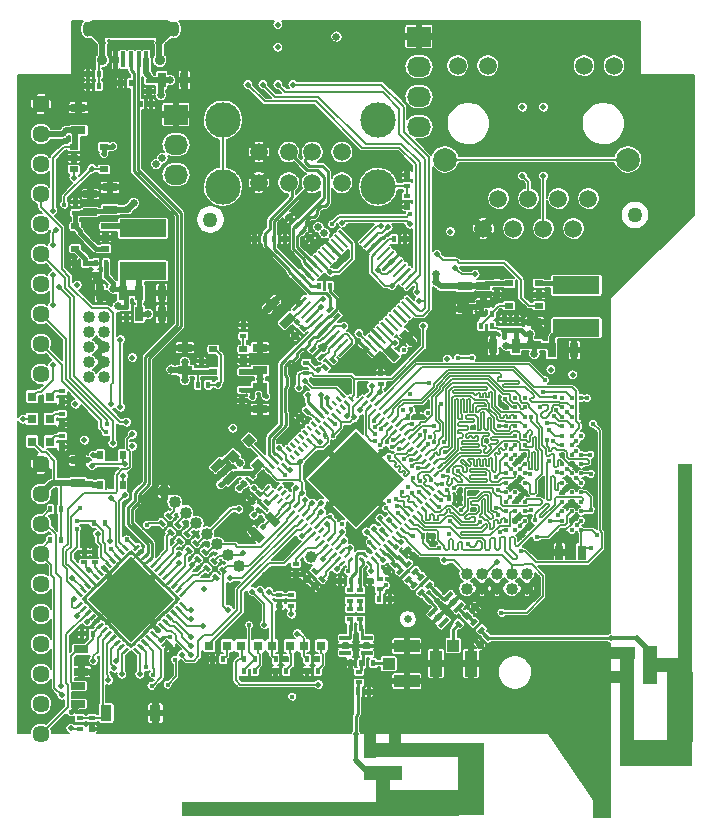
<source format=gbr>
G04 #@! TF.FileFunction,Copper,L1,Top,Signal*
%FSLAX46Y46*%
G04 Gerber Fmt 4.6, Leading zero omitted, Abs format (unit mm)*
G04 Created by KiCad (PCBNEW 0.201512080931+6353~38~ubuntu14.04.1-stable) date Mon 21 Dec 2015 12:54:57 AM PST*
%MOMM*%
G01*
G04 APERTURE LIST*
%ADD10C,0.100000*%
%ADD11C,1.500000*%
%ADD12C,3.000000*%
%ADD13R,1.143000X0.635000*%
%ADD14R,0.700000X1.300000*%
%ADD15C,0.400000*%
%ADD16C,0.460000*%
%ADD17R,1.100000X1.000000*%
%ADD18R,1.100000X1.651000*%
%ADD19R,1.100000X1.524000*%
%ADD20R,10.000000X1.290000*%
%ADD21R,2.180000X5.000000*%
%ADD22R,6.000000X2.210000*%
%ADD23R,1.200000X3.000000*%
%ADD24R,3.200000X1.210000*%
%ADD25R,20.000000X1.210000*%
%ADD26R,0.460000X1.500000*%
%ADD27R,0.460000X1.390000*%
%ADD28R,1.000000X1.100000*%
%ADD29R,1.651000X1.100000*%
%ADD30R,1.524000X1.100000*%
%ADD31R,1.290000X10.000000*%
%ADD32R,5.000000X2.180000*%
%ADD33R,2.210000X6.000000*%
%ADD34R,3.000000X1.200000*%
%ADD35R,1.210000X3.200000*%
%ADD36R,1.210000X20.000000*%
%ADD37R,1.500000X0.460000*%
%ADD38R,1.390000X0.460000*%
%ADD39R,2.200000X1.050000*%
%ADD40R,1.050000X1.000000*%
%ADD41R,1.050000X2.200000*%
%ADD42R,1.000000X1.050000*%
%ADD43R,0.398780X0.599440*%
%ADD44R,0.599440X0.398780*%
%ADD45R,1.300000X0.700000*%
%ADD46R,0.797560X0.797560*%
%ADD47C,1.016000*%
%ADD48C,1.000000*%
%ADD49R,4.000000X1.500000*%
%ADD50R,0.950000X1.400000*%
%ADD51R,1.000000X0.350000*%
%ADD52R,0.762000X0.508000*%
%ADD53R,0.508000X0.762000*%
%ADD54C,1.450000*%
%ADD55C,0.635000*%
%ADD56C,1.270000*%
%ADD57R,2.032000X1.727200*%
%ADD58O,2.032000X1.727200*%
%ADD59O,0.900000X1.300000*%
%ADD60C,0.900000*%
%ADD61R,0.400000X1.350000*%
%ADD62R,1.100000X1.500000*%
%ADD63C,2.000000*%
%ADD64C,0.508000*%
%ADD65C,0.431800*%
%ADD66C,0.203200*%
%ADD67C,0.266700*%
%ADD68C,0.127000*%
%ADD69C,0.381000*%
%ADD70C,0.508000*%
%ADD71C,0.254000*%
%ADD72C,0.213360*%
%ADD73C,0.213400*%
%ADD74C,0.139700*%
G04 APERTURE END LIST*
D10*
D11*
X104211000Y-98104000D03*
X101711000Y-98104000D03*
X99711000Y-98104000D03*
X97211000Y-98104000D03*
X104211000Y-95504000D03*
X101711000Y-95504000D03*
X99711000Y-95504000D03*
X97211000Y-95504000D03*
D12*
X107281000Y-98454000D03*
X107281000Y-92774000D03*
X94141000Y-98454000D03*
X94141000Y-92774000D03*
D10*
G36*
X110642590Y-105957076D02*
X110784012Y-106098498D01*
X109723352Y-107159158D01*
X109581930Y-107017736D01*
X110642590Y-105957076D01*
X110642590Y-105957076D01*
G37*
G36*
X110289036Y-105603522D02*
X110430458Y-105744944D01*
X109369798Y-106805604D01*
X109228376Y-106664182D01*
X110289036Y-105603522D01*
X110289036Y-105603522D01*
G37*
G36*
X109935483Y-105249969D02*
X110076905Y-105391391D01*
X109016245Y-106452051D01*
X108874823Y-106310629D01*
X109935483Y-105249969D01*
X109935483Y-105249969D01*
G37*
G36*
X109581930Y-104896415D02*
X109723352Y-105037837D01*
X108662692Y-106098497D01*
X108521270Y-105957075D01*
X109581930Y-104896415D01*
X109581930Y-104896415D01*
G37*
G36*
X109228376Y-104542862D02*
X109369798Y-104684284D01*
X108309138Y-105744944D01*
X108167716Y-105603522D01*
X109228376Y-104542862D01*
X109228376Y-104542862D01*
G37*
G36*
X108874823Y-104189309D02*
X109016245Y-104330731D01*
X107955585Y-105391391D01*
X107814163Y-105249969D01*
X108874823Y-104189309D01*
X108874823Y-104189309D01*
G37*
G36*
X108521269Y-103835755D02*
X108662691Y-103977177D01*
X107602031Y-105037837D01*
X107460609Y-104896415D01*
X108521269Y-103835755D01*
X108521269Y-103835755D01*
G37*
G36*
X108167716Y-103482202D02*
X108309138Y-103623624D01*
X107248478Y-104684284D01*
X107107056Y-104542862D01*
X108167716Y-103482202D01*
X108167716Y-103482202D01*
G37*
G36*
X107814163Y-103128648D02*
X107955585Y-103270070D01*
X106894925Y-104330730D01*
X106753503Y-104189308D01*
X107814163Y-103128648D01*
X107814163Y-103128648D01*
G37*
G36*
X107460609Y-102775095D02*
X107602031Y-102916517D01*
X106541371Y-103977177D01*
X106399949Y-103835755D01*
X107460609Y-102775095D01*
X107460609Y-102775095D01*
G37*
G36*
X107107056Y-102421542D02*
X107248478Y-102562964D01*
X106187818Y-103623624D01*
X106046396Y-103482202D01*
X107107056Y-102421542D01*
X107107056Y-102421542D01*
G37*
G36*
X106753502Y-102067988D02*
X106894924Y-102209410D01*
X105834264Y-103270070D01*
X105692842Y-103128648D01*
X106753502Y-102067988D01*
X106753502Y-102067988D01*
G37*
G36*
X104066498Y-102067988D02*
X105127158Y-103128648D01*
X104985736Y-103270070D01*
X103925076Y-102209410D01*
X104066498Y-102067988D01*
X104066498Y-102067988D01*
G37*
G36*
X103712944Y-102421542D02*
X104773604Y-103482202D01*
X104632182Y-103623624D01*
X103571522Y-102562964D01*
X103712944Y-102421542D01*
X103712944Y-102421542D01*
G37*
G36*
X103359391Y-102775095D02*
X104420051Y-103835755D01*
X104278629Y-103977177D01*
X103217969Y-102916517D01*
X103359391Y-102775095D01*
X103359391Y-102775095D01*
G37*
G36*
X103005837Y-103128648D02*
X104066497Y-104189308D01*
X103925075Y-104330730D01*
X102864415Y-103270070D01*
X103005837Y-103128648D01*
X103005837Y-103128648D01*
G37*
G36*
X102652284Y-103482202D02*
X103712944Y-104542862D01*
X103571522Y-104684284D01*
X102510862Y-103623624D01*
X102652284Y-103482202D01*
X102652284Y-103482202D01*
G37*
G36*
X102298731Y-103835755D02*
X103359391Y-104896415D01*
X103217969Y-105037837D01*
X102157309Y-103977177D01*
X102298731Y-103835755D01*
X102298731Y-103835755D01*
G37*
G36*
X101945177Y-104189309D02*
X103005837Y-105249969D01*
X102864415Y-105391391D01*
X101803755Y-104330731D01*
X101945177Y-104189309D01*
X101945177Y-104189309D01*
G37*
G36*
X101591624Y-104542862D02*
X102652284Y-105603522D01*
X102510862Y-105744944D01*
X101450202Y-104684284D01*
X101591624Y-104542862D01*
X101591624Y-104542862D01*
G37*
G36*
X101238070Y-104896415D02*
X102298730Y-105957075D01*
X102157308Y-106098497D01*
X101096648Y-105037837D01*
X101238070Y-104896415D01*
X101238070Y-104896415D01*
G37*
G36*
X100884517Y-105249969D02*
X101945177Y-106310629D01*
X101803755Y-106452051D01*
X100743095Y-105391391D01*
X100884517Y-105249969D01*
X100884517Y-105249969D01*
G37*
G36*
X100530964Y-105603522D02*
X101591624Y-106664182D01*
X101450202Y-106805604D01*
X100389542Y-105744944D01*
X100530964Y-105603522D01*
X100530964Y-105603522D01*
G37*
G36*
X100177410Y-105957076D02*
X101238070Y-107017736D01*
X101096648Y-107159158D01*
X100035988Y-106098498D01*
X100177410Y-105957076D01*
X100177410Y-105957076D01*
G37*
G36*
X101096648Y-107724842D02*
X101238070Y-107866264D01*
X100177410Y-108926924D01*
X100035988Y-108785502D01*
X101096648Y-107724842D01*
X101096648Y-107724842D01*
G37*
G36*
X101450202Y-108078396D02*
X101591624Y-108219818D01*
X100530964Y-109280478D01*
X100389542Y-109139056D01*
X101450202Y-108078396D01*
X101450202Y-108078396D01*
G37*
G36*
X101803755Y-108431949D02*
X101945177Y-108573371D01*
X100884517Y-109634031D01*
X100743095Y-109492609D01*
X101803755Y-108431949D01*
X101803755Y-108431949D01*
G37*
G36*
X102157308Y-108785503D02*
X102298730Y-108926925D01*
X101238070Y-109987585D01*
X101096648Y-109846163D01*
X102157308Y-108785503D01*
X102157308Y-108785503D01*
G37*
G36*
X102510862Y-109139056D02*
X102652284Y-109280478D01*
X101591624Y-110341138D01*
X101450202Y-110199716D01*
X102510862Y-109139056D01*
X102510862Y-109139056D01*
G37*
G36*
X102864415Y-109492609D02*
X103005837Y-109634031D01*
X101945177Y-110694691D01*
X101803755Y-110553269D01*
X102864415Y-109492609D01*
X102864415Y-109492609D01*
G37*
G36*
X103217969Y-109846163D02*
X103359391Y-109987585D01*
X102298731Y-111048245D01*
X102157309Y-110906823D01*
X103217969Y-109846163D01*
X103217969Y-109846163D01*
G37*
G36*
X103571522Y-110199716D02*
X103712944Y-110341138D01*
X102652284Y-111401798D01*
X102510862Y-111260376D01*
X103571522Y-110199716D01*
X103571522Y-110199716D01*
G37*
G36*
X103925075Y-110553270D02*
X104066497Y-110694692D01*
X103005837Y-111755352D01*
X102864415Y-111613930D01*
X103925075Y-110553270D01*
X103925075Y-110553270D01*
G37*
G36*
X104278629Y-110906823D02*
X104420051Y-111048245D01*
X103359391Y-112108905D01*
X103217969Y-111967483D01*
X104278629Y-110906823D01*
X104278629Y-110906823D01*
G37*
G36*
X104632182Y-111260376D02*
X104773604Y-111401798D01*
X103712944Y-112462458D01*
X103571522Y-112321036D01*
X104632182Y-111260376D01*
X104632182Y-111260376D01*
G37*
G36*
X104985736Y-111613930D02*
X105127158Y-111755352D01*
X104066498Y-112816012D01*
X103925076Y-112674590D01*
X104985736Y-111613930D01*
X104985736Y-111613930D01*
G37*
G36*
X105834264Y-111613930D02*
X106894924Y-112674590D01*
X106753502Y-112816012D01*
X105692842Y-111755352D01*
X105834264Y-111613930D01*
X105834264Y-111613930D01*
G37*
G36*
X106187818Y-111260376D02*
X107248478Y-112321036D01*
X107107056Y-112462458D01*
X106046396Y-111401798D01*
X106187818Y-111260376D01*
X106187818Y-111260376D01*
G37*
G36*
X106541371Y-110906823D02*
X107602031Y-111967483D01*
X107460609Y-112108905D01*
X106399949Y-111048245D01*
X106541371Y-110906823D01*
X106541371Y-110906823D01*
G37*
G36*
X106894925Y-110553270D02*
X107955585Y-111613930D01*
X107814163Y-111755352D01*
X106753503Y-110694692D01*
X106894925Y-110553270D01*
X106894925Y-110553270D01*
G37*
G36*
X107248478Y-110199716D02*
X108309138Y-111260376D01*
X108167716Y-111401798D01*
X107107056Y-110341138D01*
X107248478Y-110199716D01*
X107248478Y-110199716D01*
G37*
G36*
X107602031Y-109846163D02*
X108662691Y-110906823D01*
X108521269Y-111048245D01*
X107460609Y-109987585D01*
X107602031Y-109846163D01*
X107602031Y-109846163D01*
G37*
G36*
X107955585Y-109492609D02*
X109016245Y-110553269D01*
X108874823Y-110694691D01*
X107814163Y-109634031D01*
X107955585Y-109492609D01*
X107955585Y-109492609D01*
G37*
G36*
X108309138Y-109139056D02*
X109369798Y-110199716D01*
X109228376Y-110341138D01*
X108167716Y-109280478D01*
X108309138Y-109139056D01*
X108309138Y-109139056D01*
G37*
G36*
X108662692Y-108785503D02*
X109723352Y-109846163D01*
X109581930Y-109987585D01*
X108521270Y-108926925D01*
X108662692Y-108785503D01*
X108662692Y-108785503D01*
G37*
G36*
X109016245Y-108431949D02*
X110076905Y-109492609D01*
X109935483Y-109634031D01*
X108874823Y-108573371D01*
X109016245Y-108431949D01*
X109016245Y-108431949D01*
G37*
G36*
X109369798Y-108078396D02*
X110430458Y-109139056D01*
X110289036Y-109280478D01*
X109228376Y-108219818D01*
X109369798Y-108078396D01*
X109369798Y-108078396D01*
G37*
G36*
X109723352Y-107724842D02*
X110784012Y-108785502D01*
X110642590Y-108926924D01*
X109581930Y-107866264D01*
X109723352Y-107724842D01*
X109723352Y-107724842D01*
G37*
D13*
X82931000Y-100584000D03*
X82931000Y-99060000D03*
D14*
X88966000Y-89408000D03*
X90866000Y-89408000D03*
D15*
X124485000Y-121120000D03*
X123685000Y-121120000D03*
X122885000Y-121120000D03*
X119685000Y-121120000D03*
X118885000Y-121120000D03*
X118085000Y-121120000D03*
X118885000Y-119520000D03*
X119685000Y-119520000D03*
X122885000Y-119520000D03*
X123685000Y-119520000D03*
X124485000Y-119520000D03*
X123685000Y-120320000D03*
X122885000Y-120320000D03*
X119685000Y-120320000D03*
X118885000Y-120320000D03*
X118085000Y-120320000D03*
X118085000Y-117120000D03*
X118885000Y-117120000D03*
X119685000Y-117120000D03*
X122885000Y-117120000D03*
X123685000Y-117120000D03*
X124485000Y-116320000D03*
X123685000Y-116320000D03*
X122885000Y-116320000D03*
X119685000Y-116320000D03*
X118885000Y-116320000D03*
X118885000Y-117920000D03*
X119685000Y-117920000D03*
X122885000Y-117920000D03*
X123685000Y-117920000D03*
X124485000Y-117920000D03*
X123685000Y-118720000D03*
X122885000Y-118720000D03*
X119685000Y-118720000D03*
X118885000Y-118720000D03*
X118085000Y-118720000D03*
X118085000Y-124320000D03*
X118885000Y-124320000D03*
X119685000Y-124320000D03*
X122885000Y-124320000D03*
X123685000Y-124320000D03*
X124485000Y-124320000D03*
X124485000Y-123520000D03*
X123685000Y-123520000D03*
X122885000Y-123520000D03*
X119685000Y-123520000D03*
X118885000Y-123520000D03*
X118085000Y-123520000D03*
X118085000Y-121920000D03*
X118885000Y-121920000D03*
X119685000Y-121920000D03*
X122885000Y-121920000D03*
X123685000Y-121920000D03*
X124485000Y-121920000D03*
X124485000Y-122720000D03*
X123685000Y-122720000D03*
X122885000Y-122720000D03*
X119685000Y-122720000D03*
X118885000Y-122720000D03*
X118085000Y-122720000D03*
X118085000Y-125920000D03*
X118885000Y-125920000D03*
X119685000Y-125920000D03*
X122885000Y-125920000D03*
X123685000Y-125920000D03*
X124485000Y-125920000D03*
X124485000Y-125120000D03*
X123685000Y-125120000D03*
X122885000Y-125120000D03*
X119685000Y-125120000D03*
X118885000Y-125120000D03*
X118085000Y-125120000D03*
X118085000Y-126720000D03*
X118885000Y-126720000D03*
X119685000Y-126720000D03*
X122885000Y-126720000D03*
X123685000Y-126720000D03*
X124485000Y-126720000D03*
X124485000Y-127520000D03*
X123685000Y-127520000D03*
X122885000Y-127520000D03*
X119685000Y-127520000D03*
X118885000Y-127520000D03*
X118085000Y-127520000D03*
D16*
X105410000Y-144780000D03*
D17*
X108740000Y-144780000D03*
X106640000Y-144780000D03*
D18*
X106640000Y-145985000D03*
D19*
X108740000Y-145810000D03*
D20*
X111270000Y-146165000D03*
D21*
X115180000Y-149190000D03*
D22*
X111210000Y-150585000D03*
D23*
X107690000Y-149300000D03*
D24*
X107690000Y-148075000D03*
D25*
X100690000Y-151085000D03*
D16*
X105410000Y-147015000D03*
D26*
X105410000Y-145530000D03*
D27*
X105410000Y-146320000D03*
D10*
G36*
X105572660Y-146852391D02*
X106562609Y-147842340D01*
X106237340Y-148167609D01*
X105247391Y-147177660D01*
X105572660Y-146852391D01*
X105572660Y-146852391D01*
G37*
D16*
X127000000Y-136652000D03*
D28*
X127000000Y-139982000D03*
X127000000Y-137882000D03*
D29*
X128205000Y-137882000D03*
D30*
X128030000Y-139982000D03*
D31*
X128385000Y-142512000D03*
D32*
X131410000Y-146422000D03*
D33*
X132805000Y-142452000D03*
D34*
X131520000Y-138932000D03*
D35*
X130295000Y-138932000D03*
D36*
X133305000Y-131932000D03*
D16*
X129235000Y-136652000D03*
D37*
X127750000Y-136652000D03*
D38*
X128540000Y-136652000D03*
D10*
G36*
X130062340Y-137804609D02*
X129072391Y-136814660D01*
X129397660Y-136489391D01*
X130387609Y-137479340D01*
X130062340Y-137804609D01*
X130062340Y-137804609D01*
G37*
D39*
X109728000Y-140286000D03*
X109728000Y-137336000D03*
D40*
X108203000Y-138811000D03*
D41*
X112190000Y-138811000D03*
X115140000Y-138811000D03*
D42*
X113665000Y-137286000D03*
D10*
G36*
X101211155Y-131282977D02*
X101635023Y-131706845D01*
X101353043Y-131988825D01*
X100929175Y-131564957D01*
X101211155Y-131282977D01*
X101211155Y-131282977D01*
G37*
G36*
X101846957Y-130647175D02*
X102270825Y-131071043D01*
X101988845Y-131353023D01*
X101564977Y-130929155D01*
X101846957Y-130647175D01*
X101846957Y-130647175D01*
G37*
D43*
X108272580Y-133350000D03*
X107373420Y-133350000D03*
D10*
G36*
X101846155Y-131917977D02*
X102270023Y-132341845D01*
X101988043Y-132623825D01*
X101564175Y-132199957D01*
X101846155Y-131917977D01*
X101846155Y-131917977D01*
G37*
G36*
X102481957Y-131282175D02*
X102905825Y-131706043D01*
X102623845Y-131988023D01*
X102199977Y-131564155D01*
X102481957Y-131282175D01*
X102481957Y-131282175D01*
G37*
G36*
X98122619Y-125875142D02*
X99041858Y-126794381D01*
X98546883Y-127289356D01*
X97627644Y-126370117D01*
X98122619Y-125875142D01*
X98122619Y-125875142D01*
G37*
G36*
X96779117Y-127218644D02*
X97698356Y-128137883D01*
X97203381Y-128632858D01*
X96284142Y-127713619D01*
X96779117Y-127218644D01*
X96779117Y-127218644D01*
G37*
D14*
X124521000Y-129413000D03*
X122621000Y-129413000D03*
D10*
G36*
X96512155Y-124678977D02*
X96936023Y-125102845D01*
X96654043Y-125384825D01*
X96230175Y-124960957D01*
X96512155Y-124678977D01*
X96512155Y-124678977D01*
G37*
G36*
X97147957Y-124043175D02*
X97571825Y-124467043D01*
X97289845Y-124749023D01*
X96865977Y-124325155D01*
X97147957Y-124043175D01*
X97147957Y-124043175D01*
G37*
D43*
X110685580Y-117919500D03*
X109786420Y-117919500D03*
D44*
X107505500Y-114231420D03*
X107505500Y-115130580D03*
D43*
X114178080Y-124777500D03*
X113278920Y-124777500D03*
X111955580Y-128016000D03*
X111056420Y-128016000D03*
D45*
X84582000Y-100391000D03*
X84582000Y-98491000D03*
D44*
X81661000Y-99753420D03*
X81661000Y-100652580D03*
D45*
X81915000Y-93660000D03*
X81915000Y-91760000D03*
X81915000Y-123505000D03*
X81915000Y-121605000D03*
D14*
X85659000Y-107442000D03*
X83759000Y-107442000D03*
D43*
X83370420Y-105918000D03*
X84269580Y-105918000D03*
D14*
X87061000Y-109220000D03*
X88961000Y-109220000D03*
D45*
X90932000Y-113980000D03*
X90932000Y-112080000D03*
X114681000Y-106873000D03*
X114681000Y-108773000D03*
D44*
X92329000Y-113215420D03*
X92329000Y-114114580D03*
D13*
X116205000Y-106807000D03*
X116205000Y-108331000D03*
D44*
X117348000Y-107510580D03*
X117348000Y-106611420D03*
D10*
G36*
X95877155Y-123154977D02*
X96301023Y-123578845D01*
X96019043Y-123860825D01*
X95595175Y-123436957D01*
X95877155Y-123154977D01*
X95877155Y-123154977D01*
G37*
G36*
X96512957Y-122519175D02*
X96936825Y-122943043D01*
X96654845Y-123225023D01*
X96230977Y-122801155D01*
X96512957Y-122519175D01*
X96512957Y-122519175D01*
G37*
G36*
X95401433Y-122914210D02*
X94593210Y-123722433D01*
X94144197Y-123273420D01*
X94952420Y-122465197D01*
X95401433Y-122914210D01*
X95401433Y-122914210D01*
G37*
G36*
X94323803Y-121836580D02*
X93515580Y-122644803D01*
X93066567Y-122195790D01*
X93874790Y-121387567D01*
X94323803Y-121836580D01*
X94323803Y-121836580D01*
G37*
D45*
X97282000Y-115382000D03*
X97282000Y-117282000D03*
X120523000Y-111821000D03*
X120523000Y-109921000D03*
D44*
X95758000Y-116527580D03*
X95758000Y-115628420D03*
D14*
X118933000Y-111887000D03*
X117033000Y-111887000D03*
D45*
X97282000Y-113980000D03*
X97282000Y-112080000D03*
D44*
X118999000Y-109659420D03*
X118999000Y-110558580D03*
X117983000Y-109659420D03*
X117983000Y-110558580D03*
D14*
X121986000Y-112268000D03*
X123886000Y-112268000D03*
D43*
X82735420Y-88900000D03*
X83634580Y-88900000D03*
D10*
G36*
X89245977Y-137421845D02*
X89669845Y-136997977D01*
X89951825Y-137279957D01*
X89527957Y-137703825D01*
X89245977Y-137421845D01*
X89245977Y-137421845D01*
G37*
G36*
X88610175Y-136786043D02*
X89034043Y-136362175D01*
X89316023Y-136644155D01*
X88892155Y-137068023D01*
X88610175Y-136786043D01*
X88610175Y-136786043D01*
G37*
D44*
X83312000Y-129344420D03*
X83312000Y-130243580D03*
X82423000Y-129344420D03*
X82423000Y-130243580D03*
D45*
X82169000Y-137607000D03*
X82169000Y-139507000D03*
D43*
X82227420Y-136271000D03*
X83126580Y-136271000D03*
D44*
X83058000Y-144340580D03*
X83058000Y-143441420D03*
D43*
X104071420Y-131826000D03*
X104970580Y-131826000D03*
X106621580Y-131826000D03*
X105722420Y-131826000D03*
D10*
G36*
X107942155Y-130647977D02*
X108366023Y-131071845D01*
X108084043Y-131353825D01*
X107660175Y-130929957D01*
X107942155Y-130647977D01*
X107942155Y-130647977D01*
G37*
G36*
X108577957Y-130012175D02*
X109001825Y-130436043D01*
X108719845Y-130718023D01*
X108295977Y-130294155D01*
X108577957Y-130012175D01*
X108577957Y-130012175D01*
G37*
G36*
X109862845Y-129575023D02*
X109438977Y-129151155D01*
X109720957Y-128869175D01*
X110144825Y-129293043D01*
X109862845Y-129575023D01*
X109862845Y-129575023D01*
G37*
G36*
X109227043Y-130210825D02*
X108803175Y-129786957D01*
X109085155Y-129504977D01*
X109509023Y-129928845D01*
X109227043Y-130210825D01*
X109227043Y-130210825D01*
G37*
D44*
X104902000Y-134170420D03*
X104902000Y-135069580D03*
X105791000Y-134170420D03*
X105791000Y-135069580D03*
D10*
G36*
X110652023Y-132072155D02*
X110228155Y-132496023D01*
X109946175Y-132214043D01*
X110370043Y-131790175D01*
X110652023Y-132072155D01*
X110652023Y-132072155D01*
G37*
G36*
X111287825Y-132707957D02*
X110863957Y-133131825D01*
X110581977Y-132849845D01*
X111005845Y-132425977D01*
X111287825Y-132707957D01*
X111287825Y-132707957D01*
G37*
G36*
X111287023Y-131437155D02*
X110863155Y-131861023D01*
X110581175Y-131579043D01*
X111005043Y-131155175D01*
X111287023Y-131437155D01*
X111287023Y-131437155D01*
G37*
G36*
X111922825Y-132072957D02*
X111498957Y-132496825D01*
X111216977Y-132214845D01*
X111640845Y-131790977D01*
X111922825Y-132072957D01*
X111922825Y-132072957D01*
G37*
D43*
X105859580Y-135826500D03*
X104960420Y-135826500D03*
D10*
G36*
X112275845Y-133131023D02*
X111851977Y-132707155D01*
X112133957Y-132425175D01*
X112557825Y-132849043D01*
X112275845Y-133131023D01*
X112275845Y-133131023D01*
G37*
G36*
X111640043Y-133766825D02*
X111216175Y-133342957D01*
X111498155Y-133060977D01*
X111922023Y-133484845D01*
X111640043Y-133766825D01*
X111640043Y-133766825D01*
G37*
D43*
X104960420Y-138747500D03*
X105859580Y-138747500D03*
D10*
G36*
X115577845Y-134401023D02*
X115153977Y-133977155D01*
X115435957Y-133695175D01*
X115859825Y-134119043D01*
X115577845Y-134401023D01*
X115577845Y-134401023D01*
G37*
G36*
X114942043Y-135036825D02*
X114518175Y-134612957D01*
X114800155Y-134330977D01*
X115224023Y-134754845D01*
X114942043Y-135036825D01*
X114942043Y-135036825D01*
G37*
D43*
X105976420Y-138747500D03*
X106875580Y-138747500D03*
D10*
G36*
X114815845Y-135163023D02*
X114391977Y-134739155D01*
X114673957Y-134457175D01*
X115097825Y-134881043D01*
X114815845Y-135163023D01*
X114815845Y-135163023D01*
G37*
G36*
X114180043Y-135798825D02*
X113756175Y-135374957D01*
X114038155Y-135092977D01*
X114462023Y-135516845D01*
X114180043Y-135798825D01*
X114180043Y-135798825D01*
G37*
D43*
X106494580Y-141224000D03*
X105595420Y-141224000D03*
D10*
G36*
X115816155Y-136870977D02*
X116240023Y-137294845D01*
X115958043Y-137576825D01*
X115534175Y-137152957D01*
X115816155Y-136870977D01*
X115816155Y-136870977D01*
G37*
G36*
X116451957Y-136235175D02*
X116875825Y-136659043D01*
X116593845Y-136941023D01*
X116169977Y-136517155D01*
X116451957Y-136235175D01*
X116451957Y-136235175D01*
G37*
D44*
X109728000Y-100144580D03*
X109728000Y-99245420D03*
D10*
G36*
X100195155Y-110708977D02*
X100619023Y-111132845D01*
X100337043Y-111414825D01*
X99913175Y-110990957D01*
X100195155Y-110708977D01*
X100195155Y-110708977D01*
G37*
G36*
X100830957Y-110073175D02*
X101254825Y-110497043D01*
X100972845Y-110779023D01*
X100548977Y-110355155D01*
X100830957Y-110073175D01*
X100830957Y-110073175D01*
G37*
D43*
X109542580Y-102870000D03*
X108643420Y-102870000D03*
D10*
G36*
X100311858Y-109552619D02*
X99392619Y-110471858D01*
X98897644Y-109976883D01*
X99816883Y-109057644D01*
X100311858Y-109552619D01*
X100311858Y-109552619D01*
G37*
G36*
X98968356Y-108209117D02*
X98049117Y-109128356D01*
X97554142Y-108633381D01*
X98473381Y-107714142D01*
X98968356Y-108209117D01*
X98968356Y-108209117D01*
G37*
D46*
X79489300Y-116205000D03*
X77990700Y-116205000D03*
X79489300Y-120015000D03*
X77990700Y-120015000D03*
X79489300Y-118110000D03*
X77990700Y-118110000D03*
X95643700Y-137287000D03*
X97142300Y-137287000D03*
X94475300Y-137287000D03*
X92976700Y-137287000D03*
X102476300Y-137287000D03*
X100977700Y-137287000D03*
X99809300Y-137287000D03*
X98310700Y-137287000D03*
D47*
X114808000Y-132461000D03*
X114808000Y-131191000D03*
X116078000Y-132461000D03*
X116078000Y-131191000D03*
X117348000Y-132461000D03*
X117348000Y-131191000D03*
X118618000Y-132461000D03*
X118618000Y-131191000D03*
X119888000Y-132461000D03*
X119888000Y-131191000D03*
X84074000Y-114554000D03*
X82804000Y-114554000D03*
X84074000Y-113284000D03*
X82804000Y-113284000D03*
X84074000Y-112014000D03*
X82804000Y-112014000D03*
X84074000Y-110744000D03*
X82804000Y-110744000D03*
X84074000Y-109474000D03*
X82804000Y-109474000D03*
D48*
X101600000Y-129794000D03*
D15*
X110236000Y-128016000D03*
D47*
X89185910Y-124237910D03*
X90083936Y-125135936D03*
X90981962Y-126033962D03*
X91879987Y-126931987D03*
X92778013Y-127830013D03*
X93676038Y-128728038D03*
X94574064Y-129626064D03*
X95472090Y-130524090D03*
D44*
X107442000Y-131630420D03*
X107442000Y-132529580D03*
D49*
X87376000Y-101959000D03*
X87376000Y-105559000D03*
X124079000Y-106785000D03*
X124079000Y-110385000D03*
D13*
X81915000Y-142240000D03*
X81915000Y-140716000D03*
D44*
X104902000Y-132582920D03*
X104902000Y-133482080D03*
X105791000Y-132582920D03*
X105791000Y-133482080D03*
D10*
G36*
X109509023Y-130929155D02*
X109085155Y-131353023D01*
X108803175Y-131071043D01*
X109227043Y-130647175D01*
X109509023Y-130929155D01*
X109509023Y-130929155D01*
G37*
G36*
X110144825Y-131564957D02*
X109720957Y-131988825D01*
X109438977Y-131706845D01*
X109862845Y-131282977D01*
X110144825Y-131564957D01*
X110144825Y-131564957D01*
G37*
G36*
X110144023Y-130294155D02*
X109720155Y-130718023D01*
X109438175Y-130436043D01*
X109862043Y-130012175D01*
X110144023Y-130294155D01*
X110144023Y-130294155D01*
G37*
G36*
X110779825Y-130929957D02*
X110355957Y-131353825D01*
X110073977Y-131071845D01*
X110497845Y-130647977D01*
X110779825Y-130929957D01*
X110779825Y-130929957D01*
G37*
D44*
X105664000Y-139504420D03*
X105664000Y-140403580D03*
D10*
G36*
X115732023Y-135247155D02*
X115308155Y-135671023D01*
X115026175Y-135389043D01*
X115450043Y-134965175D01*
X115732023Y-135247155D01*
X115732023Y-135247155D01*
G37*
G36*
X116367825Y-135882957D02*
X115943957Y-136306825D01*
X115661977Y-136024845D01*
X116085845Y-135600977D01*
X116367825Y-135882957D01*
X116367825Y-135882957D01*
G37*
G36*
X96357107Y-119339848D02*
X96922863Y-119905604D01*
X96357107Y-120471360D01*
X95791351Y-119905604D01*
X96357107Y-119339848D01*
X96357107Y-119339848D01*
G37*
G36*
X95013604Y-120683351D02*
X95579360Y-121249107D01*
X95013604Y-121814863D01*
X94447848Y-121249107D01*
X95013604Y-120683351D01*
X95013604Y-120683351D01*
G37*
G36*
X97098848Y-121425092D02*
X97664604Y-121990848D01*
X97098848Y-122556604D01*
X96533092Y-121990848D01*
X97098848Y-121425092D01*
X97098848Y-121425092D01*
G37*
G36*
X97147155Y-125440977D02*
X97571023Y-125864845D01*
X97289043Y-126146825D01*
X96865175Y-125722957D01*
X97147155Y-125440977D01*
X97147155Y-125440977D01*
G37*
G36*
X97782957Y-124805175D02*
X98206825Y-125229043D01*
X97924845Y-125511023D01*
X97500977Y-125087155D01*
X97782957Y-124805175D01*
X97782957Y-124805175D01*
G37*
D44*
X80518000Y-116654580D03*
X80518000Y-115755420D03*
X80518000Y-120464580D03*
X80518000Y-119565420D03*
D43*
X83370420Y-104902000D03*
X84269580Y-104902000D03*
X81592420Y-104902000D03*
X82491580Y-104902000D03*
X92905580Y-115189000D03*
X92006420Y-115189000D03*
D44*
X95885000Y-110167420D03*
X95885000Y-111066580D03*
D43*
X116009420Y-110236000D03*
X116908580Y-110236000D03*
X116009420Y-109220000D03*
X116908580Y-109220000D03*
X82735420Y-89916000D03*
X83634580Y-89916000D03*
D10*
G36*
X89669845Y-126654023D02*
X89245977Y-126230155D01*
X89527957Y-125948175D01*
X89951825Y-126372043D01*
X89669845Y-126654023D01*
X89669845Y-126654023D01*
G37*
G36*
X89034043Y-127289825D02*
X88610175Y-126865957D01*
X88892155Y-126583977D01*
X89316023Y-127007845D01*
X89034043Y-127289825D01*
X89034043Y-127289825D01*
G37*
G36*
X93464155Y-131155977D02*
X93888023Y-131579845D01*
X93606043Y-131861825D01*
X93182175Y-131437957D01*
X93464155Y-131155977D01*
X93464155Y-131155977D01*
G37*
G36*
X94099957Y-130520175D02*
X94523825Y-130944043D01*
X94241845Y-131226023D01*
X93817977Y-130802155D01*
X94099957Y-130520175D01*
X94099957Y-130520175D01*
G37*
G36*
X92702155Y-130393977D02*
X93126023Y-130817845D01*
X92844043Y-131099825D01*
X92420175Y-130675957D01*
X92702155Y-130393977D01*
X92702155Y-130393977D01*
G37*
G36*
X93337957Y-129758175D02*
X93761825Y-130182043D01*
X93479845Y-130464023D01*
X93055977Y-130040155D01*
X93337957Y-129758175D01*
X93337957Y-129758175D01*
G37*
G36*
X91940155Y-129631977D02*
X92364023Y-130055845D01*
X92082043Y-130337825D01*
X91658175Y-129913957D01*
X91940155Y-129631977D01*
X91940155Y-129631977D01*
G37*
G36*
X92575957Y-128996175D02*
X92999825Y-129420043D01*
X92717845Y-129702023D01*
X92293977Y-129278155D01*
X92575957Y-128996175D01*
X92575957Y-128996175D01*
G37*
G36*
X91178155Y-128869977D02*
X91602023Y-129293845D01*
X91320043Y-129575825D01*
X90896175Y-129151957D01*
X91178155Y-128869977D01*
X91178155Y-128869977D01*
G37*
G36*
X91813957Y-128234175D02*
X92237825Y-128658043D01*
X91955845Y-128940023D01*
X91531977Y-128516155D01*
X91813957Y-128234175D01*
X91813957Y-128234175D01*
G37*
G36*
X90416155Y-128107977D02*
X90840023Y-128531845D01*
X90558043Y-128813825D01*
X90134175Y-128389957D01*
X90416155Y-128107977D01*
X90416155Y-128107977D01*
G37*
G36*
X91051957Y-127472175D02*
X91475825Y-127896043D01*
X91193845Y-128178023D01*
X90769977Y-127754155D01*
X91051957Y-127472175D01*
X91051957Y-127472175D01*
G37*
G36*
X89654155Y-127345977D02*
X90078023Y-127769845D01*
X89796043Y-128051825D01*
X89372175Y-127627957D01*
X89654155Y-127345977D01*
X89654155Y-127345977D01*
G37*
G36*
X90289957Y-126710175D02*
X90713825Y-127134043D01*
X90431845Y-127416023D01*
X90007977Y-126992155D01*
X90289957Y-126710175D01*
X90289957Y-126710175D01*
G37*
D44*
X80518000Y-117660420D03*
X80518000Y-118559580D03*
X82042000Y-144340580D03*
X82042000Y-143441420D03*
X99949000Y-133027420D03*
X99949000Y-133926580D03*
X98933000Y-133027420D03*
X98933000Y-133926580D03*
X100330000Y-130360420D03*
X100330000Y-131259580D03*
D43*
X95943420Y-138430000D03*
X96842580Y-138430000D03*
D10*
G36*
X100576155Y-117693977D02*
X101000023Y-118117845D01*
X100718043Y-118399825D01*
X100294175Y-117975957D01*
X100576155Y-117693977D01*
X100576155Y-117693977D01*
G37*
G36*
X101211957Y-117058175D02*
X101635825Y-117482043D01*
X101353845Y-117764023D01*
X100929977Y-117340155D01*
X101211957Y-117058175D01*
X101211957Y-117058175D01*
G37*
D43*
X96842580Y-139446000D03*
X95943420Y-139446000D03*
X84142580Y-126873000D03*
X83243420Y-126873000D03*
X94175580Y-138430000D03*
X93276420Y-138430000D03*
X102176580Y-138430000D03*
X101277420Y-138430000D03*
X101277420Y-139446000D03*
X102176580Y-139446000D03*
D44*
X101219000Y-114241580D03*
X101219000Y-113342420D03*
D43*
X99509580Y-138430000D03*
X98610420Y-138430000D03*
X98610420Y-139446000D03*
X99509580Y-139446000D03*
D44*
X109728000Y-97467420D03*
X109728000Y-98366580D03*
D10*
G36*
X103512845Y-113446023D02*
X103088977Y-113022155D01*
X103370957Y-112740175D01*
X103794825Y-113164043D01*
X103512845Y-113446023D01*
X103512845Y-113446023D01*
G37*
G36*
X102877043Y-114081825D02*
X102453175Y-113657957D01*
X102735155Y-113375977D01*
X103159023Y-113799845D01*
X102877043Y-114081825D01*
X102877043Y-114081825D01*
G37*
G36*
X102072977Y-112910845D02*
X102496845Y-112486977D01*
X102778825Y-112768957D01*
X102354957Y-113192825D01*
X102072977Y-112910845D01*
X102072977Y-112910845D01*
G37*
G36*
X101437175Y-112275043D02*
X101861043Y-111851175D01*
X102143023Y-112133155D01*
X101719155Y-112557023D01*
X101437175Y-112275043D01*
X101437175Y-112275043D01*
G37*
D50*
X88435000Y-143002000D03*
X84285000Y-143002000D03*
D51*
X106310000Y-137937000D03*
X106310000Y-137287000D03*
X106310000Y-136637000D03*
X104510000Y-136637000D03*
X104510000Y-137287000D03*
X104510000Y-137937000D03*
D10*
G36*
X113648719Y-134292033D02*
X114355826Y-133584926D01*
X114603313Y-133832413D01*
X113896206Y-134539520D01*
X113648719Y-134292033D01*
X113648719Y-134292033D01*
G37*
G36*
X113189099Y-133832414D02*
X113896206Y-133125307D01*
X114143693Y-133372794D01*
X113436586Y-134079901D01*
X113189099Y-133832414D01*
X113189099Y-133832414D01*
G37*
G36*
X112729480Y-133372794D02*
X113436587Y-132665687D01*
X113684074Y-132913174D01*
X112976967Y-133620281D01*
X112729480Y-133372794D01*
X112729480Y-133372794D01*
G37*
G36*
X111456687Y-134645587D02*
X112163794Y-133938480D01*
X112411281Y-134185967D01*
X111704174Y-134893074D01*
X111456687Y-134645587D01*
X111456687Y-134645587D01*
G37*
G36*
X111916307Y-135105206D02*
X112623414Y-134398099D01*
X112870901Y-134645586D01*
X112163794Y-135352693D01*
X111916307Y-135105206D01*
X111916307Y-135105206D01*
G37*
G36*
X112375926Y-135564826D02*
X113083033Y-134857719D01*
X113330520Y-135105206D01*
X112623413Y-135812313D01*
X112375926Y-135564826D01*
X112375926Y-135564826D01*
G37*
G36*
X106795929Y-130430774D02*
X106640366Y-130586337D01*
X106267721Y-130213692D01*
X106423284Y-130058129D01*
X106795929Y-130430774D01*
X106795929Y-130430774D01*
G37*
G36*
X107149482Y-130077220D02*
X106993919Y-130232783D01*
X106621274Y-129860138D01*
X106776837Y-129704575D01*
X107149482Y-130077220D01*
X107149482Y-130077220D01*
G37*
G36*
X107503036Y-129723667D02*
X107347473Y-129879230D01*
X106974828Y-129506585D01*
X107130391Y-129351022D01*
X107503036Y-129723667D01*
X107503036Y-129723667D01*
G37*
G36*
X107856589Y-129370113D02*
X107701026Y-129525676D01*
X107328381Y-129153031D01*
X107483944Y-128997468D01*
X107856589Y-129370113D01*
X107856589Y-129370113D01*
G37*
G36*
X108210142Y-129016560D02*
X108054579Y-129172123D01*
X107681934Y-128799478D01*
X107837497Y-128643915D01*
X108210142Y-129016560D01*
X108210142Y-129016560D01*
G37*
G36*
X108563696Y-128663007D02*
X108408133Y-128818570D01*
X108035488Y-128445925D01*
X108191051Y-128290362D01*
X108563696Y-128663007D01*
X108563696Y-128663007D01*
G37*
G36*
X108917249Y-128309453D02*
X108761686Y-128465016D01*
X108389041Y-128092371D01*
X108544604Y-127936808D01*
X108917249Y-128309453D01*
X108917249Y-128309453D01*
G37*
G36*
X109270803Y-127955900D02*
X109115240Y-128111463D01*
X108742595Y-127738818D01*
X108898158Y-127583255D01*
X109270803Y-127955900D01*
X109270803Y-127955900D01*
G37*
G36*
X109624356Y-127602346D02*
X109468793Y-127757909D01*
X109096148Y-127385264D01*
X109251711Y-127229701D01*
X109624356Y-127602346D01*
X109624356Y-127602346D01*
G37*
G36*
X109977909Y-127248793D02*
X109822346Y-127404356D01*
X109449701Y-127031711D01*
X109605264Y-126876148D01*
X109977909Y-127248793D01*
X109977909Y-127248793D01*
G37*
G36*
X110331463Y-126895240D02*
X110175900Y-127050803D01*
X109803255Y-126678158D01*
X109958818Y-126522595D01*
X110331463Y-126895240D01*
X110331463Y-126895240D01*
G37*
G36*
X110685016Y-126541686D02*
X110529453Y-126697249D01*
X110156808Y-126324604D01*
X110312371Y-126169041D01*
X110685016Y-126541686D01*
X110685016Y-126541686D01*
G37*
G36*
X111038570Y-126188133D02*
X110883007Y-126343696D01*
X110510362Y-125971051D01*
X110665925Y-125815488D01*
X111038570Y-126188133D01*
X111038570Y-126188133D01*
G37*
G36*
X111392123Y-125834579D02*
X111236560Y-125990142D01*
X110863915Y-125617497D01*
X111019478Y-125461934D01*
X111392123Y-125834579D01*
X111392123Y-125834579D01*
G37*
G36*
X111745676Y-125481026D02*
X111590113Y-125636589D01*
X111217468Y-125263944D01*
X111373031Y-125108381D01*
X111745676Y-125481026D01*
X111745676Y-125481026D01*
G37*
G36*
X112099230Y-125127473D02*
X111943667Y-125283036D01*
X111571022Y-124910391D01*
X111726585Y-124754828D01*
X112099230Y-125127473D01*
X112099230Y-125127473D01*
G37*
G36*
X112452783Y-124773919D02*
X112297220Y-124929482D01*
X111924575Y-124556837D01*
X112080138Y-124401274D01*
X112452783Y-124773919D01*
X112452783Y-124773919D01*
G37*
G36*
X112806337Y-124420366D02*
X112650774Y-124575929D01*
X112278129Y-124203284D01*
X112433692Y-124047721D01*
X112806337Y-124420366D01*
X112806337Y-124420366D01*
G37*
G36*
X106063014Y-130072624D02*
X105928663Y-130206975D01*
X105645820Y-129924132D01*
X105780171Y-129789781D01*
X106063014Y-130072624D01*
X106063014Y-130072624D01*
G37*
G36*
X106461467Y-129742759D02*
X106305904Y-129898322D01*
X105933259Y-129525677D01*
X106088822Y-129370114D01*
X106461467Y-129742759D01*
X106461467Y-129742759D01*
G37*
G36*
X106815021Y-129389205D02*
X106659458Y-129544768D01*
X106286813Y-129172123D01*
X106442376Y-129016560D01*
X106815021Y-129389205D01*
X106815021Y-129389205D01*
G37*
G36*
X107168574Y-129035652D02*
X107013011Y-129191215D01*
X106640366Y-128818570D01*
X106795929Y-128663007D01*
X107168574Y-129035652D01*
X107168574Y-129035652D01*
G37*
G36*
X107522128Y-128682098D02*
X107366565Y-128837661D01*
X106993920Y-128465016D01*
X107149483Y-128309453D01*
X107522128Y-128682098D01*
X107522128Y-128682098D01*
G37*
G36*
X107875681Y-128328545D02*
X107720118Y-128484108D01*
X107347473Y-128111463D01*
X107503036Y-127955900D01*
X107875681Y-128328545D01*
X107875681Y-128328545D01*
G37*
G36*
X108229234Y-127974992D02*
X108073671Y-128130555D01*
X107701026Y-127757910D01*
X107856589Y-127602347D01*
X108229234Y-127974992D01*
X108229234Y-127974992D01*
G37*
G36*
X108582788Y-127621438D02*
X108427225Y-127777001D01*
X108054580Y-127404356D01*
X108210143Y-127248793D01*
X108582788Y-127621438D01*
X108582788Y-127621438D01*
G37*
G36*
X108936341Y-127267885D02*
X108780778Y-127423448D01*
X108408133Y-127050803D01*
X108563696Y-126895240D01*
X108936341Y-127267885D01*
X108936341Y-127267885D01*
G37*
G36*
X109289895Y-126914332D02*
X109134332Y-127069895D01*
X108761687Y-126697250D01*
X108917250Y-126541687D01*
X109289895Y-126914332D01*
X109289895Y-126914332D01*
G37*
G36*
X109643448Y-126560778D02*
X109487885Y-126716341D01*
X109115240Y-126343696D01*
X109270803Y-126188133D01*
X109643448Y-126560778D01*
X109643448Y-126560778D01*
G37*
G36*
X109997001Y-126207225D02*
X109841438Y-126362788D01*
X109468793Y-125990143D01*
X109624356Y-125834580D01*
X109997001Y-126207225D01*
X109997001Y-126207225D01*
G37*
G36*
X110350555Y-125853671D02*
X110194992Y-126009234D01*
X109822347Y-125636589D01*
X109977910Y-125481026D01*
X110350555Y-125853671D01*
X110350555Y-125853671D01*
G37*
G36*
X110704108Y-125500118D02*
X110548545Y-125655681D01*
X110175900Y-125283036D01*
X110331463Y-125127473D01*
X110704108Y-125500118D01*
X110704108Y-125500118D01*
G37*
G36*
X111057661Y-125146565D02*
X110902098Y-125302128D01*
X110529453Y-124929483D01*
X110685016Y-124773920D01*
X111057661Y-125146565D01*
X111057661Y-125146565D01*
G37*
G36*
X111411215Y-124793011D02*
X111255652Y-124948574D01*
X110883007Y-124575929D01*
X111038570Y-124420366D01*
X111411215Y-124793011D01*
X111411215Y-124793011D01*
G37*
G36*
X111764768Y-124439458D02*
X111609205Y-124595021D01*
X111236560Y-124222376D01*
X111392123Y-124066813D01*
X111764768Y-124439458D01*
X111764768Y-124439458D01*
G37*
G36*
X112118322Y-124085904D02*
X111962759Y-124241467D01*
X111590114Y-123868822D01*
X111745677Y-123713259D01*
X112118322Y-124085904D01*
X112118322Y-124085904D01*
G37*
G36*
X112470462Y-123730937D02*
X112314898Y-123886501D01*
X111966294Y-123537897D01*
X112121858Y-123382333D01*
X112470462Y-123730937D01*
X112470462Y-123730937D01*
G37*
G36*
X104552279Y-116166308D02*
X104396716Y-116321871D01*
X104024071Y-115949226D01*
X104179634Y-115793663D01*
X104552279Y-116166308D01*
X104552279Y-116166308D01*
G37*
G36*
X104198726Y-116519862D02*
X104043163Y-116675425D01*
X103670518Y-116302780D01*
X103826081Y-116147217D01*
X104198726Y-116519862D01*
X104198726Y-116519862D01*
G37*
G36*
X103845172Y-116873415D02*
X103689609Y-117028978D01*
X103316964Y-116656333D01*
X103472527Y-116500770D01*
X103845172Y-116873415D01*
X103845172Y-116873415D01*
G37*
G36*
X103491619Y-117226969D02*
X103336056Y-117382532D01*
X102963411Y-117009887D01*
X103118974Y-116854324D01*
X103491619Y-117226969D01*
X103491619Y-117226969D01*
G37*
G36*
X103138066Y-117580522D02*
X102982503Y-117736085D01*
X102609858Y-117363440D01*
X102765421Y-117207877D01*
X103138066Y-117580522D01*
X103138066Y-117580522D01*
G37*
G36*
X102784512Y-117934075D02*
X102628949Y-118089638D01*
X102256304Y-117716993D01*
X102411867Y-117561430D01*
X102784512Y-117934075D01*
X102784512Y-117934075D01*
G37*
G36*
X102430959Y-118287629D02*
X102275396Y-118443192D01*
X101902751Y-118070547D01*
X102058314Y-117914984D01*
X102430959Y-118287629D01*
X102430959Y-118287629D01*
G37*
G36*
X102077405Y-118641182D02*
X101921842Y-118796745D01*
X101549197Y-118424100D01*
X101704760Y-118268537D01*
X102077405Y-118641182D01*
X102077405Y-118641182D01*
G37*
G36*
X101723852Y-118994736D02*
X101568289Y-119150299D01*
X101195644Y-118777654D01*
X101351207Y-118622091D01*
X101723852Y-118994736D01*
X101723852Y-118994736D01*
G37*
G36*
X101370299Y-119348289D02*
X101214736Y-119503852D01*
X100842091Y-119131207D01*
X100997654Y-118975644D01*
X101370299Y-119348289D01*
X101370299Y-119348289D01*
G37*
G36*
X101016745Y-119701842D02*
X100861182Y-119857405D01*
X100488537Y-119484760D01*
X100644100Y-119329197D01*
X101016745Y-119701842D01*
X101016745Y-119701842D01*
G37*
G36*
X100663192Y-120055396D02*
X100507629Y-120210959D01*
X100134984Y-119838314D01*
X100290547Y-119682751D01*
X100663192Y-120055396D01*
X100663192Y-120055396D01*
G37*
G36*
X100309638Y-120408949D02*
X100154075Y-120564512D01*
X99781430Y-120191867D01*
X99936993Y-120036304D01*
X100309638Y-120408949D01*
X100309638Y-120408949D01*
G37*
G36*
X99956085Y-120762503D02*
X99800522Y-120918066D01*
X99427877Y-120545421D01*
X99583440Y-120389858D01*
X99956085Y-120762503D01*
X99956085Y-120762503D01*
G37*
G36*
X99602532Y-121116056D02*
X99446969Y-121271619D01*
X99074324Y-120898974D01*
X99229887Y-120743411D01*
X99602532Y-121116056D01*
X99602532Y-121116056D01*
G37*
G36*
X99248978Y-121469609D02*
X99093415Y-121625172D01*
X98720770Y-121252527D01*
X98876333Y-121096964D01*
X99248978Y-121469609D01*
X99248978Y-121469609D01*
G37*
G36*
X98895425Y-121823163D02*
X98739862Y-121978726D01*
X98367217Y-121606081D01*
X98522780Y-121450518D01*
X98895425Y-121823163D01*
X98895425Y-121823163D01*
G37*
G36*
X98541871Y-122176716D02*
X98386308Y-122332279D01*
X98013663Y-121959634D01*
X98169226Y-121804071D01*
X98541871Y-122176716D01*
X98541871Y-122176716D01*
G37*
G36*
X98188318Y-122530269D02*
X98032755Y-122685832D01*
X97660110Y-122313187D01*
X97815673Y-122157624D01*
X98188318Y-122530269D01*
X98188318Y-122530269D01*
G37*
G36*
X105217667Y-116478142D02*
X105062103Y-116633706D01*
X104713499Y-116285102D01*
X104869063Y-116129538D01*
X105217667Y-116478142D01*
X105217667Y-116478142D01*
G37*
G36*
X104886741Y-116854323D02*
X104731178Y-117009886D01*
X104358533Y-116637241D01*
X104514096Y-116481678D01*
X104886741Y-116854323D01*
X104886741Y-116854323D01*
G37*
G36*
X104533187Y-117207877D02*
X104377624Y-117363440D01*
X104004979Y-116990795D01*
X104160542Y-116835232D01*
X104533187Y-117207877D01*
X104533187Y-117207877D01*
G37*
G36*
X104179634Y-117561430D02*
X104024071Y-117716993D01*
X103651426Y-117344348D01*
X103806989Y-117188785D01*
X104179634Y-117561430D01*
X104179634Y-117561430D01*
G37*
G36*
X103826080Y-117914984D02*
X103670517Y-118070547D01*
X103297872Y-117697902D01*
X103453435Y-117542339D01*
X103826080Y-117914984D01*
X103826080Y-117914984D01*
G37*
G36*
X103472527Y-118268537D02*
X103316964Y-118424100D01*
X102944319Y-118051455D01*
X103099882Y-117895892D01*
X103472527Y-118268537D01*
X103472527Y-118268537D01*
G37*
G36*
X103118974Y-118622090D02*
X102963411Y-118777653D01*
X102590766Y-118405008D01*
X102746329Y-118249445D01*
X103118974Y-118622090D01*
X103118974Y-118622090D01*
G37*
G36*
X102765420Y-118975644D02*
X102609857Y-119131207D01*
X102237212Y-118758562D01*
X102392775Y-118602999D01*
X102765420Y-118975644D01*
X102765420Y-118975644D01*
G37*
G36*
X102411867Y-119329197D02*
X102256304Y-119484760D01*
X101883659Y-119112115D01*
X102039222Y-118956552D01*
X102411867Y-119329197D01*
X102411867Y-119329197D01*
G37*
G36*
X102058313Y-119682750D02*
X101902750Y-119838313D01*
X101530105Y-119465668D01*
X101685668Y-119310105D01*
X102058313Y-119682750D01*
X102058313Y-119682750D01*
G37*
G36*
X101704760Y-120036304D02*
X101549197Y-120191867D01*
X101176552Y-119819222D01*
X101332115Y-119663659D01*
X101704760Y-120036304D01*
X101704760Y-120036304D01*
G37*
G36*
X101351207Y-120389857D02*
X101195644Y-120545420D01*
X100822999Y-120172775D01*
X100978562Y-120017212D01*
X101351207Y-120389857D01*
X101351207Y-120389857D01*
G37*
G36*
X100997653Y-120743411D02*
X100842090Y-120898974D01*
X100469445Y-120526329D01*
X100625008Y-120370766D01*
X100997653Y-120743411D01*
X100997653Y-120743411D01*
G37*
G36*
X100644100Y-121096964D02*
X100488537Y-121252527D01*
X100115892Y-120879882D01*
X100271455Y-120724319D01*
X100644100Y-121096964D01*
X100644100Y-121096964D01*
G37*
G36*
X100290547Y-121450517D02*
X100134984Y-121606080D01*
X99762339Y-121233435D01*
X99917902Y-121077872D01*
X100290547Y-121450517D01*
X100290547Y-121450517D01*
G37*
G36*
X99936993Y-121804071D02*
X99781430Y-121959634D01*
X99408785Y-121586989D01*
X99564348Y-121431426D01*
X99936993Y-121804071D01*
X99936993Y-121804071D01*
G37*
G36*
X99583440Y-122157624D02*
X99427877Y-122313187D01*
X99055232Y-121940542D01*
X99210795Y-121784979D01*
X99583440Y-122157624D01*
X99583440Y-122157624D01*
G37*
G36*
X99229886Y-122511178D02*
X99074323Y-122666741D01*
X98701678Y-122294096D01*
X98857241Y-122138533D01*
X99229886Y-122511178D01*
X99229886Y-122511178D01*
G37*
G36*
X112806337Y-121959634D02*
X112433692Y-122332279D01*
X112278129Y-122176716D01*
X112650774Y-121804071D01*
X112806337Y-121959634D01*
X112806337Y-121959634D01*
G37*
G36*
X112452783Y-121606081D02*
X112080138Y-121978726D01*
X111924575Y-121823163D01*
X112297220Y-121450518D01*
X112452783Y-121606081D01*
X112452783Y-121606081D01*
G37*
G36*
X112099230Y-121252527D02*
X111726585Y-121625172D01*
X111571022Y-121469609D01*
X111943667Y-121096964D01*
X112099230Y-121252527D01*
X112099230Y-121252527D01*
G37*
G36*
X111745676Y-120898974D02*
X111373031Y-121271619D01*
X111217468Y-121116056D01*
X111590113Y-120743411D01*
X111745676Y-120898974D01*
X111745676Y-120898974D01*
G37*
G36*
X111392123Y-120545421D02*
X111019478Y-120918066D01*
X110863915Y-120762503D01*
X111236560Y-120389858D01*
X111392123Y-120545421D01*
X111392123Y-120545421D01*
G37*
G36*
X111038570Y-120191867D02*
X110665925Y-120564512D01*
X110510362Y-120408949D01*
X110883007Y-120036304D01*
X111038570Y-120191867D01*
X111038570Y-120191867D01*
G37*
G36*
X110685016Y-119838314D02*
X110312371Y-120210959D01*
X110156808Y-120055396D01*
X110529453Y-119682751D01*
X110685016Y-119838314D01*
X110685016Y-119838314D01*
G37*
G36*
X110331463Y-119484760D02*
X109958818Y-119857405D01*
X109803255Y-119701842D01*
X110175900Y-119329197D01*
X110331463Y-119484760D01*
X110331463Y-119484760D01*
G37*
G36*
X109977909Y-119131207D02*
X109605264Y-119503852D01*
X109449701Y-119348289D01*
X109822346Y-118975644D01*
X109977909Y-119131207D01*
X109977909Y-119131207D01*
G37*
G36*
X109624356Y-118777654D02*
X109251711Y-119150299D01*
X109096148Y-118994736D01*
X109468793Y-118622091D01*
X109624356Y-118777654D01*
X109624356Y-118777654D01*
G37*
G36*
X109270803Y-118424100D02*
X108898158Y-118796745D01*
X108742595Y-118641182D01*
X109115240Y-118268537D01*
X109270803Y-118424100D01*
X109270803Y-118424100D01*
G37*
G36*
X108917249Y-118070547D02*
X108544604Y-118443192D01*
X108389041Y-118287629D01*
X108761686Y-117914984D01*
X108917249Y-118070547D01*
X108917249Y-118070547D01*
G37*
G36*
X108563696Y-117716993D02*
X108191051Y-118089638D01*
X108035488Y-117934075D01*
X108408133Y-117561430D01*
X108563696Y-117716993D01*
X108563696Y-117716993D01*
G37*
G36*
X108210142Y-117363440D02*
X107837497Y-117736085D01*
X107681934Y-117580522D01*
X108054579Y-117207877D01*
X108210142Y-117363440D01*
X108210142Y-117363440D01*
G37*
G36*
X107856589Y-117009887D02*
X107483944Y-117382532D01*
X107328381Y-117226969D01*
X107701026Y-116854324D01*
X107856589Y-117009887D01*
X107856589Y-117009887D01*
G37*
G36*
X107503036Y-116656333D02*
X107130391Y-117028978D01*
X106974828Y-116873415D01*
X107347473Y-116500770D01*
X107503036Y-116656333D01*
X107503036Y-116656333D01*
G37*
G36*
X107149482Y-116302780D02*
X106776837Y-116675425D01*
X106621274Y-116519862D01*
X106993919Y-116147217D01*
X107149482Y-116302780D01*
X107149482Y-116302780D01*
G37*
G36*
X106795929Y-115949226D02*
X106423284Y-116321871D01*
X106267721Y-116166308D01*
X106640366Y-115793663D01*
X106795929Y-115949226D01*
X106795929Y-115949226D01*
G37*
G36*
X112470462Y-122649063D02*
X112121858Y-122997667D01*
X111966294Y-122842103D01*
X112314898Y-122493499D01*
X112470462Y-122649063D01*
X112470462Y-122649063D01*
G37*
G36*
X112118322Y-122294096D02*
X111745677Y-122666741D01*
X111590114Y-122511178D01*
X111962759Y-122138533D01*
X112118322Y-122294096D01*
X112118322Y-122294096D01*
G37*
G36*
X111764768Y-121940542D02*
X111392123Y-122313187D01*
X111236560Y-122157624D01*
X111609205Y-121784979D01*
X111764768Y-121940542D01*
X111764768Y-121940542D01*
G37*
G36*
X111411215Y-121586989D02*
X111038570Y-121959634D01*
X110883007Y-121804071D01*
X111255652Y-121431426D01*
X111411215Y-121586989D01*
X111411215Y-121586989D01*
G37*
G36*
X111057661Y-121233435D02*
X110685016Y-121606080D01*
X110529453Y-121450517D01*
X110902098Y-121077872D01*
X111057661Y-121233435D01*
X111057661Y-121233435D01*
G37*
G36*
X110704108Y-120879882D02*
X110331463Y-121252527D01*
X110175900Y-121096964D01*
X110548545Y-120724319D01*
X110704108Y-120879882D01*
X110704108Y-120879882D01*
G37*
G36*
X110350555Y-120526329D02*
X109977910Y-120898974D01*
X109822347Y-120743411D01*
X110194992Y-120370766D01*
X110350555Y-120526329D01*
X110350555Y-120526329D01*
G37*
G36*
X109997001Y-120172775D02*
X109624356Y-120545420D01*
X109468793Y-120389857D01*
X109841438Y-120017212D01*
X109997001Y-120172775D01*
X109997001Y-120172775D01*
G37*
G36*
X109643448Y-119819222D02*
X109270803Y-120191867D01*
X109115240Y-120036304D01*
X109487885Y-119663659D01*
X109643448Y-119819222D01*
X109643448Y-119819222D01*
G37*
G36*
X109289895Y-119465668D02*
X108917250Y-119838313D01*
X108761687Y-119682750D01*
X109134332Y-119310105D01*
X109289895Y-119465668D01*
X109289895Y-119465668D01*
G37*
G36*
X108936341Y-119112115D02*
X108563696Y-119484760D01*
X108408133Y-119329197D01*
X108780778Y-118956552D01*
X108936341Y-119112115D01*
X108936341Y-119112115D01*
G37*
G36*
X108582788Y-118758562D02*
X108210143Y-119131207D01*
X108054580Y-118975644D01*
X108427225Y-118602999D01*
X108582788Y-118758562D01*
X108582788Y-118758562D01*
G37*
G36*
X108229234Y-118405008D02*
X107856589Y-118777653D01*
X107701026Y-118622090D01*
X108073671Y-118249445D01*
X108229234Y-118405008D01*
X108229234Y-118405008D01*
G37*
G36*
X107875681Y-118051455D02*
X107503036Y-118424100D01*
X107347473Y-118268537D01*
X107720118Y-117895892D01*
X107875681Y-118051455D01*
X107875681Y-118051455D01*
G37*
G36*
X107522128Y-117697902D02*
X107149483Y-118070547D01*
X106993920Y-117914984D01*
X107366565Y-117542339D01*
X107522128Y-117697902D01*
X107522128Y-117697902D01*
G37*
G36*
X107168574Y-117344348D02*
X106795929Y-117716993D01*
X106640366Y-117561430D01*
X107013011Y-117188785D01*
X107168574Y-117344348D01*
X107168574Y-117344348D01*
G37*
G36*
X106815021Y-116990795D02*
X106442376Y-117363440D01*
X106286813Y-117207877D01*
X106659458Y-116835232D01*
X106815021Y-116990795D01*
X106815021Y-116990795D01*
G37*
G36*
X106461467Y-116637241D02*
X106088822Y-117009886D01*
X105933259Y-116854323D01*
X106305904Y-116481678D01*
X106461467Y-116637241D01*
X106461467Y-116637241D01*
G37*
G36*
X106106501Y-116285102D02*
X105757897Y-116633706D01*
X105602333Y-116478142D01*
X105950937Y-116129538D01*
X106106501Y-116285102D01*
X106106501Y-116285102D01*
G37*
G36*
X98188318Y-123849731D02*
X97815673Y-124222376D01*
X97660110Y-124066813D01*
X98032755Y-123694168D01*
X98188318Y-123849731D01*
X98188318Y-123849731D01*
G37*
G36*
X98541871Y-124203284D02*
X98169226Y-124575929D01*
X98013663Y-124420366D01*
X98386308Y-124047721D01*
X98541871Y-124203284D01*
X98541871Y-124203284D01*
G37*
G36*
X98895425Y-124556837D02*
X98522780Y-124929482D01*
X98367217Y-124773919D01*
X98739862Y-124401274D01*
X98895425Y-124556837D01*
X98895425Y-124556837D01*
G37*
G36*
X99248978Y-124910391D02*
X98876333Y-125283036D01*
X98720770Y-125127473D01*
X99093415Y-124754828D01*
X99248978Y-124910391D01*
X99248978Y-124910391D01*
G37*
G36*
X99602532Y-125263944D02*
X99229887Y-125636589D01*
X99074324Y-125481026D01*
X99446969Y-125108381D01*
X99602532Y-125263944D01*
X99602532Y-125263944D01*
G37*
G36*
X99956085Y-125617497D02*
X99583440Y-125990142D01*
X99427877Y-125834579D01*
X99800522Y-125461934D01*
X99956085Y-125617497D01*
X99956085Y-125617497D01*
G37*
G36*
X100309638Y-125971051D02*
X99936993Y-126343696D01*
X99781430Y-126188133D01*
X100154075Y-125815488D01*
X100309638Y-125971051D01*
X100309638Y-125971051D01*
G37*
G36*
X100663192Y-126324604D02*
X100290547Y-126697249D01*
X100134984Y-126541686D01*
X100507629Y-126169041D01*
X100663192Y-126324604D01*
X100663192Y-126324604D01*
G37*
G36*
X101016745Y-126678158D02*
X100644100Y-127050803D01*
X100488537Y-126895240D01*
X100861182Y-126522595D01*
X101016745Y-126678158D01*
X101016745Y-126678158D01*
G37*
G36*
X101370299Y-127031711D02*
X100997654Y-127404356D01*
X100842091Y-127248793D01*
X101214736Y-126876148D01*
X101370299Y-127031711D01*
X101370299Y-127031711D01*
G37*
G36*
X101723852Y-127385264D02*
X101351207Y-127757909D01*
X101195644Y-127602346D01*
X101568289Y-127229701D01*
X101723852Y-127385264D01*
X101723852Y-127385264D01*
G37*
G36*
X102077405Y-127738818D02*
X101704760Y-128111463D01*
X101549197Y-127955900D01*
X101921842Y-127583255D01*
X102077405Y-127738818D01*
X102077405Y-127738818D01*
G37*
G36*
X102430959Y-128092371D02*
X102058314Y-128465016D01*
X101902751Y-128309453D01*
X102275396Y-127936808D01*
X102430959Y-128092371D01*
X102430959Y-128092371D01*
G37*
G36*
X102784512Y-128445925D02*
X102411867Y-128818570D01*
X102256304Y-128663007D01*
X102628949Y-128290362D01*
X102784512Y-128445925D01*
X102784512Y-128445925D01*
G37*
G36*
X103138066Y-128799478D02*
X102765421Y-129172123D01*
X102609858Y-129016560D01*
X102982503Y-128643915D01*
X103138066Y-128799478D01*
X103138066Y-128799478D01*
G37*
G36*
X103491619Y-129153031D02*
X103118974Y-129525676D01*
X102963411Y-129370113D01*
X103336056Y-128997468D01*
X103491619Y-129153031D01*
X103491619Y-129153031D01*
G37*
G36*
X103845172Y-129506585D02*
X103472527Y-129879230D01*
X103316964Y-129723667D01*
X103689609Y-129351022D01*
X103845172Y-129506585D01*
X103845172Y-129506585D01*
G37*
G36*
X104198726Y-129860138D02*
X103826081Y-130232783D01*
X103670518Y-130077220D01*
X104043163Y-129704575D01*
X104198726Y-129860138D01*
X104198726Y-129860138D01*
G37*
G36*
X104552279Y-130213692D02*
X104179634Y-130586337D01*
X104024071Y-130430774D01*
X104396716Y-130058129D01*
X104552279Y-130213692D01*
X104552279Y-130213692D01*
G37*
G36*
X99229886Y-123868822D02*
X98857241Y-124241467D01*
X98701678Y-124085904D01*
X99074323Y-123713259D01*
X99229886Y-123868822D01*
X99229886Y-123868822D01*
G37*
G36*
X99583440Y-124222376D02*
X99210795Y-124595021D01*
X99055232Y-124439458D01*
X99427877Y-124066813D01*
X99583440Y-124222376D01*
X99583440Y-124222376D01*
G37*
G36*
X99936993Y-124575929D02*
X99564348Y-124948574D01*
X99408785Y-124793011D01*
X99781430Y-124420366D01*
X99936993Y-124575929D01*
X99936993Y-124575929D01*
G37*
G36*
X100290547Y-124929483D02*
X99917902Y-125302128D01*
X99762339Y-125146565D01*
X100134984Y-124773920D01*
X100290547Y-124929483D01*
X100290547Y-124929483D01*
G37*
G36*
X100644100Y-125283036D02*
X100271455Y-125655681D01*
X100115892Y-125500118D01*
X100488537Y-125127473D01*
X100644100Y-125283036D01*
X100644100Y-125283036D01*
G37*
G36*
X100997653Y-125636589D02*
X100625008Y-126009234D01*
X100469445Y-125853671D01*
X100842090Y-125481026D01*
X100997653Y-125636589D01*
X100997653Y-125636589D01*
G37*
G36*
X101351207Y-125990143D02*
X100978562Y-126362788D01*
X100822999Y-126207225D01*
X101195644Y-125834580D01*
X101351207Y-125990143D01*
X101351207Y-125990143D01*
G37*
G36*
X101704760Y-126343696D02*
X101332115Y-126716341D01*
X101176552Y-126560778D01*
X101549197Y-126188133D01*
X101704760Y-126343696D01*
X101704760Y-126343696D01*
G37*
G36*
X102058313Y-126697250D02*
X101685668Y-127069895D01*
X101530105Y-126914332D01*
X101902750Y-126541687D01*
X102058313Y-126697250D01*
X102058313Y-126697250D01*
G37*
G36*
X102411867Y-127050803D02*
X102039222Y-127423448D01*
X101883659Y-127267885D01*
X102256304Y-126895240D01*
X102411867Y-127050803D01*
X102411867Y-127050803D01*
G37*
G36*
X102765420Y-127404356D02*
X102392775Y-127777001D01*
X102237212Y-127621438D01*
X102609857Y-127248793D01*
X102765420Y-127404356D01*
X102765420Y-127404356D01*
G37*
G36*
X103118974Y-127757910D02*
X102746329Y-128130555D01*
X102590766Y-127974992D01*
X102963411Y-127602347D01*
X103118974Y-127757910D01*
X103118974Y-127757910D01*
G37*
G36*
X103472527Y-128111463D02*
X103099882Y-128484108D01*
X102944319Y-128328545D01*
X103316964Y-127955900D01*
X103472527Y-128111463D01*
X103472527Y-128111463D01*
G37*
G36*
X103826080Y-128465016D02*
X103453435Y-128837661D01*
X103297872Y-128682098D01*
X103670517Y-128309453D01*
X103826080Y-128465016D01*
X103826080Y-128465016D01*
G37*
G36*
X104179634Y-128818570D02*
X103806989Y-129191215D01*
X103651426Y-129035652D01*
X104024071Y-128663007D01*
X104179634Y-128818570D01*
X104179634Y-128818570D01*
G37*
G36*
X104533187Y-129172123D02*
X104160542Y-129544768D01*
X104004979Y-129389205D01*
X104377624Y-129016560D01*
X104533187Y-129172123D01*
X104533187Y-129172123D01*
G37*
G36*
X104886837Y-129525582D02*
X104514001Y-129898418D01*
X104358437Y-129742854D01*
X104731273Y-129370018D01*
X104886837Y-129525582D01*
X104886837Y-129525582D01*
G37*
G36*
X105174180Y-129924132D02*
X104891337Y-130206975D01*
X104756986Y-130072624D01*
X105039829Y-129789781D01*
X105174180Y-129924132D01*
X105174180Y-129924132D01*
G37*
G36*
X109511219Y-123190000D02*
X105410000Y-127291219D01*
X101308781Y-123190000D01*
X105410000Y-119088781D01*
X109511219Y-123190000D01*
X109511219Y-123190000D01*
G37*
D52*
X81534000Y-95059500D03*
X81534000Y-96964500D03*
X84074000Y-95059500D03*
X81534000Y-96012000D03*
X84074000Y-96964500D03*
D53*
X83756500Y-123698000D03*
X85661500Y-123698000D03*
X83756500Y-121158000D03*
X84709000Y-123698000D03*
X85661500Y-121158000D03*
D52*
X84201000Y-103695500D03*
X84201000Y-101790500D03*
X81661000Y-103695500D03*
X84201000Y-102743000D03*
X81661000Y-101790500D03*
X95885000Y-114109500D03*
X95885000Y-112204500D03*
X93345000Y-114109500D03*
X95885000Y-113157000D03*
X93345000Y-112204500D03*
X120904000Y-108521500D03*
X120904000Y-106616500D03*
X118364000Y-108521500D03*
X120904000Y-107569000D03*
X118364000Y-106616500D03*
D10*
G36*
X81889628Y-134109730D02*
X81713615Y-133933717D01*
X82137484Y-133509848D01*
X82313497Y-133685861D01*
X81889628Y-134109730D01*
X81889628Y-134109730D01*
G37*
G36*
X82243450Y-134463552D02*
X82067437Y-134287539D01*
X82491306Y-133863670D01*
X82667319Y-134039683D01*
X82243450Y-134463552D01*
X82243450Y-134463552D01*
G37*
G36*
X82597272Y-134817374D02*
X82421259Y-134641361D01*
X82845128Y-134217492D01*
X83021141Y-134393505D01*
X82597272Y-134817374D01*
X82597272Y-134817374D01*
G37*
G36*
X82951094Y-135171196D02*
X82775081Y-134995183D01*
X83198950Y-134571314D01*
X83374963Y-134747327D01*
X82951094Y-135171196D01*
X82951094Y-135171196D01*
G37*
G36*
X83303120Y-135523222D02*
X83127107Y-135347209D01*
X83550976Y-134923340D01*
X83726989Y-135099353D01*
X83303120Y-135523222D01*
X83303120Y-135523222D01*
G37*
G36*
X83656942Y-135877045D02*
X83480929Y-135701032D01*
X83904798Y-135277163D01*
X84080811Y-135453176D01*
X83656942Y-135877045D01*
X83656942Y-135877045D01*
G37*
G36*
X84010765Y-136230867D02*
X83834752Y-136054854D01*
X84258621Y-135630985D01*
X84434634Y-135806998D01*
X84010765Y-136230867D01*
X84010765Y-136230867D01*
G37*
G36*
X84364587Y-136584689D02*
X84188574Y-136408676D01*
X84612443Y-135984807D01*
X84788456Y-136160820D01*
X84364587Y-136584689D01*
X84364587Y-136584689D01*
G37*
G36*
X84718409Y-136938511D02*
X84542396Y-136762498D01*
X84966265Y-136338629D01*
X85142278Y-136514642D01*
X84718409Y-136938511D01*
X84718409Y-136938511D01*
G37*
G36*
X85072231Y-137292333D02*
X84896218Y-137116320D01*
X85320087Y-136692451D01*
X85496100Y-136868464D01*
X85072231Y-137292333D01*
X85072231Y-137292333D01*
G37*
G36*
X85426053Y-137646155D02*
X85250040Y-137470142D01*
X85673909Y-137046273D01*
X85849922Y-137222286D01*
X85426053Y-137646155D01*
X85426053Y-137646155D01*
G37*
G36*
X85778079Y-137998181D02*
X85602066Y-137822168D01*
X86025935Y-137398299D01*
X86201948Y-137574312D01*
X85778079Y-137998181D01*
X85778079Y-137998181D01*
G37*
G36*
X87753735Y-130361371D02*
X87577722Y-130185358D01*
X88001591Y-129761489D01*
X88177604Y-129937502D01*
X87753735Y-130361371D01*
X87753735Y-130361371D01*
G37*
G36*
X87401709Y-130009345D02*
X87225696Y-129833332D01*
X87649565Y-129409463D01*
X87825578Y-129585476D01*
X87401709Y-130009345D01*
X87401709Y-130009345D01*
G37*
G36*
X87047887Y-129655523D02*
X86871874Y-129479510D01*
X87295743Y-129055641D01*
X87471756Y-129231654D01*
X87047887Y-129655523D01*
X87047887Y-129655523D01*
G37*
G36*
X86694065Y-129301701D02*
X86518052Y-129125688D01*
X86941921Y-128701819D01*
X87117934Y-128877832D01*
X86694065Y-129301701D01*
X86694065Y-129301701D01*
G37*
G36*
X88359005Y-136584689D02*
X87935136Y-136160820D01*
X88111149Y-135984807D01*
X88535018Y-136408676D01*
X88359005Y-136584689D01*
X88359005Y-136584689D01*
G37*
G36*
X88711314Y-136230881D02*
X88287445Y-135807012D01*
X88463458Y-135630999D01*
X88887327Y-136054868D01*
X88711314Y-136230881D01*
X88711314Y-136230881D01*
G37*
G36*
X89064854Y-135878841D02*
X88640985Y-135454972D01*
X88816998Y-135278959D01*
X89240867Y-135702828D01*
X89064854Y-135878841D01*
X89064854Y-135878841D01*
G37*
G36*
X89418676Y-135525018D02*
X88994807Y-135101149D01*
X89170820Y-134925136D01*
X89594689Y-135349005D01*
X89418676Y-135525018D01*
X89418676Y-135525018D01*
G37*
G36*
X89772498Y-135171196D02*
X89348629Y-134747327D01*
X89524642Y-134571314D01*
X89948511Y-134995183D01*
X89772498Y-135171196D01*
X89772498Y-135171196D01*
G37*
G36*
X90126320Y-134817374D02*
X89702451Y-134393505D01*
X89878464Y-134217492D01*
X90302333Y-134641361D01*
X90126320Y-134817374D01*
X90126320Y-134817374D01*
G37*
G36*
X90480142Y-134463552D02*
X90056273Y-134039683D01*
X90232286Y-133863670D01*
X90656155Y-134287539D01*
X90480142Y-134463552D01*
X90480142Y-134463552D01*
G37*
G36*
X90833964Y-134109730D02*
X90410095Y-133685861D01*
X90586108Y-133509848D01*
X91009977Y-133933717D01*
X90833964Y-134109730D01*
X90833964Y-134109730D01*
G37*
G36*
X86945513Y-137998181D02*
X86521644Y-137574312D01*
X86697657Y-137398299D01*
X87121526Y-137822168D01*
X86945513Y-137998181D01*
X86945513Y-137998181D01*
G37*
G36*
X87299335Y-137644359D02*
X86875466Y-137220490D01*
X87051479Y-137044477D01*
X87475348Y-137468346D01*
X87299335Y-137644359D01*
X87299335Y-137644359D01*
G37*
G36*
X87653157Y-137290537D02*
X87229288Y-136866668D01*
X87405301Y-136690655D01*
X87829170Y-137114524D01*
X87653157Y-137290537D01*
X87653157Y-137290537D01*
G37*
G36*
X88005183Y-136938511D02*
X87581314Y-136514642D01*
X87757327Y-136338629D01*
X88181196Y-136762498D01*
X88005183Y-136938511D01*
X88005183Y-136938511D01*
G37*
G36*
X90582516Y-133190152D02*
X90406503Y-133014139D01*
X90830372Y-132590270D01*
X91006385Y-132766283D01*
X90582516Y-133190152D01*
X90582516Y-133190152D01*
G37*
G36*
X90230490Y-132834534D02*
X90054477Y-132658521D01*
X90478346Y-132234652D01*
X90654359Y-132410665D01*
X90230490Y-132834534D01*
X90230490Y-132834534D01*
G37*
G36*
X89878464Y-132482508D02*
X89702451Y-132306495D01*
X90126320Y-131882626D01*
X90302333Y-132058639D01*
X89878464Y-132482508D01*
X89878464Y-132482508D01*
G37*
G36*
X89524642Y-132128686D02*
X89348629Y-131952673D01*
X89772498Y-131528804D01*
X89948511Y-131704817D01*
X89524642Y-132128686D01*
X89524642Y-132128686D01*
G37*
G36*
X89170820Y-131774864D02*
X88994807Y-131598851D01*
X89418676Y-131174982D01*
X89594689Y-131350995D01*
X89170820Y-131774864D01*
X89170820Y-131774864D01*
G37*
G36*
X88816998Y-131421041D02*
X88640985Y-131245028D01*
X89064854Y-130821159D01*
X89240867Y-130997172D01*
X88816998Y-131421041D01*
X88816998Y-131421041D01*
G37*
G36*
X88463176Y-131067219D02*
X88287163Y-130891206D01*
X88711032Y-130467337D01*
X88887045Y-130643350D01*
X88463176Y-131067219D01*
X88463176Y-131067219D01*
G37*
G36*
X88109353Y-130713397D02*
X87933340Y-130537384D01*
X88357209Y-130113515D01*
X88533222Y-130289528D01*
X88109353Y-130713397D01*
X88109353Y-130713397D01*
G37*
G36*
X86025935Y-129301701D02*
X85602066Y-128877832D01*
X85778079Y-128701819D01*
X86201948Y-129125688D01*
X86025935Y-129301701D01*
X86025935Y-129301701D01*
G37*
G36*
X85672113Y-129655523D02*
X85248244Y-129231654D01*
X85424257Y-129055641D01*
X85848126Y-129479510D01*
X85672113Y-129655523D01*
X85672113Y-129655523D01*
G37*
G36*
X85318291Y-130009345D02*
X84894422Y-129585476D01*
X85070435Y-129409463D01*
X85494304Y-129833332D01*
X85318291Y-130009345D01*
X85318291Y-130009345D01*
G37*
G36*
X84966265Y-130361371D02*
X84542396Y-129937502D01*
X84718409Y-129761489D01*
X85142278Y-130185358D01*
X84966265Y-130361371D01*
X84966265Y-130361371D01*
G37*
G36*
X84612443Y-130715193D02*
X84188574Y-130291324D01*
X84364587Y-130115311D01*
X84788456Y-130539180D01*
X84612443Y-130715193D01*
X84612443Y-130715193D01*
G37*
G36*
X84258621Y-131069015D02*
X83834752Y-130645146D01*
X84010765Y-130469133D01*
X84434634Y-130893002D01*
X84258621Y-131069015D01*
X84258621Y-131069015D01*
G37*
G36*
X83904798Y-131422837D02*
X83480929Y-130998968D01*
X83656942Y-130822955D01*
X84080811Y-131246824D01*
X83904798Y-131422837D01*
X83904798Y-131422837D01*
G37*
G36*
X83550976Y-131776660D02*
X83127107Y-131352791D01*
X83303120Y-131176778D01*
X83726989Y-131600647D01*
X83550976Y-131776660D01*
X83550976Y-131776660D01*
G37*
G36*
X83197154Y-132130482D02*
X82773285Y-131706613D01*
X82949298Y-131530600D01*
X83373167Y-131954469D01*
X83197154Y-132130482D01*
X83197154Y-132130482D01*
G37*
G36*
X82843332Y-132484304D02*
X82419463Y-132060435D01*
X82595476Y-131884422D01*
X83019345Y-132308291D01*
X82843332Y-132484304D01*
X82843332Y-132484304D01*
G37*
G36*
X82491306Y-132836330D02*
X82067437Y-132412461D01*
X82243450Y-132236448D01*
X82667319Y-132660317D01*
X82491306Y-132836330D01*
X82491306Y-132836330D01*
G37*
G36*
X82137484Y-133190152D02*
X81713615Y-132766283D01*
X81889628Y-132590270D01*
X82313497Y-133014139D01*
X82137484Y-133190152D01*
X82137484Y-133190152D01*
G37*
G36*
X82718400Y-133350000D02*
X86360000Y-129708400D01*
X90001600Y-133350000D01*
X86360000Y-136991600D01*
X82718400Y-133350000D01*
X82718400Y-133350000D01*
G37*
G36*
X108633381Y-113265858D02*
X107714142Y-112346619D01*
X108209117Y-111851644D01*
X109128356Y-112770883D01*
X108633381Y-113265858D01*
X108633381Y-113265858D01*
G37*
G36*
X109976883Y-111922356D02*
X109057644Y-111003117D01*
X109552619Y-110508142D01*
X110471858Y-111427381D01*
X109976883Y-111922356D01*
X109976883Y-111922356D01*
G37*
D54*
X78740000Y-91440000D03*
X78740000Y-93980000D03*
X78740000Y-96520000D03*
X78740000Y-99060000D03*
X78740000Y-101600000D03*
X78740000Y-104140000D03*
X78740000Y-106680000D03*
X78740000Y-109220000D03*
X78740000Y-111760000D03*
X78740000Y-114300000D03*
X78740000Y-121920000D03*
X78740000Y-124460000D03*
X78740000Y-127000000D03*
X78740000Y-129540000D03*
X78740000Y-132080000D03*
X78740000Y-134620000D03*
X78740000Y-137160000D03*
X78740000Y-139700000D03*
X78740000Y-142240000D03*
X78740000Y-144780000D03*
D43*
X80429580Y-128380000D03*
X79530420Y-128380000D03*
X80444580Y-125755000D03*
X79545420Y-125755000D03*
D55*
X109791500Y-135064500D03*
D56*
X93091000Y-101219000D03*
X129032000Y-100838000D03*
D57*
X110744000Y-85725000D03*
D58*
X110744000Y-88265000D03*
X110744000Y-90805000D03*
X110744000Y-93345000D03*
D10*
G36*
X103540023Y-108704155D02*
X103116155Y-109128023D01*
X102834175Y-108846043D01*
X103258043Y-108422175D01*
X103540023Y-108704155D01*
X103540023Y-108704155D01*
G37*
G36*
X104175825Y-109339957D02*
X103751957Y-109763825D01*
X103469977Y-109481845D01*
X103893845Y-109057977D01*
X104175825Y-109339957D01*
X104175825Y-109339957D01*
G37*
D43*
X102293420Y-106807000D03*
X103192580Y-106807000D03*
D14*
X87061000Y-107442000D03*
X88961000Y-107442000D03*
D44*
X85979000Y-109542580D03*
X85979000Y-108643420D03*
D57*
X90170000Y-92329000D03*
D58*
X90170000Y-94869000D03*
X90170000Y-97409000D03*
D59*
X82735000Y-85090000D03*
X89985000Y-85090000D03*
D60*
X83935000Y-87740000D03*
X88785000Y-87740000D03*
D61*
X87660000Y-87665000D03*
X87010000Y-87665000D03*
X86360000Y-87665000D03*
X85710000Y-87665000D03*
X85060000Y-87665000D03*
D62*
X88310000Y-85090000D03*
X84410000Y-85090000D03*
D11*
X125095000Y-99441000D03*
X123825000Y-101981000D03*
X122555000Y-99441000D03*
X121285000Y-101981000D03*
X120015000Y-99441000D03*
X118745000Y-101981000D03*
X117475000Y-99441000D03*
X116205000Y-101981000D03*
X114010000Y-88191000D03*
X116560000Y-88191000D03*
X124710000Y-88191000D03*
X127260000Y-88191000D03*
D63*
X128435000Y-96141000D03*
X112945000Y-96141000D03*
D44*
X87884000Y-90365580D03*
X87884000Y-89466420D03*
D43*
X85460840Y-89662000D03*
X86360000Y-89662000D03*
X88079580Y-91440000D03*
X87180420Y-91440000D03*
D10*
G36*
X101183977Y-102877845D02*
X101607845Y-102453977D01*
X101889825Y-102735957D01*
X101465957Y-103159825D01*
X101183977Y-102877845D01*
X101183977Y-102877845D01*
G37*
G36*
X100548175Y-102242043D02*
X100972043Y-101818175D01*
X101254023Y-102100155D01*
X100830155Y-102524023D01*
X100548175Y-102242043D01*
X100548175Y-102242043D01*
G37*
D43*
X99382580Y-102870000D03*
X98483420Y-102870000D03*
X96832420Y-102870000D03*
X97731580Y-102870000D03*
D10*
G36*
X100111023Y-100957155D02*
X99687155Y-101381023D01*
X99405175Y-101099043D01*
X99829043Y-100675175D01*
X100111023Y-100957155D01*
X100111023Y-100957155D01*
G37*
G36*
X100746825Y-101592957D02*
X100322957Y-102016825D01*
X100040977Y-101734845D01*
X100464845Y-101310977D01*
X100746825Y-101592957D01*
X100746825Y-101592957D01*
G37*
D64*
X94996000Y-118872000D03*
D65*
X114035000Y-112950000D03*
X115215000Y-112930000D03*
X100330000Y-104648000D03*
D64*
X122047000Y-105537000D03*
X101981000Y-103251000D03*
X101727000Y-99314000D03*
X103632000Y-99314000D03*
X102997000Y-100711000D03*
X99060000Y-106045000D03*
X97282000Y-104140000D03*
X97282012Y-101219000D03*
X100584000Y-100584000D03*
X99441000Y-101981000D03*
X99314000Y-103759000D03*
X105664000Y-88392000D03*
X98298000Y-93472000D03*
X121666000Y-89027000D03*
X121793000Y-103251000D03*
X119507000Y-95250000D03*
X121285000Y-95250000D03*
D65*
X108331000Y-132715000D03*
D64*
X108966000Y-100520480D03*
X97790002Y-109347000D03*
X100203000Y-106934000D03*
X113053764Y-104116236D03*
D65*
X81788000Y-129667000D03*
D64*
X94488002Y-142240000D03*
X94869000Y-132715000D03*
X87630000Y-95758000D03*
X88392000Y-97663000D03*
X102616000Y-112014000D03*
X123063000Y-91694000D03*
X117729000Y-91694000D03*
X84074000Y-133477000D03*
D55*
X80644998Y-96139000D03*
D64*
X98425000Y-99695000D03*
X95377000Y-101219000D03*
X95250000Y-102997000D03*
X96138291Y-125514119D03*
D55*
X82931000Y-91694000D03*
X81915000Y-90932000D03*
X90932000Y-90424000D03*
X90931999Y-88391999D03*
X91694000Y-89408000D03*
D64*
X77470000Y-144145000D03*
X77470000Y-133350000D03*
X77470000Y-114935000D03*
X77470000Y-102870000D03*
X105410000Y-85725000D03*
X113030000Y-86360000D03*
X120015000Y-86360000D03*
X127635000Y-86360000D03*
X132080000Y-90805000D03*
X106680000Y-142240000D03*
X109196243Y-142216243D03*
X111760000Y-142240000D03*
X114300000Y-142240000D03*
X116840000Y-142240000D03*
X119380000Y-142240000D03*
X121920000Y-139700000D03*
X124460000Y-139700000D03*
X124460000Y-142240000D03*
X121920000Y-142240000D03*
D65*
X86360000Y-144526000D03*
X88900000Y-144526000D03*
X91440000Y-144526000D03*
X93980000Y-144526000D03*
X96520000Y-144526000D03*
X99163686Y-144591064D03*
X101600000Y-144526000D03*
X104140000Y-144526000D03*
X111760000Y-144526000D03*
X114300000Y-144526000D03*
X116840000Y-144526000D03*
X119380000Y-144526000D03*
X122936000Y-146177000D03*
X121793000Y-144526000D03*
X123825000Y-147574000D03*
X124714000Y-148844000D03*
X125730000Y-150114000D03*
X125730000Y-151638000D03*
X126746000Y-151638000D03*
X126746000Y-149860000D03*
X126746000Y-147320000D03*
X126746000Y-144780000D03*
X126746000Y-142240000D03*
X133858000Y-100584000D03*
X132334000Y-102108000D03*
X130810000Y-103632000D03*
X129540000Y-104902000D03*
X128270000Y-106172000D03*
X127000000Y-107442000D03*
X126746000Y-111760000D03*
X126746000Y-109474000D03*
X126834910Y-114300000D03*
X126834910Y-116840000D03*
D64*
X125475960Y-114808000D03*
X126746000Y-119380000D03*
X126746000Y-121920000D03*
D65*
X126746000Y-124460000D03*
D64*
X126746000Y-127000000D03*
X126746000Y-129540000D03*
X126746000Y-134620000D03*
X126746000Y-132080000D03*
D65*
X88660000Y-121195000D03*
X105135000Y-120920000D03*
D64*
X105346500Y-124841000D03*
D65*
X105460000Y-123945000D03*
D64*
X105981500Y-125349000D03*
X105791000Y-128524000D03*
D55*
X120078500Y-107569000D03*
D65*
X122240000Y-104760000D03*
X120425000Y-105505000D03*
X114380000Y-104440000D03*
X115145000Y-104335000D03*
D55*
X124713980Y-112268000D03*
D65*
X125412500Y-122174000D03*
X124076300Y-126362639D03*
X121856500Y-129413000D03*
X123317000Y-129413000D03*
X121158000Y-124206000D03*
X116448118Y-119959132D03*
X115443000Y-124358430D03*
X115314375Y-125768090D03*
D64*
X97218500Y-123253500D03*
D65*
X120141730Y-127088920D03*
X114215467Y-124168171D03*
D55*
X126682500Y-137858500D03*
X126682500Y-139954000D03*
D64*
X104330500Y-138747500D03*
X104838500Y-139954000D03*
D55*
X106616500Y-144526000D03*
X108712000Y-144526000D03*
D64*
X99060000Y-136525000D03*
X97790000Y-139446000D03*
X95123000Y-136398000D03*
X100326751Y-128520751D03*
X106553000Y-132715000D03*
X105410000Y-137287000D03*
X113030000Y-134239000D03*
X87757000Y-135128000D03*
X86614000Y-130429000D03*
X86233000Y-131445000D03*
X81835514Y-98933000D03*
X86360000Y-123952000D03*
X101346000Y-132588000D03*
X109474000Y-103632000D03*
D65*
X119313898Y-123123722D03*
X105727510Y-115316000D03*
X104711500Y-115316000D03*
X125285500Y-120205500D03*
X124968000Y-117919500D03*
X124015500Y-125476000D03*
X117650945Y-116841152D03*
X110600972Y-117119430D03*
X115316000Y-118808500D03*
X123270522Y-123902258D03*
X119306624Y-121488190D03*
X124079000Y-122301000D03*
X110299500Y-129667000D03*
X104076500Y-132461000D03*
X119272880Y-128139687D03*
X119329200Y-123952020D03*
X119176800Y-124790200D03*
D55*
X118237000Y-107569000D03*
X123063000Y-112268000D03*
X121031000Y-110744000D03*
X119253000Y-108966000D03*
X117141422Y-108115580D03*
D65*
X115189000Y-109601000D03*
D55*
X113245125Y-108800125D03*
X114130662Y-107971162D03*
X117030500Y-112903000D03*
D65*
X117030500Y-110998000D03*
X117983000Y-109156500D03*
D55*
X120078500Y-109156500D03*
X121793000Y-107950000D03*
D64*
X118173500Y-112903000D03*
X119317728Y-112916416D03*
X119964198Y-113004601D03*
X121158000Y-112908069D03*
X107442000Y-112925809D03*
X105410000Y-110236000D03*
X103859113Y-107018119D03*
X104267000Y-108077000D03*
X105410000Y-108966000D03*
X108077000Y-108331000D03*
X98806000Y-108966000D03*
X104198980Y-104716020D03*
X106079398Y-105520998D03*
X112087451Y-99295477D03*
X97536000Y-86614000D03*
X97536000Y-84709000D03*
X102997000Y-86995000D03*
X103886000Y-87884000D03*
X98298000Y-92456000D03*
D55*
X85090000Y-103251000D03*
X83185000Y-102489000D03*
X81788000Y-105664000D03*
X82677000Y-105918000D03*
X84709000Y-107950000D03*
X89745810Y-107442000D03*
X88138000Y-107442000D03*
D64*
X96245445Y-127113297D03*
X79502000Y-118999000D03*
X79502000Y-117094000D03*
X97282000Y-111252000D03*
X97282000Y-112903000D03*
X94996000Y-119761000D03*
X95758000Y-117094000D03*
X97282000Y-116586000D03*
X97282000Y-118110000D03*
X96139000Y-128270000D03*
X99314000Y-129540000D03*
X99314000Y-130937000D03*
X100330000Y-131908002D03*
X100711000Y-134493000D03*
X83312000Y-140182632D03*
X81915000Y-138557000D03*
X89408000Y-143002000D03*
X83947000Y-144272000D03*
X102362000Y-136017000D03*
X114300000Y-138811000D03*
X116332000Y-137668000D03*
X111252000Y-138811000D03*
X109728000Y-141224000D03*
X109728000Y-136398000D03*
X104013000Y-141224000D03*
X92608390Y-138430000D03*
X90043000Y-137795000D03*
X115935118Y-134731118D03*
X108839000Y-131699000D03*
D65*
X99695000Y-123698000D03*
X112060000Y-128645000D03*
X104295000Y-122280000D03*
X99020000Y-112380000D03*
X98435000Y-113315000D03*
X98435000Y-114530000D03*
X98445000Y-116165000D03*
D64*
X97409000Y-118999000D03*
D65*
X99705000Y-111615000D03*
X100530000Y-113500000D03*
D64*
X100203000Y-107950000D03*
D65*
X115455000Y-111280000D03*
X114770000Y-112070000D03*
D55*
X116141500Y-111887000D03*
D65*
X112760000Y-110430000D03*
X112760000Y-109385000D03*
X112790000Y-111295000D03*
X120710000Y-104780000D03*
X116230000Y-105820000D03*
D64*
X104394011Y-124002800D03*
X102971600Y-123723400D03*
D65*
X107950000Y-122885200D03*
D64*
X106553000Y-133413500D03*
X106553000Y-134175500D03*
X106553000Y-135064500D03*
X106553000Y-135953500D03*
X104076500Y-133413500D03*
X104076500Y-134239000D03*
X104076500Y-135128000D03*
X104076500Y-135953500D03*
X103568500Y-136461500D03*
X103568500Y-137223500D03*
X103568500Y-138239500D03*
X107315000Y-136588500D03*
X107378500Y-137858500D03*
X106489500Y-139636500D03*
X104965500Y-142836890D03*
X104895640Y-144335500D03*
X105924360Y-144334510D03*
X106108500Y-142811500D03*
X111696500Y-131318000D03*
X112331500Y-132016500D03*
X112839500Y-132524500D03*
X109410500Y-132334000D03*
X110045500Y-133032500D03*
X110744000Y-133667500D03*
X110871000Y-134620000D03*
X111633000Y-135572500D03*
X113093500Y-136017000D03*
X117094000Y-135890000D03*
X126602366Y-136137640D03*
X124777500Y-136080500D03*
X122428000Y-136080500D03*
X120523000Y-136080500D03*
X118681500Y-136080500D03*
X117348000Y-137166360D03*
X118999000Y-137166360D03*
X120523000Y-137166360D03*
X122428000Y-137166360D03*
X124777500Y-137166360D03*
X126644862Y-137166360D03*
X115471573Y-136807573D03*
X114797702Y-135820812D03*
X103123709Y-114934709D03*
X110299500Y-110744000D03*
X111771794Y-112192706D03*
X101897190Y-142285722D03*
X124460000Y-144780000D03*
X125222000Y-146812000D03*
X124460000Y-134620000D03*
X124487084Y-132090833D03*
X121920000Y-134620000D03*
X121892916Y-132090833D03*
X111125000Y-130683000D03*
D65*
X86942639Y-126492020D03*
X87600170Y-124557170D03*
D64*
X105410000Y-112268000D03*
X91186000Y-107442000D03*
X91186000Y-105537000D03*
X91186000Y-103378000D03*
X91186000Y-101219000D03*
X89789000Y-104394000D03*
X89789000Y-102997000D03*
X86106000Y-94615000D03*
D55*
X82931000Y-107205756D03*
D64*
X85598000Y-132461000D03*
X86106000Y-92583000D03*
X82042000Y-88900000D03*
D55*
X82931000Y-98298000D03*
X84582000Y-99187000D03*
X84582000Y-97790000D03*
X85598000Y-98552000D03*
X93091000Y-113157000D03*
X92329000Y-112649000D03*
X91948000Y-112014000D03*
X89916000Y-112141000D03*
X90932000Y-111379000D03*
D64*
X89789000Y-101028500D03*
X88011000Y-99314000D03*
X90043000Y-99313998D03*
X87649062Y-93472000D03*
X87096599Y-119888000D03*
X87096599Y-117094000D03*
X87096599Y-114173000D03*
X88412348Y-114173000D03*
X88412348Y-115570000D03*
X88412348Y-117348000D03*
X88412348Y-119380000D03*
X87249000Y-112395000D03*
X89789000Y-109855000D03*
X88519000Y-111125000D03*
X91186000Y-110109000D03*
X98425000Y-98171000D03*
X99060000Y-96901000D03*
X98425000Y-95631000D03*
X99695000Y-94361000D03*
X100711000Y-94742000D03*
X102870000Y-96012000D03*
X102616000Y-94742000D03*
X104140000Y-96774000D03*
X109855000Y-96774000D03*
X120659029Y-102997000D03*
X116586000Y-104394000D03*
X119238974Y-104379974D03*
X119253000Y-103124000D03*
X117602000Y-102870000D03*
X116967000Y-100711000D03*
X118745000Y-99441000D03*
X121920000Y-100711000D03*
X123190000Y-100584000D03*
X123825000Y-98933000D03*
X125590991Y-101092000D03*
X125590991Y-102997000D03*
X125590991Y-104775000D03*
X123063000Y-103124000D03*
D65*
X98213296Y-118449021D03*
D64*
X98552000Y-117094000D03*
X86995000Y-110251014D03*
X81724500Y-136842500D03*
X96393000Y-118237000D03*
X99314000Y-119761000D03*
X100076000Y-116713000D03*
X100076000Y-118618006D03*
X100063138Y-114541138D03*
D55*
X82931000Y-99631500D03*
D64*
X86106000Y-97408998D03*
X107060992Y-141224000D03*
X104902000Y-141224000D03*
D65*
X110210000Y-123130000D03*
D64*
X113157000Y-113029936D03*
D65*
X124015500Y-120777000D03*
D64*
X123761500Y-114363500D03*
D65*
X107010200Y-119964200D03*
D64*
X104394000Y-128397000D03*
D65*
X107954313Y-125678596D03*
X113150798Y-124145452D03*
D64*
X93956243Y-123674243D03*
X104648000Y-117856000D03*
X107442000Y-115824000D03*
X100838000Y-124333000D03*
X100711000Y-121716820D03*
D65*
X103251000Y-126428500D03*
X110836068Y-119499191D03*
D64*
X98907600Y-120573800D03*
D65*
X102806500Y-119443500D03*
X109791500Y-123888500D03*
X104765000Y-130990000D03*
X125285500Y-122745500D03*
D64*
X95523243Y-123971243D03*
D65*
X112712500Y-123634500D03*
X117609982Y-127668382D03*
X117456399Y-124111498D03*
X117281248Y-125603012D03*
X110791211Y-123329750D03*
X125285500Y-129032000D03*
X125857000Y-127952500D03*
X125249658Y-121120000D03*
D55*
X95567500Y-121856500D03*
D64*
X107696000Y-130048000D03*
X104199963Y-127664981D03*
D65*
X117538500Y-118706940D03*
X117284500Y-122999500D03*
X122478800Y-126238000D03*
X120243600Y-125831600D03*
X122428000Y-122631200D03*
X124968000Y-116332000D03*
X120142000Y-122745500D03*
D55*
X118110000Y-111887000D03*
X120523000Y-112585500D03*
X120142000Y-110934500D03*
D65*
X117983000Y-111125000D03*
D64*
X121920000Y-113919000D03*
D65*
X125285500Y-125793500D03*
X112470000Y-129035000D03*
X110070832Y-117296129D03*
D55*
X102235000Y-101854000D03*
X102743000Y-102362006D03*
X103759000Y-85725000D03*
X89662000Y-89408000D03*
D65*
X109450000Y-112270000D03*
D64*
X105664000Y-110871000D03*
D55*
X112204500Y-106489500D03*
X112204500Y-105854500D03*
D64*
X98806000Y-86614000D03*
X98806000Y-84709000D03*
D55*
X88900000Y-90678000D03*
X86106008Y-100330000D03*
X86613996Y-99822000D03*
X88519000Y-96520000D03*
X89027000Y-96012000D03*
D65*
X86020000Y-128295000D03*
D64*
X86487000Y-120396000D03*
X82833099Y-130907901D03*
D55*
X84836000Y-107061000D03*
D64*
X84836000Y-94996000D03*
X84074000Y-95631000D03*
X81811757Y-106783243D03*
X83185000Y-121158000D03*
X81280000Y-144272000D03*
D65*
X81265000Y-142938480D03*
D64*
X92583008Y-132461000D03*
D55*
X85222158Y-108579842D03*
X87803009Y-109213428D03*
X89789000Y-113919000D03*
X90932000Y-114808000D03*
X90932000Y-113284000D03*
D64*
X86487002Y-112903000D03*
D65*
X89662000Y-136525000D03*
D55*
X85343998Y-85090000D03*
X87376000Y-85090000D03*
X88773000Y-86233000D03*
X83947000Y-86233000D03*
D64*
X81534000Y-133350000D03*
X81788000Y-134747000D03*
D65*
X118554500Y-121488220D03*
X118554500Y-120650000D03*
D64*
X103767407Y-130818407D03*
X108126786Y-101863394D03*
X100431600Y-109931200D03*
X108458000Y-106807000D03*
X107500325Y-101759531D03*
X79756000Y-100457004D03*
X79756000Y-103378000D03*
X79756000Y-105918000D03*
X80010000Y-102108000D03*
X79756000Y-108458000D03*
X79755960Y-113538000D03*
X77216000Y-118110000D03*
X85115380Y-138557000D03*
X102235000Y-140589000D03*
X107579569Y-127505483D03*
X96647000Y-132715000D03*
X97663000Y-135509000D03*
X100457000Y-136271000D03*
X102489000Y-125222000D03*
X97282000Y-132588000D03*
X102489000Y-125984000D03*
D65*
X109982000Y-100711000D03*
X103378000Y-101600000D03*
D64*
X112903000Y-130073390D03*
D65*
X125476000Y-118491000D03*
D64*
X108204000Y-126619000D03*
D65*
X119380000Y-129286000D03*
D64*
X117348000Y-130175000D03*
X109257637Y-128562120D03*
X107442000Y-126505982D03*
D65*
X90090000Y-138500000D03*
X89465000Y-140595000D03*
X117730000Y-134510000D03*
D64*
X100838000Y-128016000D03*
D65*
X82042000Y-125603000D03*
D64*
X82422998Y-119888000D03*
D65*
X81788000Y-127381000D03*
D64*
X81661000Y-116840000D03*
D65*
X81788000Y-126746000D03*
D64*
X85471000Y-117094000D03*
X92456000Y-135661380D03*
X85471000Y-111379000D03*
X91440000Y-136525000D03*
X84709000Y-116840000D03*
X84659999Y-124777520D03*
X80264000Y-106934000D03*
X84836000Y-120142000D03*
X85979000Y-118364000D03*
X85852000Y-124548880D03*
X81407000Y-131572000D03*
X91440000Y-135001000D03*
D65*
X84328000Y-118491000D03*
D64*
X91440000Y-134239000D03*
D65*
X84221698Y-119225948D03*
D64*
X83185000Y-138557000D03*
D65*
X87655000Y-139125000D03*
D64*
X80414764Y-140692236D03*
X87122000Y-139700000D03*
X80518000Y-141478000D03*
X84963000Y-139192000D03*
X85598000Y-139700000D03*
X84455000Y-140208000D03*
D65*
X88250000Y-139745000D03*
X88100000Y-140695000D03*
X106553000Y-128524000D03*
D64*
X121285000Y-97532179D03*
X101346000Y-116078000D03*
X102429037Y-116048019D03*
X102997000Y-116332000D03*
D65*
X103632000Y-118554500D03*
D64*
X119507000Y-97532179D03*
X94742000Y-131572000D03*
X105714800Y-117361982D03*
X106743500Y-115316000D03*
X95504000Y-125730000D03*
X101727000Y-125222000D03*
X95885000Y-129413000D03*
X101092000Y-124968000D03*
X94615000Y-134239000D03*
X111125000Y-110236000D03*
X100584000Y-115443000D03*
X101092000Y-114871500D03*
X106934000Y-127381000D03*
X102616000Y-129921000D03*
X83058000Y-96901000D03*
X91440000Y-138049000D03*
D65*
X80708500Y-99949000D03*
D64*
X91440000Y-137287000D03*
X85816283Y-121920000D03*
X83058000Y-122047000D03*
X81534000Y-97663000D03*
X85725000Y-122936000D03*
D65*
X84630000Y-129115000D03*
D64*
X93726000Y-115189000D03*
X82648159Y-135283841D03*
D65*
X87693500Y-127063500D03*
D64*
X83540620Y-127840863D03*
X91567000Y-130429004D03*
X90433270Y-130311270D03*
X90424000Y-129540000D03*
D65*
X110747082Y-124274036D03*
X112406168Y-125538751D03*
D64*
X98044000Y-132715000D03*
X102997000Y-127000000D03*
X90669643Y-138060385D03*
X84573018Y-128404814D03*
X100076000Y-89789000D03*
X96266000Y-89789000D03*
D65*
X99377500Y-122809000D03*
D64*
X102489000Y-108585000D03*
D65*
X114871500Y-128651000D03*
X120713500Y-128104910D03*
X115887500Y-126809500D03*
X118491000Y-124714000D03*
X121843800Y-126746000D03*
X117475000Y-126238000D03*
X112777632Y-122937632D03*
X112583856Y-125005248D03*
X124094218Y-127076767D03*
X108951197Y-126047823D03*
X108845679Y-125475434D03*
X120586500Y-126682500D03*
X108775500Y-124904500D03*
X114307558Y-125785942D03*
X109347000Y-124269500D03*
X113347500Y-126720570D03*
X113284000Y-127825500D03*
X110172500Y-124333000D03*
X119285003Y-127152916D03*
X111760000Y-123240800D03*
X113220500Y-122504220D03*
X112585500Y-116840000D03*
X118046500Y-116395500D03*
X111472247Y-120243837D03*
X118517928Y-122320000D03*
X114071420Y-122478800D03*
X111252000Y-119126000D03*
X123317000Y-122364500D03*
X112052080Y-118681500D03*
X121793000Y-121666000D03*
X110179967Y-118501871D03*
X123275985Y-117496661D03*
X122293018Y-116263782D03*
X111632828Y-115029791D03*
X122175625Y-117854375D03*
X124079000Y-119951500D03*
X121412000Y-114808000D03*
X110671876Y-122258151D03*
X112928793Y-120897518D03*
X110128688Y-122126936D03*
X112852200Y-120065800D03*
X110074660Y-121564584D03*
X112022836Y-120078591D03*
X109517948Y-121516183D03*
X111701674Y-119621288D03*
X119262170Y-122310494D03*
X113706252Y-123926580D03*
X108204000Y-121285000D03*
X109046565Y-120640949D03*
X124079000Y-123126500D03*
X121564430Y-119913420D03*
X108487271Y-120472930D03*
X120269000Y-117919500D03*
X108587914Y-119923256D03*
X108013500Y-120078500D03*
X121031000Y-117094000D03*
X121233106Y-115812394D03*
X107442000Y-120332500D03*
X122385061Y-117331694D03*
X107569000Y-118973580D03*
X109433004Y-117306985D03*
X121581012Y-118409276D03*
X107031398Y-118816554D03*
X109982000Y-116014500D03*
X121793000Y-119062500D03*
X106959420Y-118262400D03*
X111480580Y-117602000D03*
X122123071Y-119927238D03*
X106984800Y-119380000D03*
D64*
X110617000Y-107315000D03*
X97536000Y-89789000D03*
X110744000Y-108077000D03*
X98806000Y-89789000D03*
X107251500Y-105473500D03*
X102616000Y-107950000D03*
X104394000Y-110236000D03*
X103251000Y-105664000D03*
X108712000Y-111633000D03*
X113792000Y-105283000D03*
X115497019Y-105845019D03*
D65*
X107950000Y-132182992D03*
D64*
X113411000Y-102235000D03*
X121285000Y-91694000D03*
X119507000Y-91694000D03*
D65*
X108204000Y-125031500D03*
X96355000Y-135550000D03*
D64*
X105271856Y-117974448D03*
X108772093Y-128971372D03*
X104902000Y-129032000D03*
X106680000Y-130937000D03*
X100330000Y-123952000D03*
X106317948Y-127662013D03*
X99949000Y-134620000D03*
D65*
X104267000Y-127000000D03*
D64*
X96774000Y-123952000D03*
X96774000Y-126238000D03*
X97536000Y-127254000D03*
X99827950Y-122397603D03*
X102352449Y-120022803D03*
D65*
X103441500Y-119507000D03*
D64*
X102212974Y-113944380D03*
D65*
X100012500Y-141605000D03*
D55*
X97282000Y-114681000D03*
D64*
X96647000Y-116205000D03*
X97790000Y-116179609D03*
X86487000Y-119380000D03*
X104267000Y-101473000D03*
X109982000Y-101600000D03*
X112268000Y-104140000D03*
D66*
X114035000Y-112950000D02*
X113990000Y-112995000D01*
X115150000Y-112950000D02*
X115170000Y-112930000D01*
X115170000Y-112930000D02*
X115215000Y-112930000D01*
X114035000Y-112950000D02*
X115150000Y-112950000D01*
D67*
X111210000Y-150585000D02*
X111681000Y-150114000D01*
X111681000Y-150114000D02*
X112014000Y-150114000D01*
X112014000Y-150114000D02*
X112522000Y-150622000D01*
X112522000Y-150622000D02*
X113748000Y-150622000D01*
X113748000Y-150622000D02*
X115180000Y-149190000D01*
X111270000Y-146165000D02*
X114808000Y-146165000D01*
X114808000Y-146165000D02*
X114808000Y-149098000D01*
X114808000Y-149098000D02*
X115062000Y-149352000D01*
X115062000Y-149352000D02*
X115062000Y-149308000D01*
X115062000Y-149308000D02*
X115180000Y-149190000D01*
X106640000Y-145985000D02*
X111090000Y-145985000D01*
X111090000Y-145985000D02*
X111270000Y-146165000D01*
X111210000Y-150585000D02*
X113105000Y-150585000D01*
X114500000Y-149190000D02*
X115180000Y-149190000D01*
X111270000Y-146165000D02*
X110915000Y-145810000D01*
X110915000Y-145810000D02*
X108740000Y-145810000D01*
X107690000Y-149300000D02*
X108504000Y-150114000D01*
X108504000Y-150114000D02*
X110739000Y-150114000D01*
X110739000Y-150114000D02*
X111210000Y-150585000D01*
X105905000Y-147510000D02*
X106223000Y-147828000D01*
X106223000Y-147828000D02*
X107443000Y-147828000D01*
X107443000Y-147828000D02*
X107690000Y-148075000D01*
X105410000Y-147015000D02*
X105905000Y-147510000D01*
X105410000Y-144780000D02*
X105410000Y-147015000D01*
X105410000Y-144780000D02*
X105410000Y-146320000D01*
X105410000Y-144780000D02*
X105410000Y-145530000D01*
X107690000Y-149300000D02*
X107690000Y-148075000D01*
X100690000Y-151085000D02*
X110956700Y-151085000D01*
X110956700Y-151085000D02*
X111210000Y-150831700D01*
X111210000Y-150831700D02*
X111210000Y-150585000D01*
X105542080Y-140525500D02*
X105664000Y-140403580D01*
X105542080Y-140810885D02*
X105542080Y-140525500D01*
X105537000Y-140815965D02*
X105542080Y-140810885D01*
X105537000Y-141224000D02*
X105537000Y-140815965D01*
X105595420Y-141224000D02*
X105537000Y-141224000D01*
X105410000Y-143256000D02*
X105543351Y-143122649D01*
X105410000Y-144780000D02*
X105410000Y-143256000D01*
X105543351Y-143122649D02*
X105543351Y-140812156D01*
X105543351Y-140812156D02*
X105542080Y-140810885D01*
D66*
X100330000Y-104836874D02*
X100330000Y-104648000D01*
X101344136Y-105851010D02*
X100330000Y-104836874D01*
X101536901Y-102806901D02*
X101981000Y-103251000D01*
X102997000Y-100711000D02*
X103632000Y-100076000D01*
X103632000Y-100076000D02*
X103632000Y-99314000D01*
X100203000Y-106934000D02*
X99314000Y-106045000D01*
X99314000Y-106045000D02*
X99060000Y-106045000D01*
X96922790Y-104140000D02*
X97282000Y-104140000D01*
X92583000Y-104140000D02*
X96922790Y-104140000D01*
X91186000Y-105537000D02*
X92583000Y-104140000D01*
X97282012Y-100859790D02*
X97282012Y-101219000D01*
X97282012Y-100837988D02*
X97282012Y-100859790D01*
X98425000Y-99695000D02*
X97282012Y-100837988D01*
X95377000Y-101219000D02*
X97282012Y-101219000D01*
X100202198Y-100584000D02*
X100584000Y-100584000D01*
X99758099Y-101028099D02*
X100202198Y-100584000D01*
X99441000Y-101981000D02*
X99441000Y-101345198D01*
X99441000Y-101345198D02*
X99758099Y-101028099D01*
X99382580Y-102870000D02*
X99382580Y-103690420D01*
X99382580Y-103690420D02*
X99314000Y-103759000D01*
X98298000Y-93472000D02*
X98298000Y-92456000D01*
X121666000Y-89027000D02*
X121666000Y-88011000D01*
X121666000Y-88011000D02*
X120015000Y-86360000D01*
D68*
X108373658Y-132715000D02*
X108331000Y-132715000D01*
X108403228Y-132685430D02*
X108373658Y-132715000D01*
X108204000Y-132884658D02*
X108403228Y-132685430D01*
X108272580Y-132816078D02*
X108403228Y-132685430D01*
X108204000Y-133281420D02*
X108204000Y-132884658D01*
X108272580Y-133350000D02*
X108272580Y-132816078D01*
D66*
X108966000Y-100403660D02*
X108966000Y-100520480D01*
X109728000Y-100144580D02*
X109225080Y-100144580D01*
X109225080Y-100144580D02*
X108966000Y-100403660D01*
X98261249Y-108421249D02*
X98261249Y-108748751D01*
X98261249Y-108748751D02*
X97790000Y-109220000D01*
X97790000Y-109220000D02*
X97790002Y-109220002D01*
X97790002Y-109220002D02*
X97790002Y-109347000D01*
X100203000Y-107950000D02*
X100203000Y-106934000D01*
D68*
X88412348Y-117348000D02*
X88412348Y-117707210D01*
X88412348Y-117707210D02*
X88412348Y-119380000D01*
D66*
X87096599Y-117094000D02*
X87096599Y-116853221D01*
X87096599Y-116853221D02*
X87096599Y-114173000D01*
D68*
X87096599Y-119888000D02*
X87096599Y-116853221D01*
D66*
X113412974Y-104116236D02*
X113053764Y-104116236D01*
X114380000Y-104440000D02*
X114056236Y-104116236D01*
X114056236Y-104116236D02*
X113412974Y-104116236D01*
X82423000Y-129344420D02*
X82364580Y-129344420D01*
X82364580Y-129344420D02*
X82296000Y-129413000D01*
X82296000Y-129413000D02*
X82042000Y-129413000D01*
X82042000Y-129413000D02*
X81788000Y-129667000D01*
X94234003Y-142493999D02*
X94488002Y-142240000D01*
X93980000Y-142748002D02*
X94234003Y-142493999D01*
X93980000Y-144526000D02*
X93980000Y-142748002D01*
X87757000Y-135128000D02*
X87757000Y-134747000D01*
X87757000Y-134747000D02*
X86360000Y-133350000D01*
X88472553Y-135816107D02*
X88445107Y-135816107D01*
X88445107Y-135816107D02*
X87757000Y-135128000D01*
D69*
X116009420Y-109220000D02*
X116009420Y-108526580D01*
X115849400Y-109220000D02*
X116009420Y-109220000D01*
X115468400Y-109601000D02*
X115849400Y-109220000D01*
D66*
X87630000Y-95758000D02*
X87630000Y-93491062D01*
X87630000Y-93491062D02*
X87649062Y-93472000D01*
X90043000Y-99313998D02*
X89788999Y-99059999D01*
X89788999Y-99059999D02*
X88392000Y-97663000D01*
X102616000Y-112003767D02*
X102616000Y-112014000D01*
X103465456Y-111154311D02*
X102616000Y-112003767D01*
D70*
X80644998Y-96012002D02*
X80644998Y-96139000D01*
X80645000Y-96012000D02*
X80644998Y-96012002D01*
X81534000Y-96012000D02*
X80645000Y-96012000D01*
D66*
X91186000Y-103378000D02*
X91567000Y-102997000D01*
X91567000Y-102997000D02*
X95250000Y-102997000D01*
X96138291Y-125476709D02*
X96138291Y-125514119D01*
X96583099Y-125031901D02*
X96138291Y-125476709D01*
D69*
X81915000Y-91760000D02*
X82865000Y-91760000D01*
X82865000Y-91760000D02*
X82931000Y-91694000D01*
X81915000Y-91760000D02*
X81915000Y-90932000D01*
D70*
X90932000Y-89474000D02*
X90932000Y-89974988D01*
X90866000Y-89408000D02*
X90932000Y-89474000D01*
X90927000Y-90424000D02*
X90932000Y-90424000D01*
X90932000Y-89974988D02*
X90932000Y-90424000D01*
X90931999Y-88841011D02*
X90931999Y-88391999D01*
X90931999Y-89342001D02*
X90931999Y-88841011D01*
X90866000Y-89408000D02*
X90931999Y-89342001D01*
X90866000Y-89408000D02*
X91694000Y-89408000D01*
D66*
X82735420Y-89916000D02*
X82735420Y-88900000D01*
X78740000Y-121920000D02*
X77470000Y-123190000D01*
X77470000Y-123190000D02*
X77470000Y-133350000D01*
X78740000Y-91440000D02*
X77470000Y-92710000D01*
X77470000Y-92710000D02*
X77470000Y-102870000D01*
X127635000Y-86360000D02*
X120015000Y-86360000D01*
X133858000Y-100584000D02*
X133858000Y-92583000D01*
X133858000Y-92583000D02*
X132080000Y-90805000D01*
D68*
X111760000Y-142240000D02*
X109220000Y-142240000D01*
X109220000Y-142240000D02*
X109196243Y-142216243D01*
X116840000Y-142240000D02*
X114300000Y-142240000D01*
X121920000Y-139700000D02*
X119380000Y-142240000D01*
X124460000Y-142240000D02*
X124460000Y-139700000D01*
X121793000Y-144526000D02*
X121793000Y-142367000D01*
X121793000Y-142367000D02*
X121920000Y-142240000D01*
X86360000Y-144526000D02*
X84200999Y-144525999D01*
X84200999Y-144525999D02*
X83947000Y-144272000D01*
X91440000Y-144526000D02*
X88900000Y-144526000D01*
X96520000Y-144526000D02*
X93980000Y-144526000D01*
X101600000Y-144526000D02*
X99228750Y-144526000D01*
X99228750Y-144526000D02*
X99163686Y-144591064D01*
X104013000Y-141224000D02*
X104013000Y-144399000D01*
X104013000Y-144399000D02*
X104140000Y-144526000D01*
X116840000Y-144526000D02*
X114300000Y-144526000D01*
X121793000Y-144526000D02*
X119380000Y-144526000D01*
X123825000Y-147574000D02*
X123825000Y-146812000D01*
X123825000Y-146812000D02*
X123571000Y-146812000D01*
X123571000Y-146812000D02*
X122936000Y-146177000D01*
X125730000Y-150114000D02*
X124714000Y-149098000D01*
X124714000Y-149098000D02*
X124714000Y-148844000D01*
X126746000Y-151638000D02*
X125730000Y-151638000D01*
X126746000Y-147320000D02*
X126746000Y-149860000D01*
X126746000Y-142240000D02*
X126746000Y-144780000D01*
X132334000Y-102108000D02*
X133858000Y-100584000D01*
X129540000Y-104902000D02*
X130810000Y-103632000D01*
X127000000Y-107442000D02*
X128270000Y-106172000D01*
X126746000Y-109474000D02*
X126746000Y-107696000D01*
X126746000Y-107696000D02*
X127000000Y-107442000D01*
X126746000Y-109474000D02*
X126746000Y-111760000D01*
X126834910Y-116840000D02*
X126834910Y-114300000D01*
X126746000Y-124460000D02*
X126746000Y-121920000D01*
D66*
X126746000Y-127000000D02*
X126746000Y-124460000D01*
X126746000Y-132080000D02*
X126746000Y-129540000D01*
X88665000Y-121190000D02*
X88660000Y-121195000D01*
X105135000Y-120920000D02*
X105410000Y-121195000D01*
X105410000Y-121195000D02*
X105410000Y-123190000D01*
X105460000Y-123945000D02*
X105410000Y-123895000D01*
X105410000Y-123895000D02*
X105410000Y-123190000D01*
X120078500Y-107569000D02*
X120078500Y-105851500D01*
D69*
X120904000Y-107569000D02*
X120078500Y-107569000D01*
D66*
X122240000Y-105025000D02*
X122240000Y-104760000D01*
X121685000Y-105580000D02*
X122240000Y-105025000D01*
X120078500Y-105851500D02*
X120425000Y-105505000D01*
X115040000Y-104440000D02*
X114380000Y-104440000D01*
X115145000Y-104335000D02*
X115040000Y-104440000D01*
D69*
X123886000Y-112268000D02*
X124713980Y-112268000D01*
D66*
X123718939Y-126720000D02*
X124076300Y-126362639D01*
D68*
X122621000Y-129413000D02*
X121856500Y-129413000D01*
X122621000Y-129413000D02*
X123317000Y-129413000D01*
X120141730Y-126598788D02*
X120141730Y-127088920D01*
X120116080Y-127088920D02*
X120141730Y-127088920D01*
X119685000Y-127520000D02*
X120116080Y-127088920D01*
X119275501Y-126329499D02*
X119872441Y-126329499D01*
X118885000Y-126720000D02*
X119275501Y-126329499D01*
X119872441Y-126329499D02*
X120141730Y-126598788D01*
D66*
X114178080Y-124205558D02*
X114215467Y-124168171D01*
X114178080Y-124777500D02*
X114178080Y-124205558D01*
X126976500Y-137858500D02*
X126682500Y-137858500D01*
X127000000Y-137882000D02*
X126976500Y-137858500D01*
X108013099Y-131000901D02*
X108077401Y-131000901D01*
X109791901Y-129222099D02*
X109791901Y-129349901D01*
X104833420Y-138747500D02*
X104330500Y-138747500D01*
X104896920Y-138811000D02*
X104833420Y-138747500D01*
X104960420Y-138747500D02*
X104330500Y-138747500D01*
X104960420Y-138747500D02*
X104960420Y-139832080D01*
X104960420Y-139832080D02*
X104838500Y-139954000D01*
X106616500Y-144756500D02*
X106616500Y-144526000D01*
X106640000Y-144780000D02*
X106616500Y-144756500D01*
X108740000Y-144780000D02*
X108712000Y-144752000D01*
X108712000Y-144752000D02*
X108712000Y-144526000D01*
X101346000Y-132588000D02*
X101600000Y-132588000D01*
X101600000Y-132588000D02*
X101917099Y-132270901D01*
X101282099Y-131635901D02*
X101917099Y-132270901D01*
D68*
X122885000Y-121120000D02*
X122885000Y-121361000D01*
X122885000Y-121361000D02*
X123444000Y-121920000D01*
X123444000Y-121920000D02*
X123685000Y-121920000D01*
D66*
X96991249Y-127925751D02*
X96810751Y-127925751D01*
D69*
X84709000Y-123698000D02*
X84709000Y-123443998D01*
X84709000Y-123443998D02*
X83947002Y-122682000D01*
X83947002Y-122682000D02*
X82804000Y-122682000D01*
X82804000Y-122682000D02*
X82296000Y-122174000D01*
X82296000Y-122174000D02*
X82296000Y-121666000D01*
X82296000Y-121666000D02*
X81976000Y-121666000D01*
X81976000Y-121666000D02*
X81915000Y-121605000D01*
D66*
X100637029Y-108325883D02*
X100578883Y-108325883D01*
X98261249Y-108421249D02*
X98388249Y-108421249D01*
X98261249Y-108421249D02*
X98261249Y-108367751D01*
X96991249Y-127925751D02*
X97118249Y-127798751D01*
X106621580Y-131826000D02*
X106621580Y-132646420D01*
X106621580Y-132646420D02*
X106553000Y-132715000D01*
X106310000Y-137287000D02*
X105410000Y-137287000D01*
X104510000Y-137287000D02*
X105410000Y-137287000D01*
X112393604Y-134875396D02*
X113030000Y-134239000D01*
X113666396Y-133602604D02*
X113030000Y-134239000D01*
X88587386Y-135930940D02*
X88472553Y-135816107D01*
X87171815Y-129355582D02*
X86106000Y-130421397D01*
X86106000Y-130421397D02*
X86106000Y-133096000D01*
X86106000Y-133096000D02*
X86360000Y-133350000D01*
X83427048Y-135223281D02*
X84284329Y-134366000D01*
X84284329Y-134366000D02*
X85344000Y-134366000D01*
X85344000Y-134366000D02*
X86360000Y-133350000D01*
X84134693Y-130769074D02*
X84963000Y-131597381D01*
X84963000Y-131597381D02*
X84963000Y-131953000D01*
X84963000Y-131953000D02*
X86360000Y-133350000D01*
X109982000Y-111432498D02*
X109982000Y-111633000D01*
X109764751Y-111215249D02*
X109982000Y-111432498D01*
X82169000Y-139507000D02*
X82469000Y-139507000D01*
D69*
X81661000Y-99107514D02*
X81835514Y-98933000D01*
X81661000Y-99753420D02*
X81661000Y-99107514D01*
X83820000Y-107503000D02*
X83820000Y-107823000D01*
X83759000Y-107442000D02*
X83820000Y-107503000D01*
X81981000Y-121539000D02*
X82296000Y-121539000D01*
X81915000Y-121605000D02*
X81981000Y-121539000D01*
X97282000Y-112080000D02*
X97221000Y-112141000D01*
D66*
X97118249Y-127798751D02*
X96610249Y-127798751D01*
D68*
X122885000Y-124320000D02*
X122885000Y-124345500D01*
X118885000Y-123520000D02*
X118885000Y-123552220D01*
X119685000Y-124320000D02*
X119652780Y-124320000D01*
X118885000Y-126720000D02*
X118917694Y-126720000D01*
X123685000Y-126720000D02*
X123718939Y-126720000D01*
X123672600Y-126732400D02*
X123685000Y-126720000D01*
X123672600Y-126974600D02*
X123672600Y-126732400D01*
X123139200Y-127508000D02*
X123672600Y-126974600D01*
X122897000Y-127508000D02*
X123139200Y-127508000D01*
X122885000Y-127520000D02*
X122897000Y-127508000D01*
D66*
X109542580Y-103563420D02*
X109474000Y-103632000D01*
X109542580Y-102870000D02*
X109542580Y-103563420D01*
X108415204Y-104790350D02*
X109192554Y-104013000D01*
X109192554Y-103913446D02*
X109474000Y-103632000D01*
X109192554Y-104013000D02*
X109192554Y-103913446D01*
D68*
X123685000Y-125120000D02*
X123718869Y-125120000D01*
X118885000Y-123520000D02*
X119281278Y-123123722D01*
X119281278Y-123123722D02*
X119313898Y-123123722D01*
D66*
X124967500Y-117920000D02*
X124968000Y-117919500D01*
X124485000Y-117920000D02*
X124967500Y-117920000D01*
X123685000Y-125145500D02*
X124015500Y-125476000D01*
X123685000Y-125120000D02*
X123685000Y-125145500D01*
D68*
X117806152Y-116841152D02*
X117650945Y-116841152D01*
X118085000Y-117120000D02*
X117806152Y-116841152D01*
D66*
X110685580Y-117204038D02*
X110600972Y-117119430D01*
X110685580Y-117919500D02*
X110685580Y-117204038D01*
D68*
X123685000Y-123520000D02*
X123302742Y-123902258D01*
X123302742Y-123902258D02*
X123270522Y-123902258D01*
X122885000Y-124320000D02*
X123270522Y-123934478D01*
X123270522Y-123934478D02*
X123270522Y-123902258D01*
X119674814Y-121120000D02*
X119306624Y-121488190D01*
X119685000Y-121120000D02*
X119674814Y-121120000D01*
X119306624Y-121498376D02*
X118885000Y-121920000D01*
X119306624Y-121488190D02*
X119306624Y-121498376D01*
X123698000Y-121920000D02*
X124079000Y-122301000D01*
X123685000Y-121920000D02*
X123698000Y-121920000D01*
X109791901Y-129349901D02*
X109982401Y-129349901D01*
X109982401Y-129349901D02*
X110299500Y-129667000D01*
X104071420Y-132455920D02*
X104076500Y-132461000D01*
X104071420Y-131826000D02*
X104071420Y-132455920D01*
X119685000Y-127727567D02*
X119272880Y-128139687D01*
X119685000Y-127520000D02*
X119685000Y-127727567D01*
X119317020Y-123952020D02*
X119329200Y-123952020D01*
X118885000Y-123520000D02*
X119317020Y-123952020D01*
X119685000Y-124320000D02*
X119329200Y-123964200D01*
X119329200Y-123964200D02*
X119329200Y-123952020D01*
X118885000Y-125120000D02*
X119176800Y-124828200D01*
X119176800Y-124828200D02*
X119176800Y-124790200D01*
X119214800Y-124790200D02*
X119176800Y-124790200D01*
X119685000Y-124320000D02*
X119214800Y-124790200D01*
D69*
X117983000Y-109659420D02*
X118999000Y-109659420D01*
X118178580Y-107510580D02*
X118237000Y-107569000D01*
X117348000Y-107510580D02*
X118178580Y-107510580D01*
X123886000Y-112268000D02*
X123063000Y-112268000D01*
X118999000Y-109220000D02*
X119253000Y-108966000D01*
X118999000Y-109659420D02*
X118999000Y-109220000D01*
X117348000Y-107909002D02*
X117141422Y-108115580D01*
X117348000Y-107510580D02*
X117348000Y-107909002D01*
X116586000Y-108331000D02*
X116205000Y-108331000D01*
X117348000Y-107569000D02*
X116586000Y-108331000D01*
X117348000Y-107510580D02*
X117348000Y-107569000D01*
X114681000Y-108773000D02*
X114996000Y-108773000D01*
X114996000Y-108773000D02*
X115062000Y-108839000D01*
X115062000Y-108839000D02*
X115062000Y-109474000D01*
X115062000Y-109474000D02*
X115189000Y-109601000D01*
X113272250Y-108773000D02*
X113245125Y-108800125D01*
X114681000Y-108773000D02*
X113272250Y-108773000D01*
X114130662Y-108415662D02*
X114130662Y-107971162D01*
X114488000Y-108773000D02*
X114130662Y-108415662D01*
X114681000Y-108773000D02*
X114488000Y-108773000D01*
X117033000Y-112900500D02*
X117030500Y-112903000D01*
X117033000Y-111887000D02*
X117033000Y-112900500D01*
X117033000Y-111000500D02*
X117030500Y-110998000D01*
X117033000Y-111887000D02*
X117033000Y-111000500D01*
X121031000Y-110299500D02*
X121031000Y-110744000D01*
X120652500Y-109921000D02*
X121031000Y-110299500D01*
X120523000Y-109921000D02*
X120652500Y-109921000D01*
X117983000Y-109659420D02*
X117983000Y-109156500D01*
X120457000Y-109855000D02*
X120523000Y-109921000D01*
X119697500Y-109855000D02*
X120457000Y-109855000D01*
X119501920Y-109659420D02*
X119697500Y-109855000D01*
X118999000Y-109659420D02*
X119501920Y-109659420D01*
X120271500Y-109921000D02*
X120078500Y-109728000D01*
X120078500Y-109728000D02*
X120078500Y-109156500D01*
X120523000Y-109921000D02*
X120271500Y-109921000D01*
X121412000Y-107569000D02*
X121793000Y-107950000D01*
X120904000Y-107569000D02*
X121412000Y-107569000D01*
D70*
X114681000Y-108773000D02*
X114805500Y-108648500D01*
D66*
X117030500Y-112903000D02*
X118173500Y-112903000D01*
X119876013Y-112916416D02*
X119964198Y-113004601D01*
X119317728Y-112916416D02*
X119876013Y-112916416D01*
X107505500Y-112989309D02*
X107442000Y-112925809D01*
X107505500Y-114231420D02*
X107505500Y-112989309D01*
X107354544Y-111154311D02*
X106436233Y-110236000D01*
X106436233Y-110236000D02*
X105410000Y-110236000D01*
X98261249Y-108421249D02*
X98806000Y-108966000D01*
X104198980Y-104463213D02*
X103465456Y-103729689D01*
X104198980Y-104716020D02*
X104198980Y-104463213D01*
X106079398Y-104297728D02*
X106079398Y-105520998D01*
X107000990Y-103376136D02*
X106079398Y-104297728D01*
D69*
X83439000Y-102743000D02*
X83185000Y-102489000D01*
X84201000Y-102743000D02*
X83439000Y-102743000D01*
X81592420Y-105468420D02*
X81788000Y-105664000D01*
X81592420Y-104902000D02*
X81592420Y-105468420D01*
X83370420Y-105918000D02*
X82677000Y-105918000D01*
X83566000Y-107249000D02*
X83759000Y-107442000D01*
X83566000Y-106113580D02*
X83566000Y-107249000D01*
X83370420Y-105918000D02*
X83566000Y-106113580D01*
X84582000Y-107823000D02*
X84709000Y-107950000D01*
X83820000Y-107823000D02*
X84582000Y-107823000D01*
X88961000Y-107442000D02*
X89745810Y-107442000D01*
X88961000Y-107442000D02*
X88138000Y-107442000D01*
D66*
X96991249Y-127925751D02*
X96991249Y-127878237D01*
X96991249Y-127859101D02*
X96245445Y-127113297D01*
X96991249Y-127925751D02*
X96991249Y-127859101D01*
X80417670Y-118559580D02*
X80518000Y-118559580D01*
X79978250Y-118999000D02*
X80417670Y-118559580D01*
X79502000Y-118999000D02*
X79978250Y-118999000D01*
X80078580Y-117094000D02*
X79502000Y-117094000D01*
X80518000Y-116654580D02*
X80078580Y-117094000D01*
D69*
X82296000Y-121544000D02*
X82296000Y-120904000D01*
X82357000Y-121605000D02*
X82296000Y-121544000D01*
X81915000Y-121605000D02*
X82357000Y-121605000D01*
D66*
X81856580Y-120464580D02*
X82296000Y-120904000D01*
X80518000Y-120464580D02*
X81856580Y-120464580D01*
D69*
X97282000Y-112080000D02*
X97282000Y-111252000D01*
X97282000Y-112080000D02*
X97282000Y-112903000D01*
X95758000Y-116527580D02*
X95758000Y-117094000D01*
X97282000Y-117282000D02*
X97282000Y-116586000D01*
X97282000Y-117282000D02*
X97282000Y-118110000D01*
D66*
X100330000Y-131259580D02*
X100330000Y-131908002D01*
X98933000Y-136398000D02*
X99060000Y-136525000D01*
X98933000Y-133926580D02*
X98933000Y-136398000D01*
X82636368Y-139507000D02*
X83312000Y-140182632D01*
X82169000Y-139507000D02*
X82636368Y-139507000D01*
X82169000Y-138811000D02*
X81915000Y-138557000D01*
X82169000Y-139507000D02*
X82169000Y-138811000D01*
X88435000Y-143002000D02*
X89408000Y-143002000D01*
X83878420Y-144340580D02*
X83947000Y-144272000D01*
X83058000Y-144340580D02*
X83878420Y-144340580D01*
X115140000Y-138811000D02*
X114300000Y-138811000D01*
X115887901Y-137223901D02*
X116332000Y-137668000D01*
X115887099Y-137223901D02*
X115887901Y-137223901D01*
X112190000Y-138811000D02*
X111252000Y-138811000D01*
X109728000Y-140286000D02*
X109728000Y-141224000D01*
X109728000Y-137336000D02*
X109728000Y-136398000D01*
X101748589Y-139424411D02*
X101748589Y-138963399D01*
X101727000Y-138941810D02*
X101727000Y-138557000D01*
X101277420Y-139446000D02*
X101727000Y-139446000D01*
X101748589Y-138963399D02*
X101727000Y-138941810D01*
X101727000Y-138557000D02*
X102049580Y-138557000D01*
X101727000Y-139446000D02*
X101748589Y-139424411D01*
X102049580Y-138557000D02*
X102176580Y-138430000D01*
X97790000Y-139446000D02*
X98610420Y-139446000D01*
X93276420Y-138430000D02*
X92608390Y-138430000D01*
X89598901Y-137350901D02*
X90043000Y-137795000D01*
X82423000Y-129344420D02*
X83312000Y-129344420D01*
X115951000Y-134715236D02*
X115935118Y-134731118D01*
X115951000Y-134492198D02*
X115951000Y-134715236D01*
X115506901Y-134048099D02*
X115951000Y-134492198D01*
X108140901Y-131000901D02*
X108839000Y-131699000D01*
X108013099Y-131000901D02*
X108140901Y-131000901D01*
X111955580Y-128016000D02*
X111955580Y-128540580D01*
X111955580Y-128540580D02*
X112060000Y-128645000D01*
X105205000Y-123190000D02*
X105410000Y-123190000D01*
X104295000Y-122280000D02*
X105205000Y-123190000D01*
X99020000Y-112380000D02*
X98435000Y-112965000D01*
X98435000Y-112965000D02*
X98435000Y-113315000D01*
X98435000Y-114530000D02*
X98445000Y-114540000D01*
X98445000Y-114540000D02*
X98445000Y-116165000D01*
X100258099Y-111061901D02*
X100266099Y-111061901D01*
X99705000Y-111615000D02*
X100258099Y-111061901D01*
X100578883Y-108325883D02*
X100203000Y-107950000D01*
X115455000Y-111280000D02*
X114770000Y-111965000D01*
X114770000Y-111965000D02*
X114770000Y-112070000D01*
D69*
X117033000Y-111887000D02*
X116141500Y-111887000D01*
D66*
X112790000Y-110460000D02*
X112760000Y-110430000D01*
X112790000Y-111295000D02*
X112790000Y-110460000D01*
X120425000Y-105065000D02*
X120710000Y-104780000D01*
X120425000Y-105505000D02*
X120425000Y-105065000D01*
X116230000Y-105820000D02*
X116275000Y-105865000D01*
X105410000Y-123190000D02*
X103505000Y-123190000D01*
X103505000Y-123190000D02*
X103225599Y-123469401D01*
X103225599Y-123469401D02*
X102971600Y-123723400D01*
X107645200Y-123190000D02*
X107734101Y-123101099D01*
X107734101Y-123101099D02*
X107950000Y-122885200D01*
X105410000Y-123190000D02*
X107645200Y-123190000D01*
X106553000Y-132715000D02*
X106553000Y-133413500D01*
X106553000Y-134175500D02*
X106553000Y-135064500D01*
X104076500Y-132461000D02*
X104076500Y-133413500D01*
X104076500Y-134239000D02*
X104076500Y-135128000D01*
X104076500Y-135953500D02*
X103568500Y-136461500D01*
X103568500Y-137223500D02*
X103568500Y-138239500D01*
X107315000Y-136588500D02*
X107315000Y-137795000D01*
X107315000Y-137795000D02*
X107378500Y-137858500D01*
X107139000Y-140286000D02*
X106489500Y-139636500D01*
X109728000Y-140286000D02*
X107139000Y-140286000D01*
X104705140Y-144526000D02*
X104895640Y-144335500D01*
X104140000Y-144526000D02*
X104705140Y-144526000D01*
X111696500Y-131381500D02*
X112331500Y-132016500D01*
X111696500Y-131318000D02*
X111696500Y-131381500D01*
X108839000Y-131762500D02*
X109410500Y-132334000D01*
X108839000Y-131699000D02*
X108839000Y-131762500D01*
X110109000Y-133032500D02*
X110744000Y-133667500D01*
X110045500Y-133032500D02*
X110109000Y-133032500D01*
X110871000Y-134810500D02*
X111633000Y-135572500D01*
X110871000Y-134620000D02*
X110871000Y-134810500D01*
X115935118Y-134731118D02*
X117094000Y-135890000D01*
X124777500Y-136080500D02*
X122428000Y-136080500D01*
X120523000Y-136080500D02*
X118681500Y-136080500D01*
X116846360Y-137668000D02*
X117348000Y-137166360D01*
X116332000Y-137668000D02*
X116846360Y-137668000D01*
X118999000Y-137166360D02*
X120523000Y-137166360D01*
X122428000Y-137166360D02*
X124777500Y-137166360D01*
X115887099Y-137223901D02*
X115471573Y-136808375D01*
X115471573Y-136808375D02*
X115471573Y-136807573D01*
X115471573Y-136494683D02*
X114797702Y-135820812D01*
X115471573Y-136807573D02*
X115471573Y-136494683D01*
X109764751Y-111215249D02*
X109855000Y-111125000D01*
X109855000Y-111125000D02*
X109876790Y-111125000D01*
X109764751Y-111288751D02*
X109764751Y-111237039D01*
X109764751Y-111237039D02*
X109876790Y-111125000D01*
X109876790Y-111125000D02*
X109918500Y-111125000D01*
X109918500Y-111125000D02*
X110299500Y-110744000D01*
X101600000Y-142582912D02*
X101897190Y-142285722D01*
X101600000Y-144526000D02*
X101600000Y-142582912D01*
D68*
X105156001Y-110489999D02*
X105410000Y-110236000D01*
X124206000Y-144526000D02*
X124460000Y-144780000D01*
X121793000Y-144526000D02*
X124206000Y-144526000D01*
X126746000Y-134620000D02*
X124460000Y-134620000D01*
X121957917Y-134620000D02*
X121920000Y-134620000D01*
X124487084Y-132090833D02*
X121957917Y-134620000D01*
X87919430Y-124237910D02*
X87600170Y-124557170D01*
X89185910Y-124237910D02*
X87919430Y-124237910D01*
X87600170Y-125834489D02*
X86942639Y-126492020D01*
X87600170Y-124557170D02*
X87600170Y-125834489D01*
D66*
X111125000Y-130492500D02*
X111125000Y-130683000D01*
X110299500Y-129667000D02*
X111125000Y-130492500D01*
D68*
X105156001Y-111010701D02*
X105156001Y-110489999D01*
X105410000Y-111264700D02*
X105156001Y-111010701D01*
X105410000Y-112268000D02*
X105410000Y-111264700D01*
D66*
X112395000Y-85725000D02*
X113030000Y-86360000D01*
X106019601Y-85115399D02*
X105410000Y-85725000D01*
X107213399Y-85115399D02*
X106019601Y-85115399D01*
X107823000Y-85725000D02*
X107213399Y-85115399D01*
X112395000Y-85725000D02*
X107823000Y-85725000D01*
X110744000Y-85725000D02*
X107823000Y-85725000D01*
X110744000Y-85725000D02*
X112395000Y-85725000D01*
X91186000Y-105537000D02*
X91186000Y-103378000D01*
X89745810Y-104437190D02*
X89789000Y-104394000D01*
X89745810Y-107442000D02*
X89745810Y-104437190D01*
D69*
X83759000Y-107442000D02*
X83028000Y-107442000D01*
X83028000Y-107442000D02*
X82931000Y-107345000D01*
X82931000Y-107345000D02*
X82931000Y-107205756D01*
D66*
X86106000Y-94615000D02*
X86106000Y-92583000D01*
X82735420Y-88900000D02*
X82042000Y-88900000D01*
D69*
X82931000Y-98933000D02*
X81835514Y-98933000D01*
X82931000Y-98933000D02*
X82931000Y-98298000D01*
X84582000Y-98491000D02*
X84582000Y-99187000D01*
X84582000Y-98491000D02*
X84582000Y-97790000D01*
X85537000Y-98491000D02*
X85598000Y-98552000D01*
X84582000Y-98491000D02*
X85537000Y-98491000D01*
X93032580Y-113215420D02*
X93091000Y-113157000D01*
X92329000Y-113215420D02*
X93032580Y-113215420D01*
X92329000Y-113215420D02*
X92329000Y-112649000D01*
X91882000Y-112080000D02*
X91948000Y-112014000D01*
X90932000Y-112080000D02*
X91882000Y-112080000D01*
X89977000Y-112080000D02*
X89916000Y-112141000D01*
X90932000Y-112080000D02*
X89977000Y-112080000D01*
D70*
X90932000Y-112080000D02*
X90932000Y-111379000D01*
D66*
X89789000Y-102997000D02*
X89789000Y-101028500D01*
X88074500Y-99314000D02*
X88011000Y-99314000D01*
X89789000Y-101028500D02*
X88074500Y-99314000D01*
X91186000Y-101219000D02*
X91186000Y-100456998D01*
X91186000Y-100456998D02*
X90296999Y-99567997D01*
X90296999Y-99567997D02*
X90043000Y-99313998D01*
X87096599Y-123215401D02*
X87096599Y-119888000D01*
X86360000Y-123952000D02*
X87096599Y-123215401D01*
X88412348Y-114173000D02*
X88412348Y-115570000D01*
X88412348Y-115570000D02*
X88412348Y-117348000D01*
X87096599Y-112547401D02*
X87249000Y-112395000D01*
X87096599Y-114173000D02*
X87096599Y-112547401D01*
X89789000Y-109855000D02*
X88519000Y-111125000D01*
X91186000Y-111125000D02*
X91186000Y-110109000D01*
X90932000Y-111379000D02*
X91186000Y-111125000D01*
X98425000Y-99695000D02*
X98425000Y-98171000D01*
X99060000Y-96266000D02*
X98425000Y-95631000D01*
X99060000Y-96901000D02*
X99060000Y-96266000D01*
X100330000Y-94361000D02*
X100711000Y-94742000D01*
X99695000Y-94361000D02*
X100330000Y-94361000D01*
X102870000Y-96012000D02*
X102870000Y-95123000D01*
X102870000Y-95123000D02*
X102616000Y-94869000D01*
X102616000Y-94869000D02*
X102616000Y-94742000D01*
X109855000Y-97340420D02*
X109855000Y-96774000D01*
X109728000Y-97467420D02*
X109855000Y-97340420D01*
X120710000Y-103047971D02*
X120659029Y-102997000D01*
X120710000Y-104780000D02*
X120710000Y-103047971D01*
X115145000Y-103041000D02*
X116205000Y-101981000D01*
X115145000Y-104335000D02*
X115145000Y-103041000D01*
X116527000Y-104335000D02*
X116586000Y-104394000D01*
X115145000Y-104335000D02*
X116527000Y-104335000D01*
X117856000Y-103124000D02*
X119253000Y-103124000D01*
X117602000Y-102870000D02*
X117856000Y-103124000D01*
X116205000Y-101473000D02*
X116967000Y-100711000D01*
X116205000Y-101981000D02*
X116205000Y-101473000D01*
X118745000Y-99619330D02*
X118745000Y-99441000D01*
X117653330Y-100711000D02*
X118745000Y-99619330D01*
X116967000Y-100711000D02*
X117653330Y-100711000D01*
X123063000Y-100711000D02*
X123190000Y-100584000D01*
X121920000Y-100711000D02*
X123063000Y-100711000D01*
X125297670Y-101092000D02*
X125590991Y-101092000D01*
X123825000Y-99619330D02*
X125297670Y-101092000D01*
X123825000Y-98933000D02*
X123825000Y-99619330D01*
X125590991Y-102997000D02*
X125590991Y-104775000D01*
X97958979Y-118449021D02*
X98213296Y-118449021D01*
X97409000Y-118999000D02*
X97958979Y-118449021D01*
X98699310Y-116988790D02*
X98594100Y-117094000D01*
X98364000Y-117282000D02*
X98552000Y-117094000D01*
X98594100Y-117094000D02*
X98552000Y-117094000D01*
X97282000Y-117282000D02*
X98364000Y-117282000D01*
X86799420Y-110363000D02*
X86911406Y-110251014D01*
X86911406Y-110251014D02*
X86995000Y-110251014D01*
X85979000Y-109542580D02*
X85979000Y-109945170D01*
X85979000Y-109945170D02*
X86284844Y-110251014D01*
X86284844Y-110251014D02*
X86635790Y-110251014D01*
X86635790Y-110251014D02*
X86995000Y-110251014D01*
X81661000Y-136779000D02*
X81724500Y-136842500D01*
X81661000Y-136334500D02*
X81661000Y-136779000D01*
X81909920Y-136334500D02*
X81661000Y-136334500D01*
X82100420Y-136144000D02*
X81909920Y-136334500D01*
D69*
X85090000Y-102997000D02*
X85090000Y-103251000D01*
X84836000Y-102743000D02*
X85090000Y-102997000D01*
X84201000Y-102743000D02*
X84836000Y-102743000D01*
D66*
X96520000Y-128270000D02*
X96139000Y-128270000D01*
X96647000Y-128270000D02*
X96520000Y-128270000D01*
X96991249Y-127925751D02*
X96647000Y-128270000D01*
X100329999Y-116966999D02*
X100076000Y-116713000D01*
X100203000Y-117093998D02*
X100329999Y-116966999D01*
X100203000Y-117602802D02*
X100203000Y-117093998D01*
X100647099Y-118046901D02*
X100203000Y-117602802D01*
X100647099Y-118046901D02*
X100076000Y-118618000D01*
X100076000Y-118618000D02*
X100076000Y-118618006D01*
X100076000Y-114554000D02*
X100063138Y-114541138D01*
X100076000Y-116713000D02*
X100076000Y-114554000D01*
X113052210Y-109677210D02*
X112760000Y-109385000D01*
X110969540Y-109677210D02*
X113052210Y-109677210D01*
X110299500Y-110347250D02*
X110969540Y-109677210D01*
X110299500Y-110744000D02*
X110299500Y-110347250D01*
X86339619Y-123972381D02*
X86360000Y-123952000D01*
X86339619Y-124887458D02*
X86339619Y-123972381D01*
X85770710Y-125456366D02*
X86339619Y-124887458D01*
X85770710Y-127172710D02*
X85770710Y-125456366D01*
X87376000Y-128778000D02*
X85770710Y-127172710D01*
X87376000Y-129151397D02*
X87376000Y-128778000D01*
X87171815Y-129355582D02*
X87376000Y-129151397D01*
D69*
X115189000Y-109601000D02*
X115468400Y-109601000D01*
X116926002Y-108331000D02*
X117141422Y-108115580D01*
X116205000Y-108331000D02*
X116926002Y-108331000D01*
X116009420Y-108526580D02*
X116205000Y-108331000D01*
D70*
X114805500Y-108648500D02*
X115887500Y-108648500D01*
X115887500Y-108648500D02*
X116205000Y-108331000D01*
D69*
X82931000Y-98933000D02*
X82931000Y-99631500D01*
D66*
X86106000Y-94615000D02*
X86106000Y-97408998D01*
X106489500Y-139636500D02*
X107060992Y-140207992D01*
X107060992Y-140207992D02*
X107060992Y-140864790D01*
X107060992Y-140864790D02*
X107060992Y-141224000D01*
X106494580Y-141224000D02*
X107060992Y-141224000D01*
X104902000Y-141224000D02*
X104013000Y-141224000D01*
X104965500Y-141287500D02*
X104902000Y-141224000D01*
X104965500Y-142836890D02*
X104965500Y-141287500D01*
D67*
X128385000Y-142512000D02*
X128385000Y-146050000D01*
X128385000Y-146050000D02*
X131410000Y-146050000D01*
X131410000Y-146050000D02*
X131410000Y-146422000D01*
X128205000Y-137882000D02*
X128205000Y-139807000D01*
X128205000Y-139807000D02*
X128030000Y-139982000D01*
X131520000Y-138932000D02*
X132594000Y-138932000D01*
X132594000Y-138932000D02*
X133096000Y-138430000D01*
X133096000Y-138430000D02*
X133096000Y-132141000D01*
X133096000Y-132141000D02*
X133305000Y-131932000D01*
X130295000Y-138932000D02*
X131520000Y-138932000D01*
X129730000Y-137147000D02*
X130048000Y-137465000D01*
X130048000Y-137465000D02*
X130048000Y-138685000D01*
X130048000Y-138685000D02*
X130295000Y-138932000D01*
X128540000Y-136652000D02*
X129235000Y-136652000D01*
X129235000Y-136652000D02*
X129730000Y-137147000D01*
X127000000Y-136652000D02*
X129235000Y-136652000D01*
X127000000Y-136652000D02*
X128540000Y-136652000D01*
X127000000Y-136652000D02*
X127750000Y-136652000D01*
X128385000Y-142512000D02*
X128205000Y-142332000D01*
X128205000Y-142332000D02*
X128205000Y-137882000D01*
X131410000Y-146422000D02*
X132842000Y-144990000D01*
X132842000Y-144990000D02*
X132842000Y-142489000D01*
X132842000Y-142489000D02*
X132805000Y-142452000D01*
X133305000Y-131932000D02*
X133305000Y-142198700D01*
X133305000Y-142198700D02*
X133051700Y-142452000D01*
X133051700Y-142452000D02*
X132805000Y-142452000D01*
X116014901Y-135953901D02*
X116014901Y-136080099D01*
X116014901Y-136080099D02*
X116522901Y-136588099D01*
X116586802Y-136652000D02*
X127000000Y-136652000D01*
X116522901Y-136588099D02*
X116586802Y-136652000D01*
X106875580Y-138747500D02*
X108139500Y-138747500D01*
D66*
X108139500Y-138747500D02*
X108203000Y-138811000D01*
D67*
X113665000Y-135890000D02*
X113665000Y-137286000D01*
X114109099Y-135445901D02*
X113665000Y-135890000D01*
D66*
X103581068Y-129615126D02*
X103251000Y-129945194D01*
X103251000Y-130048000D02*
X102298901Y-131000099D01*
X103251000Y-129945194D02*
X103251000Y-130048000D01*
X102298901Y-131000099D02*
X102199881Y-131000099D01*
X102199881Y-131000099D02*
X101917901Y-131000099D01*
X110172500Y-123130000D02*
X110172500Y-123063000D01*
X110210000Y-123130000D02*
X110172500Y-123130000D01*
D68*
X110172500Y-123368328D02*
X110172500Y-123063000D01*
X110553397Y-123749225D02*
X110172500Y-123368328D01*
X110918972Y-123749225D02*
X110553397Y-123749225D01*
X111500664Y-124330917D02*
X110918972Y-123749225D01*
X123685000Y-121107500D02*
X124015500Y-120777000D01*
X123685000Y-121120000D02*
X123685000Y-121107500D01*
X106238041Y-117412212D02*
X106238041Y-119497369D01*
X106704872Y-119964200D02*
X107010200Y-119964200D01*
X106550917Y-117099336D02*
X106238041Y-117412212D01*
X106238041Y-119497369D02*
X106704872Y-119964200D01*
D66*
X102870000Y-131318000D02*
X102552901Y-131635099D01*
X102870000Y-131033301D02*
X102870000Y-131318000D01*
X103934622Y-129968679D02*
X102870000Y-131033301D01*
X104394000Y-128448641D02*
X104394000Y-128397000D01*
X103915530Y-128927111D02*
X104394000Y-128448641D01*
X103251000Y-126428500D02*
X103632000Y-126809500D01*
X103632000Y-126809500D02*
X103632000Y-127796427D01*
X103632000Y-127796427D02*
X103208423Y-128220004D01*
X103251000Y-126428500D02*
X102878607Y-126428500D01*
X102878607Y-126428500D02*
X102147763Y-127159344D01*
X108328270Y-126052553D02*
X107954313Y-125678596D01*
X108328270Y-126056730D02*
X108328270Y-126052553D01*
X113278920Y-124777500D02*
X113278920Y-124273574D01*
X113278920Y-124273574D02*
X113150798Y-124145452D01*
D69*
X94772815Y-123093815D02*
X95191630Y-122675000D01*
X95191630Y-122675000D02*
X96583901Y-122675000D01*
X97098848Y-121990848D02*
X97098848Y-122230152D01*
X97098848Y-122230152D02*
X96583901Y-122745099D01*
X96583901Y-122745099D02*
X96583901Y-122675000D01*
X94772815Y-123093815D02*
X94536671Y-123093815D01*
X94536671Y-123093815D02*
X93956243Y-123674243D01*
D66*
X104838500Y-116961645D02*
X104838500Y-117665500D01*
X104838500Y-117665500D02*
X104648000Y-117856000D01*
X106885378Y-116411321D02*
X107442000Y-115854699D01*
X107442000Y-115854699D02*
X107442000Y-115824000D01*
X107505500Y-115130580D02*
X107505500Y-115760500D01*
X107505500Y-115760500D02*
X107442000Y-115824000D01*
X112542233Y-124311825D02*
X112880908Y-124650500D01*
X112880908Y-124650500D02*
X113151920Y-124650500D01*
X113151920Y-124650500D02*
X113278920Y-124777500D01*
X108915792Y-126644252D02*
X108328270Y-126056730D01*
X108328270Y-126056730D02*
X108255540Y-125984000D01*
X109025791Y-126805791D02*
X108915792Y-126695792D01*
X108915792Y-126695792D02*
X108915792Y-126644252D01*
D69*
X94996000Y-122870630D02*
X94772815Y-123093815D01*
D66*
X100379996Y-125391577D02*
X100584000Y-125187573D01*
X100584000Y-125187573D02*
X100584000Y-124587000D01*
X100584000Y-124587000D02*
X100838000Y-124333000D01*
X97924214Y-122421728D02*
X97549486Y-122047000D01*
X97155000Y-122047000D02*
X97098848Y-121990848D01*
X97549486Y-122047000D02*
X97155000Y-122047000D01*
X104838500Y-116961645D02*
X104622637Y-116745782D01*
D68*
X113278920Y-124777500D02*
X113278920Y-124896170D01*
D66*
X110420912Y-119946855D02*
X110836068Y-119531699D01*
X110836068Y-119531699D02*
X110836068Y-119499191D01*
D68*
X99491800Y-121514441D02*
X99672889Y-121695530D01*
X99491800Y-121160887D02*
X99491800Y-121514441D01*
X99338428Y-121007515D02*
X99491800Y-121160887D01*
D66*
X99338428Y-121004628D02*
X98907600Y-120573800D01*
X99338428Y-121007515D02*
X99338428Y-121004628D01*
X101440656Y-119927763D02*
X102009587Y-120496694D01*
X100711000Y-121716820D02*
X100711000Y-123190000D01*
X99481639Y-123253499D02*
X100647501Y-123253499D01*
X99481637Y-123253501D02*
X99481639Y-123253499D01*
X98755987Y-123253501D02*
X99481637Y-123253501D01*
X100647501Y-123253499D02*
X100711000Y-123190000D01*
X97924214Y-122421728D02*
X98755987Y-123253501D01*
X101043460Y-121462821D02*
X102009587Y-120496694D01*
X100964999Y-121462821D02*
X101043460Y-121462821D01*
X100711000Y-121716820D02*
X100964999Y-121462821D01*
X99897359Y-121920000D02*
X99672889Y-121695530D01*
X100711000Y-121716820D02*
X100507820Y-121920000D01*
X100507820Y-121920000D02*
X99897359Y-121920000D01*
X102009587Y-120496694D02*
X102018297Y-120505404D01*
X102586782Y-120505404D02*
X103022399Y-120069787D01*
X102870000Y-119739210D02*
X102806500Y-119675710D01*
X103022399Y-119659399D02*
X102806500Y-119443500D01*
X102806500Y-119675710D02*
X102806500Y-119443500D01*
X102501316Y-118867103D02*
X102806500Y-119172287D01*
X102806500Y-119172287D02*
X102806500Y-119443500D01*
X102018297Y-120505404D02*
X102586782Y-120505404D01*
X103022399Y-120069787D02*
X103022399Y-119659399D01*
X100838000Y-123444000D02*
X100838000Y-124333000D01*
X100711000Y-123317000D02*
X100838000Y-123444000D01*
X100711000Y-123190000D02*
X100711000Y-123317000D01*
D68*
X124485000Y-124320000D02*
X124891500Y-124320000D01*
X124891500Y-124320000D02*
X125285500Y-124714000D01*
X125285500Y-124714000D02*
X125285500Y-125793500D01*
X125260000Y-122720000D02*
X125285500Y-122745500D01*
X124485000Y-122720000D02*
X125260000Y-122720000D01*
D69*
X95948099Y-123507901D02*
X95948099Y-123546387D01*
X95948099Y-123546387D02*
X95523243Y-123971243D01*
D68*
X111854218Y-122402637D02*
X111638355Y-122618500D01*
X110680500Y-122872500D02*
X110680500Y-123219039D01*
X111638355Y-122618500D02*
X110934500Y-122618500D01*
X110934500Y-122618500D02*
X110680500Y-122872500D01*
X110680500Y-123219039D02*
X110791211Y-123329750D01*
D66*
X112218378Y-123634417D02*
X112712417Y-123634417D01*
X112712417Y-123634417D02*
X112712500Y-123634500D01*
X118085000Y-127520000D02*
X117758364Y-127520000D01*
X117758364Y-127520000D02*
X117609982Y-127668382D01*
X118085000Y-125920000D02*
X117893600Y-125920000D01*
X117893600Y-125920000D02*
X117576612Y-125603012D01*
X117576612Y-125603012D02*
X117281248Y-125603012D01*
X117664901Y-124320000D02*
X117456399Y-124111498D01*
X118085000Y-124320000D02*
X117664901Y-124320000D01*
X124485000Y-127520000D02*
X125424500Y-127520000D01*
X125424500Y-127520000D02*
X125857000Y-127952500D01*
X124485000Y-127520000D02*
X124485000Y-128930000D01*
X124485000Y-128930000D02*
X124587000Y-129032000D01*
X124587000Y-129032000D02*
X125285500Y-129032000D01*
X124521000Y-129413000D02*
X124521000Y-129032000D01*
X124521000Y-129032000D02*
X125285500Y-129032000D01*
D68*
X124485000Y-121120000D02*
X125249658Y-121120000D01*
D66*
X103561976Y-128573557D02*
X103886000Y-128249533D01*
X104199963Y-127829037D02*
X104199963Y-127664981D01*
X103886000Y-128143000D02*
X104199963Y-127829037D01*
X103886000Y-128249533D02*
X103886000Y-128143000D01*
D69*
X95567500Y-121856500D02*
X95567500Y-121803003D01*
X95567500Y-121803003D02*
X95013604Y-121249107D01*
X95013604Y-121249107D02*
X94650893Y-121249107D01*
X94650893Y-121249107D02*
X93883815Y-122016185D01*
X93883815Y-122016185D02*
X93695185Y-122016185D01*
D66*
X107238932Y-129615126D02*
X107263126Y-129615126D01*
X107263126Y-129615126D02*
X107696000Y-130048000D01*
X110010952Y-127437399D02*
X110578149Y-127437399D01*
X110578149Y-127437399D02*
X111056420Y-127915670D01*
X111056420Y-127915670D02*
X111056420Y-128016000D01*
X109713805Y-127140252D02*
X110010952Y-127437399D01*
D68*
X124485000Y-125920000D02*
X125225519Y-125920000D01*
X125222000Y-125916481D02*
X125225519Y-125920000D01*
D66*
X109006699Y-118532641D02*
X109429340Y-118110000D01*
X109595920Y-118110000D02*
X109786420Y-117919500D01*
X109429340Y-118110000D02*
X109595920Y-118110000D01*
X118085000Y-118720000D02*
X117551560Y-118720000D01*
X117551560Y-118720000D02*
X117538500Y-118706940D01*
X117564000Y-122720000D02*
X117284500Y-122999500D01*
X118085000Y-122720000D02*
X117564000Y-122720000D01*
D68*
X122796800Y-125920000D02*
X122478800Y-126238000D01*
X122885000Y-125920000D02*
X122796800Y-125920000D01*
X120155200Y-125920000D02*
X120243600Y-125831600D01*
X119685000Y-125920000D02*
X120155200Y-125920000D01*
X122516800Y-122720000D02*
X122428000Y-122631200D01*
X122885000Y-122720000D02*
X122516800Y-122720000D01*
X117564000Y-121704000D02*
X117564000Y-122720000D01*
X118085000Y-121183000D02*
X117564000Y-121704000D01*
X118085000Y-121120000D02*
X118085000Y-121183000D01*
D66*
X124956000Y-116320000D02*
X124968000Y-116332000D01*
X124485000Y-116320000D02*
X124956000Y-116320000D01*
X109786420Y-117919500D02*
X109786420Y-117819170D01*
D68*
X119685000Y-122720000D02*
X120116500Y-122720000D01*
X120116500Y-122720000D02*
X120142000Y-122745500D01*
D69*
X117983000Y-110558580D02*
X118999000Y-110558580D01*
X118999000Y-110558580D02*
X118999000Y-111821000D01*
X118999000Y-111821000D02*
X118933000Y-111887000D01*
X120523000Y-111821000D02*
X118999000Y-111821000D01*
X123168000Y-110385000D02*
X124079000Y-110385000D01*
D66*
X117914420Y-110490000D02*
X117983000Y-110558580D01*
X117411500Y-110490000D02*
X117914420Y-110490000D01*
X117348000Y-110426500D02*
X117411500Y-110490000D01*
X117099080Y-110426500D02*
X117348000Y-110426500D01*
X116908580Y-110236000D02*
X117099080Y-110426500D01*
D69*
X118933000Y-111887000D02*
X118110000Y-111887000D01*
X120523000Y-111821000D02*
X120523000Y-112585500D01*
X120142000Y-111440000D02*
X120523000Y-111821000D01*
X120142000Y-110934500D02*
X120142000Y-111440000D01*
X119761000Y-110934500D02*
X120142000Y-110934500D01*
X119380000Y-110553500D02*
X119761000Y-110934500D01*
X118999000Y-110553500D02*
X119380000Y-110553500D01*
X118999000Y-110558580D02*
X118999000Y-110553500D01*
X117983000Y-110558580D02*
X117983000Y-111125000D01*
D70*
X122850500Y-110385000D02*
X124079000Y-110385000D01*
X122047000Y-111188500D02*
X122850500Y-110385000D01*
X122047000Y-112207000D02*
X122047000Y-111188500D01*
X121986000Y-112268000D02*
X122047000Y-112207000D01*
X120589000Y-111887000D02*
X120523000Y-111821000D01*
X121605000Y-111887000D02*
X120589000Y-111887000D01*
X121986000Y-112268000D02*
X121605000Y-111887000D01*
X120457000Y-111887000D02*
X120523000Y-111821000D01*
X118933000Y-111887000D02*
X120457000Y-111887000D01*
D66*
X125285500Y-125852981D02*
X125285500Y-125793500D01*
X125222000Y-125916481D02*
X125285500Y-125852981D01*
X112500000Y-129140000D02*
X112500000Y-129065000D01*
X112500000Y-129065000D02*
X112470000Y-129035000D01*
X111056420Y-128016000D02*
X111056420Y-128571420D01*
X111625000Y-129140000D02*
X112500000Y-129140000D01*
X111056420Y-128571420D02*
X111625000Y-129140000D01*
X110189010Y-117414307D02*
X110070832Y-117296129D01*
X110189010Y-117416580D02*
X110189010Y-117414307D01*
X109786420Y-117819170D02*
X110189010Y-117416580D01*
X104838500Y-130916500D02*
X104765000Y-130990000D01*
X104838500Y-130125461D02*
X104838500Y-130916500D01*
X104965583Y-129998378D02*
X104838500Y-130125461D01*
D70*
X88966000Y-89408000D02*
X88108000Y-89408000D01*
X88108000Y-89408000D02*
X87884000Y-89184000D01*
X87884000Y-89184000D02*
X87884000Y-89072000D01*
D71*
X87884000Y-89072000D02*
X87884000Y-89466420D01*
D70*
X87660000Y-87665000D02*
X87660000Y-88848000D01*
X87660000Y-88848000D02*
X87884000Y-89072000D01*
D69*
X84582000Y-100391000D02*
X84452500Y-100520500D01*
X84452500Y-100520500D02*
X82994500Y-100520500D01*
X82994500Y-100520500D02*
X82931000Y-100584000D01*
X82931000Y-100584000D02*
X82169000Y-100584000D01*
D70*
X88966000Y-89408000D02*
X89662000Y-89408000D01*
X88905000Y-89347000D02*
X88966000Y-89408000D01*
D66*
X105664000Y-110877980D02*
X105664000Y-110871000D01*
X106647437Y-111861417D02*
X105664000Y-110877980D01*
D69*
X81661000Y-100652580D02*
X81661000Y-101790500D01*
X116400580Y-106611420D02*
X116205000Y-106807000D01*
X117348000Y-106611420D02*
X116400580Y-106611420D01*
X118358920Y-106611420D02*
X118364000Y-106616500D01*
X117348000Y-106611420D02*
X118358920Y-106611420D01*
D70*
X112204500Y-106489500D02*
X112204500Y-105854500D01*
X112588000Y-106873000D02*
X112204500Y-106489500D01*
X114681000Y-106873000D02*
X112588000Y-106873000D01*
X114747000Y-106807000D02*
X114681000Y-106873000D01*
X116205000Y-106807000D02*
X114747000Y-106807000D01*
X88900000Y-89474000D02*
X88966000Y-89408000D01*
X88900000Y-90678000D02*
X88900000Y-89474000D01*
D69*
X81661000Y-100652580D02*
X82100420Y-100652580D01*
X82100420Y-100652580D02*
X82169000Y-100584000D01*
X82169000Y-100584000D02*
X82804000Y-100584000D01*
D70*
X84516000Y-100457000D02*
X84582000Y-100391000D01*
X86045008Y-100391000D02*
X86106008Y-100330000D01*
X84582000Y-100391000D02*
X86045008Y-100391000D01*
X86106008Y-100330000D02*
X86613996Y-99822012D01*
X86613996Y-99822012D02*
X86613996Y-99822000D01*
D69*
X83375500Y-103695500D02*
X84201000Y-103695500D01*
X82042000Y-102362000D02*
X83375500Y-103695500D01*
X82042000Y-102171500D02*
X82042000Y-102362000D01*
X81661000Y-101790500D02*
X82042000Y-102171500D01*
D68*
X85980000Y-128397000D02*
X85980000Y-128335000D01*
X85980000Y-128335000D02*
X86020000Y-128295000D01*
D66*
X82833099Y-130907901D02*
X82858230Y-130907901D01*
X82858230Y-130907901D02*
X83427048Y-131476719D01*
X86213233Y-128397000D02*
X85980000Y-128397000D01*
X85980000Y-128397000D02*
X85979000Y-128397000D01*
X86817993Y-129001760D02*
X86213233Y-128397000D01*
X88235077Y-136284748D02*
X88538829Y-136588500D01*
X88538829Y-136588500D02*
X88646000Y-136588500D01*
X88646000Y-136588500D02*
X88772599Y-136715099D01*
X88772599Y-136715099D02*
X88963099Y-136715099D01*
X82481420Y-130302000D02*
X82423000Y-130243580D01*
X82550000Y-130624802D02*
X82550000Y-130302000D01*
X82550000Y-130302000D02*
X82481420Y-130302000D01*
X82833099Y-130907901D02*
X82550000Y-130624802D01*
D69*
X84269580Y-104902000D02*
X84269580Y-105918000D01*
X85598000Y-107061000D02*
X84836000Y-107061000D01*
X84849970Y-107047030D02*
X84836000Y-107061000D01*
X84269580Y-105918000D02*
X84269580Y-106018330D01*
X84269580Y-106018330D02*
X84849970Y-106598720D01*
X84849970Y-106598720D02*
X84849970Y-107047030D01*
X85598000Y-107381000D02*
X85598000Y-107061000D01*
X85659000Y-107442000D02*
X85598000Y-107381000D01*
D70*
X87061000Y-105874000D02*
X87376000Y-105559000D01*
X87061000Y-107442000D02*
X87061000Y-105874000D01*
X86211000Y-105559000D02*
X87376000Y-105559000D01*
X85725000Y-106045000D02*
X86211000Y-105559000D01*
X85725000Y-107376000D02*
X85725000Y-106045000D01*
X85659000Y-107442000D02*
X85725000Y-107376000D01*
D69*
X84772500Y-95059500D02*
X84836000Y-94996000D01*
X84074000Y-95059500D02*
X84772500Y-95059500D01*
X84074000Y-95059500D02*
X84074000Y-95631000D01*
X83756500Y-121158000D02*
X83185000Y-121158000D01*
D66*
X81348580Y-144340580D02*
X81280000Y-144272000D01*
X82042000Y-144340580D02*
X81348580Y-144340580D01*
D69*
X81915000Y-142288480D02*
X81265000Y-142938480D01*
X81915000Y-142240000D02*
X81915000Y-142288480D01*
X85979000Y-107477019D02*
X86014019Y-107442000D01*
X85979000Y-108643420D02*
X85979000Y-107477019D01*
D70*
X86014019Y-107442000D02*
X87061000Y-107442000D01*
X85659000Y-107442000D02*
X86014019Y-107442000D01*
D69*
X87061000Y-107442000D02*
X87061000Y-109220000D01*
X85285736Y-108643420D02*
X85222158Y-108579842D01*
X85979000Y-108643420D02*
X85285736Y-108643420D01*
X87796437Y-109220000D02*
X87803009Y-109213428D01*
X87061000Y-109220000D02*
X87796437Y-109220000D01*
X93339920Y-114114580D02*
X93345000Y-114109500D01*
X92329000Y-114114580D02*
X93339920Y-114114580D01*
X91066580Y-114114580D02*
X90932000Y-113980000D01*
D66*
X93345000Y-114109500D02*
X93472000Y-114109500D01*
D70*
X89850000Y-113980000D02*
X89789000Y-113919000D01*
X90932000Y-113980000D02*
X89850000Y-113980000D01*
D66*
X92006420Y-114124968D02*
X91996032Y-114114580D01*
X92006420Y-115189000D02*
X92006420Y-114124968D01*
D69*
X91996032Y-114114580D02*
X91066580Y-114114580D01*
X92329000Y-114114580D02*
X91996032Y-114114580D01*
D70*
X90932000Y-113980000D02*
X90932000Y-114808000D01*
X90932000Y-113980000D02*
X90932000Y-113284000D01*
D66*
X89153198Y-136525000D02*
X89662000Y-136525000D01*
X88963099Y-136715099D02*
X89153198Y-136525000D01*
X83634580Y-89916000D02*
X83634580Y-88900000D01*
X83566000Y-88831420D02*
X83634580Y-88900000D01*
X83634580Y-88040420D02*
X83935000Y-87740000D01*
X83634580Y-88900000D02*
X83634580Y-88040420D01*
D70*
X83947000Y-85090000D02*
X84410000Y-85090000D01*
X88773000Y-85090000D02*
X88310000Y-85090000D01*
X88785000Y-87740000D02*
X88773000Y-87728000D01*
X83947000Y-87728000D02*
X83947000Y-86528232D01*
X83947000Y-86528232D02*
X83947000Y-85090000D01*
X88773000Y-87728000D02*
X88773000Y-86540323D01*
X88773000Y-86540323D02*
X88773000Y-85090000D01*
X83947000Y-87728000D02*
X83935000Y-87740000D01*
X84410000Y-85090000D02*
X85343998Y-85090000D01*
X85343998Y-85090000D02*
X87376000Y-85090000D01*
X88310000Y-85090000D02*
X87376000Y-85090000D01*
X88773000Y-86540323D02*
X88773000Y-86233000D01*
X83947000Y-87728000D02*
X83947000Y-86233000D01*
X84410000Y-85090000D02*
X84582000Y-85090000D01*
X84582000Y-85090000D02*
X84582000Y-84582000D01*
X88392000Y-85172000D02*
X88310000Y-85090000D01*
X88392000Y-85598000D02*
X88392000Y-85172000D01*
X84582000Y-85598000D02*
X88392000Y-85598000D01*
X84582000Y-85090000D02*
X84582000Y-85598000D01*
X82735000Y-85090000D02*
X82804000Y-85090000D01*
X89985000Y-85090000D02*
X89916000Y-85090000D01*
X89083213Y-85834629D02*
X89127292Y-85878708D01*
X89083213Y-85090000D02*
X89083213Y-85834629D01*
X89127292Y-85878708D02*
X88773000Y-86233000D01*
X89916000Y-85090000D02*
X89127292Y-85878708D01*
X88310000Y-85090000D02*
X89083213Y-85090000D01*
X89083213Y-85090000D02*
X89985000Y-85090000D01*
X83569819Y-85736369D02*
X83510094Y-85796094D01*
X83569819Y-85090000D02*
X83569819Y-85736369D01*
X83510094Y-85796094D02*
X83947000Y-86233000D01*
X82804000Y-85090000D02*
X83510094Y-85796094D01*
X82735000Y-85090000D02*
X83569819Y-85090000D01*
X83569819Y-85090000D02*
X84410000Y-85090000D01*
X89916000Y-85090000D02*
X89408000Y-84582000D01*
X89408000Y-84582000D02*
X89027000Y-84582000D01*
X89027000Y-84582000D02*
X85909056Y-84582000D01*
X85909056Y-84582000D02*
X88138000Y-84582000D01*
X83902000Y-84582000D02*
X84410000Y-85090000D01*
X83185000Y-84582000D02*
X83902000Y-84582000D01*
X82735000Y-85032000D02*
X83185000Y-84582000D01*
X82735000Y-85090000D02*
X82735000Y-85032000D01*
X84998381Y-84582000D02*
X85909056Y-84582000D01*
X83902000Y-84582000D02*
X84998381Y-84582000D01*
X84582000Y-84582000D02*
X84998381Y-84582000D01*
D66*
X81407000Y-133477000D02*
X81534000Y-133350000D01*
X81407000Y-133985000D02*
X81407000Y-133477000D01*
X81534000Y-134112000D02*
X81407000Y-133985000D01*
X81711345Y-134112000D02*
X81534000Y-134112000D01*
X82013556Y-133809789D02*
X81711345Y-134112000D01*
X82367378Y-134163611D02*
X81788000Y-134742989D01*
X81788000Y-134742989D02*
X81788000Y-134747000D01*
X83312000Y-130654026D02*
X83312000Y-130243580D01*
X83780870Y-131122896D02*
X83312000Y-130654026D01*
X82550000Y-137668000D02*
X82230000Y-137668000D01*
X82230000Y-137668000D02*
X82169000Y-137607000D01*
X82362000Y-137414000D02*
X82169000Y-137607000D01*
X82677000Y-137414000D02*
X82362000Y-137414000D01*
X81869000Y-137607000D02*
X82169000Y-137607000D01*
X81280000Y-138196000D02*
X81869000Y-137607000D01*
X81280000Y-140335000D02*
X81280000Y-138196000D01*
X81661000Y-140716000D02*
X81280000Y-140335000D01*
X81915000Y-140716000D02*
X81661000Y-140716000D01*
X82235000Y-137541000D02*
X82169000Y-137607000D01*
X82677000Y-137541000D02*
X82235000Y-137541000D01*
X82677000Y-137223500D02*
X82677000Y-137541000D01*
X83126580Y-136773920D02*
X82677000Y-137223500D01*
X83126580Y-136271000D02*
X83126580Y-136773920D01*
X83126580Y-136231394D02*
X83780870Y-135577104D01*
X83126580Y-136271000D02*
X83126580Y-136231394D01*
X82042000Y-143441420D02*
X83058000Y-143441420D01*
X83058000Y-143441420D02*
X83058000Y-143383000D01*
X83058000Y-143383000D02*
X83904000Y-143383000D01*
X83904000Y-143383000D02*
X84285000Y-143002000D01*
X83972359Y-142689359D02*
X84285000Y-143002000D01*
X83972359Y-136800904D02*
X83972359Y-142689359D01*
X84488515Y-136284748D02*
X83972359Y-136800904D01*
D68*
X118554500Y-121450500D02*
X118554500Y-121488220D01*
X118885000Y-121120000D02*
X118554500Y-121450500D01*
X118555000Y-120650000D02*
X118554500Y-120650000D01*
X118885000Y-120320000D02*
X118555000Y-120650000D01*
D66*
X104263581Y-130322233D02*
X103767407Y-130818407D01*
X104288175Y-130322233D02*
X104263581Y-130322233D01*
D72*
X104970580Y-131826000D02*
X104970580Y-132514340D01*
X104970580Y-132514340D02*
X104902000Y-132582920D01*
X105029000Y-131767580D02*
X104970580Y-131826000D01*
X105029000Y-131445000D02*
X105029000Y-131767580D01*
X105981500Y-129418355D02*
X105595145Y-129418355D01*
X106197363Y-129634218D02*
X105981500Y-129418355D01*
X105410000Y-131064000D02*
X105029000Y-131445000D01*
X105410000Y-129603500D02*
X105410000Y-131064000D01*
X105595145Y-129418355D02*
X105410000Y-129603500D01*
X105854417Y-129998378D02*
X105968800Y-130112761D01*
X105968800Y-130112761D02*
X105968800Y-130441700D01*
X105968800Y-130441700D02*
X105750370Y-130660130D01*
X105750370Y-130660130D02*
X105750370Y-131284970D01*
X105750370Y-131284970D02*
X105722420Y-131312920D01*
X105722420Y-131312920D02*
X105722420Y-131826000D01*
X105722420Y-131826000D02*
X105722420Y-132514340D01*
X105722420Y-132514340D02*
X105791000Y-132582920D01*
X107592485Y-129261572D02*
X107870913Y-129540000D01*
X107870913Y-129540000D02*
X108013500Y-129540000D01*
X108013500Y-129540000D02*
X108521500Y-130048000D01*
X108521500Y-130048000D02*
X108521500Y-130237698D01*
X108521500Y-130237698D02*
X108648901Y-130365099D01*
X108648901Y-130365099D02*
X108775099Y-130365099D01*
X108775099Y-130365099D02*
X109156099Y-130746099D01*
X109156099Y-130746099D02*
X109156099Y-131000099D01*
X107946038Y-128908019D02*
X108895920Y-129857901D01*
X108895920Y-129857901D02*
X109156099Y-129857901D01*
X109156099Y-129857901D02*
X109156099Y-129984099D01*
X109156099Y-129984099D02*
X109537099Y-130365099D01*
X109537099Y-130365099D02*
X109791099Y-130365099D01*
X104902000Y-133482080D02*
X104902000Y-134170420D01*
X104902000Y-135069580D02*
X105029000Y-135196580D01*
X105029000Y-135196580D02*
X105029000Y-135757920D01*
X105029000Y-135757920D02*
X104960420Y-135826500D01*
X104960420Y-135826500D02*
X104902000Y-135884920D01*
X104525000Y-136652000D02*
X104510000Y-136637000D01*
X104902000Y-135884920D02*
X104902000Y-136652000D01*
X104902000Y-136652000D02*
X104525000Y-136652000D01*
X105791000Y-134170420D02*
X105791000Y-133482080D01*
X105791000Y-135069580D02*
X105791000Y-135757920D01*
X105791000Y-135757920D02*
X105859580Y-135826500D01*
X105859580Y-135826500D02*
X105918000Y-135884920D01*
X106295000Y-136652000D02*
X106310000Y-136637000D01*
X105918000Y-135884920D02*
X105918000Y-136652000D01*
X105918000Y-136652000D02*
X106295000Y-136652000D01*
X109791901Y-131635901D02*
X110299099Y-132143099D01*
X112141000Y-133985000D02*
X112141000Y-134208761D01*
X112141000Y-134208761D02*
X111933984Y-134415777D01*
X111769290Y-133613290D02*
X112141000Y-133985000D01*
X111569099Y-133413901D02*
X111768488Y-133613290D01*
X111768488Y-133613290D02*
X111769290Y-133613290D01*
X110934901Y-132778901D02*
X110934901Y-132779703D01*
X110934901Y-132779703D02*
X111569099Y-133413901D01*
X110426901Y-131000901D02*
X110934099Y-131508099D01*
X112776802Y-133350000D02*
X112999761Y-133350000D01*
X112999761Y-133350000D02*
X113206777Y-133142984D01*
X112204901Y-132778099D02*
X112776802Y-133350000D01*
X111569901Y-132143901D02*
X111570703Y-132143901D01*
X111570703Y-132143901D02*
X112204901Y-132778099D01*
D67*
X106310000Y-137937000D02*
X106295000Y-137922000D01*
X105981500Y-137922000D02*
X105981500Y-138742420D01*
X106295000Y-137922000D02*
X105981500Y-137922000D01*
X105981500Y-138742420D02*
X105976420Y-138747500D01*
X105859580Y-138747500D02*
X105816400Y-138790680D01*
X105816400Y-138790680D02*
X105816400Y-139352020D01*
X105816400Y-139352020D02*
X105664000Y-139504420D01*
X105976420Y-138747500D02*
X105859580Y-138747500D01*
X114744901Y-134810099D02*
X114871099Y-134810099D01*
X114871099Y-134810099D02*
X115379099Y-135318099D01*
X114744901Y-134810099D02*
X114871099Y-134683901D01*
X114126016Y-134062223D02*
X114126016Y-134191214D01*
X114126016Y-134191214D02*
X114744901Y-134810099D01*
D66*
X104172563Y-111861417D02*
X103632000Y-112401980D01*
X103632000Y-112401980D02*
X103632000Y-112649000D01*
X103632000Y-112649000D02*
X103378000Y-112903000D01*
X103441901Y-112966901D02*
X103441901Y-113093099D01*
X103378000Y-112903000D02*
X103441901Y-112966901D01*
X107628180Y-102362000D02*
X108126786Y-101863394D01*
X107308020Y-102362000D02*
X107628180Y-102362000D01*
X106647437Y-103022583D02*
X107308020Y-102362000D01*
X106727750Y-104356483D02*
X106727750Y-105664000D01*
X106727750Y-105664000D02*
X107870750Y-106807000D01*
X107870750Y-106807000D02*
X108458000Y-106807000D01*
X100431600Y-109932638D02*
X100431600Y-109931200D01*
X100420020Y-109944218D02*
X100431600Y-109932638D01*
X100420020Y-109944218D02*
X100901901Y-110426099D01*
X100076802Y-109601000D02*
X100420020Y-109944218D01*
X101364840Y-110426500D02*
X100902302Y-110426500D01*
X100902302Y-110426500D02*
X100901901Y-110426099D01*
X102051243Y-109740097D02*
X101364840Y-110426500D01*
X108214233Y-102870000D02*
X108643420Y-102870000D01*
X107354544Y-103729689D02*
X108214233Y-102870000D01*
X109475864Y-105851010D02*
X108646874Y-106680000D01*
X108585000Y-106680000D02*
X108458000Y-106807000D01*
X108646874Y-106680000D02*
X108585000Y-106680000D01*
X100990583Y-108679437D02*
X100203000Y-109467020D01*
X100203000Y-109467020D02*
X100203000Y-109474000D01*
X100203000Y-109474000D02*
X100076000Y-109601000D01*
X99768502Y-109601000D02*
X99604751Y-109764751D01*
X100076000Y-109601000D02*
X99768502Y-109601000D01*
X100076000Y-109601000D02*
X100076802Y-109601000D01*
X107354544Y-103729689D02*
X106727750Y-104356483D01*
X107203381Y-101759531D02*
X107500325Y-101759531D01*
X106293883Y-102669029D02*
X107203381Y-101759531D01*
X79755960Y-113538000D02*
X79755960Y-114808040D01*
X79755960Y-114808040D02*
X78740000Y-115824000D01*
X78740000Y-115824000D02*
X78371700Y-115824000D01*
X78371700Y-115824000D02*
X77990700Y-116205000D01*
D70*
X81727000Y-93660000D02*
X81139086Y-93660000D01*
X81139086Y-93660000D02*
X80884000Y-93660000D01*
D66*
X81915000Y-93660000D02*
X81139086Y-93660000D01*
X81727000Y-94046892D02*
X81661000Y-94112892D01*
D70*
X81661000Y-94112892D02*
X81661000Y-93726000D01*
X81661000Y-93726000D02*
X81727000Y-93660000D01*
X80884000Y-93660000D02*
X80564000Y-93980000D01*
X80564000Y-93980000D02*
X78740000Y-93980000D01*
X81661000Y-94932500D02*
X81661000Y-94112892D01*
D66*
X81981000Y-93792892D02*
X81661000Y-94112892D01*
D70*
X81534000Y-95059500D02*
X81661000Y-94932500D01*
D66*
X80708500Y-95059500D02*
X79756000Y-96012000D01*
X81534000Y-95059500D02*
X80708500Y-95059500D01*
X79756000Y-96012000D02*
X79756000Y-100457004D01*
X79756000Y-105918000D02*
X79756000Y-108458000D01*
X79756001Y-102361999D02*
X80010000Y-102108000D01*
X79756000Y-103378000D02*
X79756001Y-102361999D01*
X78740000Y-124460000D02*
X79883000Y-123317000D01*
X79883000Y-123317000D02*
X79883000Y-121651670D01*
X79883000Y-121651670D02*
X79135330Y-120904000D01*
X79135330Y-120904000D02*
X78867000Y-120904000D01*
X78867000Y-120904000D02*
X77990700Y-120027700D01*
X77990700Y-120027700D02*
X77990700Y-120015000D01*
D70*
X83185000Y-123698000D02*
X83756500Y-123698000D01*
X83058000Y-123571000D02*
X83185000Y-123698000D01*
X82042000Y-123505000D02*
X82108000Y-123571000D01*
X79695000Y-123505000D02*
X78740000Y-124460000D01*
D69*
X82703570Y-123505000D02*
X82769570Y-123571000D01*
X81915000Y-123505000D02*
X82703570Y-123505000D01*
D70*
X82769570Y-123571000D02*
X83058000Y-123571000D01*
X82108000Y-123571000D02*
X82769570Y-123571000D01*
D66*
X80444580Y-123532282D02*
X80471862Y-123505000D01*
D70*
X80471862Y-123505000D02*
X79695000Y-123505000D01*
D66*
X80444580Y-125755000D02*
X80444580Y-123532282D01*
D70*
X82042000Y-123505000D02*
X80471862Y-123505000D01*
D66*
X80444580Y-128365000D02*
X80429580Y-128380000D01*
X80444580Y-125755000D02*
X80444580Y-128365000D01*
D72*
X86614000Y-91419461D02*
X86614000Y-89608595D01*
D73*
X86360000Y-89662000D02*
X86560595Y-89662000D01*
X86560595Y-89662000D02*
X86614000Y-89608595D01*
D72*
X86614000Y-89608595D02*
X86614000Y-88807360D01*
X86614000Y-88807360D02*
X86360000Y-88553360D01*
X86614000Y-91247000D02*
X86614000Y-91419461D01*
X86360000Y-88553360D02*
X86360000Y-87665000D01*
X86674909Y-124365260D02*
X86674909Y-125026339D01*
X87797630Y-128725460D02*
X87797630Y-129437411D01*
X87584289Y-123455882D02*
X86674909Y-124365260D01*
X87584289Y-112821711D02*
X87584289Y-123455882D01*
X90297000Y-100811354D02*
X90297000Y-110109000D01*
X86614000Y-97128354D02*
X90297000Y-100811354D01*
X86614000Y-91419461D02*
X86614000Y-97128354D01*
X86106000Y-127033830D02*
X87797630Y-128725460D01*
X90297000Y-110109000D02*
X87584289Y-112821711D01*
X87797630Y-129437411D02*
X87650096Y-129584945D01*
X86674909Y-125026339D02*
X86106000Y-125595247D01*
X86106000Y-125595247D02*
X86106000Y-127033830D01*
X87650096Y-129584945D02*
X87525637Y-129709404D01*
X86995000Y-87680000D02*
X87010000Y-87665000D01*
X86995000Y-91249929D02*
X86997929Y-91247000D01*
X86995000Y-91249929D02*
X86995000Y-87680000D01*
X87924659Y-112962695D02*
X87924658Y-123596868D01*
X88138000Y-129801093D02*
X88002122Y-129936971D01*
X86995000Y-97028000D02*
X90637370Y-100670369D01*
X87015279Y-124506245D02*
X87015278Y-125167325D01*
X86995000Y-91249929D02*
X86995000Y-97028000D01*
X90637370Y-100670369D02*
X90637370Y-110249985D01*
X90637370Y-110249985D02*
X87924659Y-112962695D01*
X87924658Y-123596868D02*
X87015279Y-124506245D01*
X87015278Y-125167325D02*
X86446370Y-125736232D01*
X86446370Y-125736232D02*
X86446370Y-126892846D01*
X86446370Y-126892846D02*
X88138000Y-128584475D01*
X88138000Y-128584475D02*
X88138000Y-129801093D01*
X88002122Y-129936971D02*
X87877663Y-130061430D01*
D66*
X77990700Y-118110000D02*
X77216000Y-118110000D01*
X85242380Y-137653815D02*
X85242380Y-138430000D01*
X85242380Y-138430000D02*
X85115380Y-138557000D01*
X85549981Y-137346214D02*
X85242380Y-137653815D01*
X95643700Y-137287000D02*
X95758000Y-137401300D01*
X95758000Y-137401300D02*
X95758000Y-138430000D01*
X95758000Y-138430000D02*
X95943420Y-138430000D01*
X95250000Y-140208000D02*
X95631000Y-140589000D01*
X95631000Y-140589000D02*
X102235000Y-140589000D01*
X95250000Y-138720830D02*
X95250000Y-140208000D01*
X95943420Y-138430000D02*
X95540830Y-138430000D01*
X95540830Y-138430000D02*
X95250000Y-138720830D01*
X107965130Y-127866451D02*
X107940537Y-127866451D01*
X107940537Y-127866451D02*
X107579569Y-127505483D01*
X101813301Y-127847359D02*
X99333261Y-130327399D01*
X99333261Y-130327399D02*
X98066351Y-130327399D01*
X98066351Y-130327399D02*
X95707210Y-132686540D01*
X95707210Y-134416790D02*
X92976700Y-137147300D01*
X95707210Y-132686540D02*
X95707210Y-134416790D01*
X92976700Y-137147300D02*
X92976700Y-137287000D01*
X97663000Y-135509000D02*
X97663000Y-133731000D01*
X97663000Y-133731000D02*
X96647000Y-132715000D01*
X100563680Y-136271000D02*
X100457000Y-136271000D01*
X100977700Y-136685020D02*
X100563680Y-136271000D01*
X100977700Y-137287000D02*
X100977700Y-136685020D01*
X101440656Y-126452237D02*
X101854000Y-126038893D01*
X101854000Y-126038893D02*
X101854000Y-125857000D01*
X101854000Y-125857000D02*
X102489000Y-125222000D01*
X100977700Y-138130280D02*
X101277420Y-138430000D01*
X100977700Y-137287000D02*
X100977700Y-138130280D01*
X97535999Y-132841999D02*
X97282000Y-132588000D01*
X97535999Y-132968999D02*
X97535999Y-132841999D01*
X98310700Y-133743700D02*
X97535999Y-132968999D01*
X98310700Y-137287000D02*
X98310700Y-133743700D01*
X98310700Y-138130280D02*
X98610420Y-138430000D01*
X98310700Y-137287000D02*
X98310700Y-138130280D01*
X102235000Y-126238000D02*
X102489000Y-125984000D01*
X102235000Y-126365000D02*
X102235000Y-126238000D01*
X101794209Y-126805791D02*
X102235000Y-126365000D01*
D68*
X103378000Y-101600000D02*
X104013000Y-100965000D01*
X104013000Y-100965000D02*
X109728000Y-100965000D01*
X109728000Y-100965000D02*
X109766101Y-100926899D01*
X109766101Y-100926899D02*
X109982000Y-100711000D01*
D66*
X112903000Y-130073390D02*
X113690390Y-130073390D01*
X113690390Y-130073390D02*
X114808000Y-131191000D01*
D68*
X126052073Y-119067073D02*
X126052073Y-127546099D01*
X126052073Y-127546099D02*
X126263401Y-127757427D01*
X126263401Y-127757427D02*
X126263401Y-129013501D01*
X125023401Y-130253501D02*
X120780000Y-130253501D01*
X126263401Y-129013501D02*
X125023401Y-130253501D01*
X125476000Y-118491000D02*
X126052073Y-119067073D01*
D66*
X108672237Y-127159344D02*
X108204000Y-126691107D01*
X108204000Y-126691107D02*
X108204000Y-126619000D01*
D68*
X119736000Y-129286000D02*
X120695000Y-130245000D01*
X120695000Y-130245000D02*
X120780000Y-130245000D01*
X120780000Y-130245000D02*
X120780000Y-130253501D01*
X119380000Y-129286000D02*
X119736000Y-129286000D01*
X117348000Y-130175000D02*
X116332000Y-131191000D01*
X116332000Y-131191000D02*
X116078000Y-131191000D01*
D66*
X108912733Y-128460500D02*
X109156017Y-128460500D01*
X108653145Y-128200912D02*
X108912733Y-128460500D01*
X109156017Y-128460500D02*
X109257637Y-128562120D01*
X107442000Y-126636213D02*
X107442000Y-126505982D01*
X108318684Y-127512897D02*
X107442000Y-126636213D01*
D68*
X89465000Y-140595000D02*
X90170000Y-139890000D01*
X90170000Y-139890000D02*
X90170000Y-138580000D01*
X90170000Y-138580000D02*
X90090000Y-138500000D01*
X117745000Y-134495000D02*
X117980000Y-134495000D01*
X117745000Y-134495000D02*
X117730000Y-134510000D01*
D66*
X118618000Y-131191000D02*
X118618000Y-130472580D01*
X118618000Y-130472580D02*
X117736209Y-129590789D01*
X110937539Y-129590789D02*
X109740238Y-128393488D01*
X117736209Y-129590789D02*
X110937539Y-129590789D01*
X109740238Y-128393488D02*
X109740238Y-128323591D01*
X109740238Y-128323591D02*
X109496147Y-128079500D01*
X109496147Y-128079500D02*
X109238840Y-128079500D01*
X109238840Y-128079500D02*
X109006699Y-127847359D01*
D68*
X119567420Y-130472580D02*
X119630000Y-130410000D01*
X118618000Y-130472580D02*
X119567420Y-130472580D01*
X119870000Y-134495000D02*
X117980000Y-134495000D01*
X121265000Y-133100000D02*
X119870000Y-134495000D01*
X121265000Y-131390000D02*
X121265000Y-133100000D01*
X120285000Y-130410000D02*
X121265000Y-131390000D01*
X119630000Y-130410000D02*
X120285000Y-130410000D01*
X117980000Y-134495000D02*
X117905000Y-134495000D01*
D66*
X101459748Y-127493805D02*
X100937553Y-128016000D01*
X100937553Y-128016000D02*
X100838000Y-128016000D01*
X82042000Y-125603000D02*
X81280000Y-126365000D01*
X80899000Y-130363959D02*
X81076790Y-130541749D01*
X81076790Y-130541749D02*
X82719404Y-132184363D01*
X81280000Y-126365000D02*
X81280000Y-128905000D01*
X81280000Y-128905000D02*
X80899000Y-129286000D01*
X80899000Y-129286000D02*
X80899000Y-130363959D01*
X81407000Y-130164315D02*
X81280000Y-130037315D01*
X81788000Y-128905000D02*
X81788000Y-127381000D01*
X81280000Y-130037315D02*
X81280000Y-129413000D01*
X81280000Y-129413000D02*
X81788000Y-128905000D01*
X81407000Y-130164315D02*
X83073226Y-131830541D01*
X83243420Y-126873000D02*
X83116420Y-126746000D01*
X83116420Y-126746000D02*
X81788000Y-126746000D01*
X84023221Y-127609214D02*
X84023221Y-128523824D01*
X83287007Y-126873000D02*
X84023221Y-127609214D01*
X84023221Y-128523824D02*
X84170531Y-128671134D01*
X84170531Y-128671134D02*
X84170531Y-129389624D01*
X83243420Y-126873000D02*
X83287007Y-126873000D01*
X84170531Y-129389624D02*
X84717878Y-129936971D01*
X84717878Y-129936971D02*
X84842337Y-130061430D01*
X90002392Y-134517433D02*
X91146339Y-135661380D01*
X91146339Y-135661380D02*
X92456000Y-135661380D01*
X85471000Y-117094000D02*
X85471000Y-111379000D01*
X85471000Y-114855750D02*
X85471000Y-111379000D01*
X90170000Y-135255000D02*
X91440000Y-136525000D01*
X89648570Y-134871255D02*
X90032315Y-135255000D01*
X90032315Y-135255000D02*
X90170000Y-135255000D01*
X84836000Y-115023763D02*
X84709000Y-115150763D01*
X84836000Y-109145830D02*
X84836000Y-115023763D01*
X84402170Y-108712000D02*
X84836000Y-109145830D01*
X83058000Y-108712000D02*
X84402170Y-108712000D01*
X81153000Y-106807000D02*
X83058000Y-108712000D01*
X81153000Y-106045000D02*
X81153000Y-106807000D01*
X84709000Y-115150763D02*
X84709000Y-116840000D01*
X80492601Y-101907851D02*
X80492601Y-105384601D01*
X78740000Y-100155250D02*
X80492601Y-101907851D01*
X80492601Y-105384601D02*
X81153000Y-106045000D01*
X78740000Y-99060000D02*
X78740000Y-100155250D01*
X85055619Y-125173140D02*
X84913998Y-125031519D01*
X84913998Y-125031519D02*
X84659999Y-124777520D01*
X85548185Y-129355582D02*
X85055619Y-128863016D01*
X85055619Y-128863016D02*
X85055619Y-125173140D01*
X84836000Y-118237001D02*
X84836000Y-120142000D01*
X81203790Y-114604791D02*
X84836000Y-118237001D01*
X81203790Y-107873790D02*
X81203790Y-114604791D01*
X80264000Y-106934000D02*
X81203790Y-107873790D01*
X85979000Y-118364000D02*
X85429986Y-118364000D01*
X85429986Y-118364000D02*
X81534000Y-114468014D01*
X81534000Y-114468014D02*
X81534000Y-107737013D01*
X81534000Y-107737013D02*
X80772000Y-106975013D01*
X80772000Y-106975013D02*
X80772000Y-106172000D01*
X80772000Y-106172000D02*
X78740000Y-104140000D01*
X85902007Y-129001760D02*
X85897960Y-129001760D01*
X85385829Y-125015051D02*
X85852000Y-124548880D01*
X85902007Y-129001760D02*
X85385829Y-128485582D01*
X85385829Y-128485582D02*
X85385829Y-125015051D01*
X81407000Y-131576011D02*
X81407000Y-131572000D01*
X82367378Y-132536389D02*
X81407000Y-131576011D01*
X82367378Y-132532378D02*
X81407000Y-131572000D01*
X90356214Y-134163611D02*
X91193603Y-135001000D01*
X91193603Y-135001000D02*
X91440000Y-135001000D01*
X84328000Y-118195987D02*
X84328000Y-118491000D01*
X80822790Y-114690777D02*
X84328000Y-118195987D01*
X80822790Y-111302790D02*
X80822790Y-114690777D01*
X78740000Y-109220000D02*
X80822790Y-111302790D01*
X90710036Y-133809789D02*
X91139247Y-134239000D01*
X91139247Y-134239000D02*
X91440000Y-134239000D01*
X84005799Y-119010049D02*
X84221698Y-119225948D01*
X84310750Y-119205000D02*
X84289802Y-119225948D01*
X80492580Y-113512580D02*
X80492580Y-114861830D01*
X78740000Y-111760000D02*
X80492580Y-113512580D01*
X80492580Y-114861830D02*
X83820000Y-118189250D01*
X83820000Y-118189250D02*
X83820000Y-118824250D01*
X83820000Y-118824250D02*
X84005799Y-119010049D01*
X84289802Y-119225948D02*
X84221698Y-119225948D01*
X83185000Y-138176000D02*
X83185000Y-138557000D01*
X83566000Y-137795000D02*
X83185000Y-138176000D01*
X83820000Y-136398000D02*
X83566000Y-136652000D01*
X83820000Y-136245619D02*
X83820000Y-136398000D01*
X83566000Y-136652000D02*
X83566000Y-137795000D01*
X84134693Y-135930926D02*
X83820000Y-136245619D01*
X78740000Y-127000000D02*
X79121000Y-127000000D01*
X80414764Y-140333026D02*
X80414764Y-140692236D01*
X79121000Y-127000000D02*
X80001589Y-127880589D01*
X80001589Y-127880589D02*
X80001589Y-131182589D01*
X80001589Y-131182589D02*
X80414764Y-131595764D01*
X80414764Y-131595764D02*
X80414764Y-140333026D01*
X87630000Y-139100000D02*
X87655000Y-139125000D01*
X87630000Y-137799011D02*
X87630000Y-139100000D01*
X87175407Y-137344418D02*
X87630000Y-137799011D01*
X78740000Y-126560420D02*
X79545420Y-125755000D01*
X78740000Y-127000000D02*
X78740000Y-126560420D01*
X78740000Y-129540000D02*
X79629000Y-130429000D01*
X79629000Y-130429000D02*
X79629000Y-131318000D01*
X79883000Y-140843000D02*
X80518000Y-141478000D01*
X79629000Y-131318000D02*
X79883000Y-131572000D01*
X79883000Y-131572000D02*
X79883000Y-140843000D01*
X86821585Y-137698240D02*
X87122000Y-137998655D01*
X87122000Y-137998655D02*
X87122000Y-139700000D01*
X78740000Y-129170420D02*
X79530420Y-128380000D01*
X78740000Y-129540000D02*
X78740000Y-129170420D01*
X84632779Y-138861779D02*
X84963000Y-139192000D01*
X84632779Y-137555772D02*
X84632779Y-138861779D01*
X85196159Y-136992392D02*
X84632779Y-137555772D01*
X85598000Y-138002247D02*
X85598000Y-139700000D01*
X85902007Y-137698240D02*
X85598000Y-138002247D01*
X84455000Y-139848790D02*
X84455000Y-140208000D01*
X84302569Y-139696359D02*
X84455000Y-139848790D01*
X84302569Y-137178338D02*
X84302569Y-139696359D01*
X84842337Y-136638570D02*
X84302569Y-137178338D01*
X88275000Y-139160000D02*
X88275000Y-139720000D01*
X88265000Y-138085000D02*
X88265000Y-139150000D01*
X88265000Y-139150000D02*
X88275000Y-139160000D01*
X88275000Y-139720000D02*
X88250000Y-139745000D01*
X87529229Y-136990596D02*
X88265000Y-137726367D01*
X88265000Y-138085000D02*
X88265000Y-138176000D01*
X88265000Y-137726367D02*
X88265000Y-138085000D01*
X88900000Y-137657315D02*
X88900000Y-139985000D01*
X87881255Y-136638570D02*
X88900000Y-137657315D01*
X88190000Y-140695000D02*
X88100000Y-140695000D01*
X88900000Y-139985000D02*
X88190000Y-140695000D01*
X79464999Y-144055001D02*
X78740000Y-144780000D01*
X81026000Y-142494000D02*
X79464999Y-144055001D01*
X81026000Y-140589222D02*
X81026000Y-142494000D01*
X80899000Y-140462222D02*
X81026000Y-140589222D01*
X80899000Y-136339633D02*
X80899000Y-140462222D01*
X82721200Y-134517433D02*
X80899000Y-136339633D01*
X102873962Y-128908019D02*
X102622981Y-129159000D01*
X101981000Y-129794000D02*
X101600000Y-129794000D01*
X102622981Y-129159000D02*
X102616000Y-129159000D01*
X102616000Y-129159000D02*
X101981000Y-129794000D01*
D68*
X106879911Y-128927111D02*
X106879911Y-128850911D01*
X106879911Y-128850911D02*
X106752999Y-128723999D01*
X106752999Y-128723999D02*
X106553000Y-128524000D01*
X106904470Y-128927111D02*
X106553000Y-128575641D01*
X106553000Y-128575641D02*
X106553000Y-128524000D01*
D66*
X109360252Y-127493805D02*
X109628447Y-127762000D01*
X109628447Y-127762000D02*
X109791500Y-127762000D01*
X109791500Y-127762000D02*
X110045500Y-128016000D01*
X110045500Y-128016000D02*
X110236000Y-128016000D01*
X121285000Y-101981000D02*
X121285000Y-97532179D01*
D72*
X101346000Y-116651126D02*
X101346000Y-116078000D01*
X102520408Y-117825534D02*
X101346000Y-116651126D01*
X102429037Y-117027056D02*
X102429037Y-116048019D01*
X102873962Y-117471981D02*
X102429037Y-117027056D01*
D66*
X123825000Y-101600000D02*
X124310000Y-102085000D01*
D72*
X102997000Y-116887913D02*
X102997000Y-116332000D01*
X103227515Y-117118428D02*
X102997000Y-116887913D01*
X103602927Y-118554500D02*
X103632000Y-118554500D01*
X103208423Y-118159996D02*
X103602927Y-118554500D01*
D66*
X120015000Y-98040179D02*
X120015000Y-99441000D01*
X119507000Y-97532179D02*
X120015000Y-98040179D01*
X100752641Y-126786699D02*
X100412340Y-127127000D01*
X100412340Y-127127000D02*
X100244013Y-127127000D01*
X100244013Y-127127000D02*
X95799013Y-131572000D01*
X95799013Y-131572000D02*
X94742000Y-131572000D01*
X89598901Y-126301099D02*
X90043000Y-125857000D01*
X90043000Y-125857000D02*
X90043000Y-125176872D01*
X90043000Y-125176872D02*
X90083936Y-125135936D01*
X90981962Y-126188038D02*
X90981962Y-126033962D01*
X90360901Y-126809099D02*
X90981962Y-126188038D01*
X90360901Y-127063099D02*
X90360901Y-126809099D01*
X105714800Y-117228345D02*
X106197363Y-116745782D01*
X105714800Y-117228345D02*
X105714800Y-117361982D01*
X106743500Y-115846092D02*
X106743500Y-115316000D01*
X106531825Y-116057767D02*
X106743500Y-115846092D01*
X91122901Y-127825099D02*
X91122901Y-127689073D01*
X91122901Y-127689073D02*
X91879987Y-126931987D01*
X92778013Y-127830013D02*
X94878026Y-125730000D01*
X94878026Y-125730000D02*
X95504000Y-125730000D01*
X101087103Y-126098684D02*
X101473000Y-125712787D01*
X101473000Y-125476000D02*
X101727000Y-125222000D01*
X101473000Y-125712787D02*
X101473000Y-125476000D01*
X91884901Y-128587099D02*
X92020927Y-128587099D01*
X92020927Y-128587099D02*
X92778013Y-127830013D01*
X92646901Y-129349099D02*
X92900901Y-129349099D01*
X93472000Y-128778000D02*
X93626076Y-128778000D01*
X92900901Y-129349099D02*
X93472000Y-128778000D01*
X93626076Y-128778000D02*
X93676038Y-128728038D01*
X95200038Y-128728038D02*
X93676038Y-128728038D01*
X95377000Y-128905000D02*
X95200038Y-128728038D01*
X97409000Y-128905000D02*
X95377000Y-128905000D01*
X99568000Y-126746000D02*
X97409000Y-128905000D01*
X99568000Y-126557126D02*
X99568000Y-126746000D01*
X100045534Y-126079592D02*
X99568000Y-126557126D01*
X94574064Y-129626064D02*
X95671936Y-129626064D01*
X95671936Y-129626064D02*
X95885000Y-129413000D01*
X100733549Y-125745130D02*
X101092000Y-125386679D01*
X101092000Y-125386679D02*
X101092000Y-124968000D01*
X93408901Y-130111099D02*
X93853000Y-129667000D01*
X93853000Y-129667000D02*
X94533128Y-129667000D01*
X94533128Y-129667000D02*
X94574064Y-129626064D01*
X94170901Y-130873099D02*
X94170901Y-133921901D01*
X94170901Y-133921901D02*
X94488000Y-134239000D01*
X94488000Y-134239000D02*
X94615000Y-134239000D01*
X100399088Y-126433145D02*
X96403233Y-130429000D01*
X96403233Y-130429000D02*
X96393000Y-130429000D01*
X96393000Y-130429000D02*
X96297910Y-130524090D01*
X96297910Y-130524090D02*
X95472090Y-130524090D01*
X94170901Y-130873099D02*
X94488000Y-130556000D01*
X94488000Y-130556000D02*
X95440180Y-130556000D01*
X95440180Y-130556000D02*
X95472090Y-130524090D01*
X111125000Y-111992210D02*
X111125000Y-110236000D01*
X108436210Y-114681000D02*
X111125000Y-111992210D01*
X105283000Y-114681000D02*
X108436210Y-114681000D01*
X105283000Y-116064205D02*
X105283000Y-114681000D01*
X104965583Y-116381622D02*
X105283000Y-116064205D01*
X100584000Y-114373660D02*
X100584000Y-115443000D01*
X100716080Y-114241580D02*
X100584000Y-114373660D01*
X101219000Y-114241580D02*
X100716080Y-114241580D01*
X101854000Y-114427000D02*
X101668580Y-114241580D01*
X105029000Y-114427000D02*
X101854000Y-114427000D01*
X101668580Y-114241580D02*
X101219000Y-114241580D01*
X105283000Y-114681000D02*
X105029000Y-114427000D01*
X101727000Y-115506500D02*
X101092000Y-114871500D01*
X103736908Y-115506500D02*
X101727000Y-115506500D01*
X104288175Y-116057767D02*
X103736908Y-115506500D01*
X107611577Y-128220004D02*
X106934000Y-127542427D01*
X106934000Y-127542427D02*
X106934000Y-127381000D01*
X106885378Y-129968679D02*
X107315000Y-130398301D01*
X107315000Y-130398301D02*
X107315000Y-131503420D01*
X107315000Y-131503420D02*
X107442000Y-131630420D01*
D70*
X87207500Y-101790500D02*
X87376000Y-101959000D01*
X84201000Y-101790500D02*
X87207500Y-101790500D01*
D69*
X123910500Y-106616500D02*
X124079000Y-106785000D01*
X120904000Y-106616500D02*
X123910500Y-106616500D01*
D66*
X98138600Y-125158099D02*
X97853901Y-125158099D01*
X98631321Y-124665378D02*
X98138600Y-125158099D01*
X103227515Y-129261572D02*
X102616000Y-129873087D01*
X102616000Y-129873087D02*
X102616000Y-129921000D01*
X83121500Y-96964500D02*
X83058000Y-96901000D01*
X84074000Y-96964500D02*
X83121500Y-96964500D01*
X91411026Y-138049000D02*
X91440000Y-138049000D01*
X80708500Y-99250500D02*
X80708500Y-99949000D01*
X83058000Y-96901000D02*
X80708500Y-99250500D01*
X91186001Y-137795001D02*
X91440000Y-138049000D01*
X90170000Y-136779000D02*
X91186001Y-137795001D01*
X90170000Y-136398000D02*
X90170000Y-136779000D01*
X89789000Y-136017000D02*
X90170000Y-136398000D01*
X89379026Y-136017000D02*
X89789000Y-136017000D01*
X88940926Y-135578900D02*
X89379026Y-136017000D01*
X91356671Y-137287000D02*
X91440000Y-137287000D01*
X85661500Y-121765217D02*
X85816283Y-121920000D01*
X85661500Y-121158000D02*
X85661500Y-121765217D01*
X83185000Y-121920000D02*
X85816283Y-121920000D01*
X83185000Y-121920000D02*
X83058000Y-122047000D01*
X91186001Y-137033001D02*
X91440000Y-137287000D01*
X90678000Y-136525000D02*
X91186001Y-137033001D01*
X90678000Y-136289151D02*
X90678000Y-136525000D01*
X90024849Y-135636000D02*
X90678000Y-136289151D01*
X89705671Y-135636000D02*
X90024849Y-135636000D01*
X89294748Y-135225077D02*
X89705671Y-135636000D01*
X81534000Y-97663000D02*
X81534000Y-96964500D01*
X85661500Y-122999500D02*
X85725000Y-122936000D01*
X85661500Y-123698000D02*
X85661500Y-122999500D01*
D69*
X82491580Y-104526080D02*
X82491580Y-104902000D01*
X81661000Y-103695500D02*
X82491580Y-104526080D01*
X82491580Y-104902000D02*
X83370420Y-104902000D01*
D66*
X85194363Y-129709404D02*
X85194363Y-129679363D01*
X85194363Y-129679363D02*
X84630000Y-129115000D01*
X93726000Y-115189000D02*
X92905580Y-115189000D01*
X93979999Y-112712499D02*
X93472000Y-112204500D01*
X93979999Y-114935001D02*
X93979999Y-112712499D01*
X93472000Y-112204500D02*
X93345000Y-112204500D01*
X93726000Y-115189000D02*
X93979999Y-114935001D01*
X116009420Y-110119160D02*
X116908580Y-109220000D01*
X116009420Y-110236000D02*
X116009420Y-110119160D01*
X117506750Y-108521500D02*
X118364000Y-108521500D01*
X116908580Y-109119670D02*
X117506750Y-108521500D01*
X116908580Y-109220000D02*
X116908580Y-109119670D01*
X83075022Y-134871255D02*
X82662436Y-135283841D01*
X82662436Y-135283841D02*
X82648159Y-135283841D01*
X87820099Y-126936901D02*
X87693500Y-127063500D01*
X88963099Y-126936901D02*
X87820099Y-126936901D01*
X83540620Y-128200073D02*
X83540620Y-127840863D01*
X84488515Y-130415252D02*
X83840321Y-129767058D01*
X83840321Y-129767058D02*
X83840321Y-128807911D01*
X83840321Y-128807911D02*
X83540620Y-128508210D01*
X83540620Y-128508210D02*
X83540620Y-128200073D01*
X90706444Y-132890211D02*
X91770655Y-131826000D01*
X91770655Y-131826000D02*
X93218000Y-131826000D01*
X93218000Y-131826000D02*
X93535099Y-131508901D01*
X90354418Y-132534593D02*
X91571011Y-131318000D01*
X91571011Y-131318000D02*
X92075000Y-131318000D01*
X92075000Y-131318000D02*
X92709198Y-130683802D01*
X92709198Y-130683802D02*
X92709198Y-130683000D01*
X92709198Y-130683000D02*
X92773099Y-130746901D01*
X90002392Y-132182567D02*
X91440000Y-130744959D01*
X91440000Y-130556000D02*
X92011099Y-129984901D01*
X91440000Y-130638426D02*
X91440000Y-130556000D01*
X91440000Y-130744959D02*
X91440000Y-130638426D01*
X91440000Y-130638426D02*
X91567000Y-130511426D01*
X91567000Y-130511426D02*
X91567000Y-130429004D01*
X89648570Y-131828745D02*
X90932000Y-130545315D01*
X90932000Y-130545315D02*
X90932000Y-129667000D01*
X90932000Y-129667000D02*
X91249099Y-129349901D01*
X91249099Y-129349901D02*
X91249099Y-129222901D01*
X88587104Y-130767278D02*
X89916000Y-129438382D01*
X89916000Y-129438382D02*
X89916000Y-129032000D01*
X89916000Y-129032000D02*
X90487099Y-128460901D01*
X88357740Y-130288997D02*
X88233281Y-130413456D01*
X89408000Y-129238737D02*
X88357740Y-130288997D01*
X89408000Y-128016000D02*
X89408000Y-129238737D01*
X89725099Y-127698901D02*
X89408000Y-128016000D01*
X90433270Y-130311270D02*
X90424000Y-130320540D01*
X90424000Y-130320540D02*
X90424000Y-130429000D01*
X90424000Y-130429000D02*
X90340671Y-130429000D01*
X90340671Y-130429000D02*
X89294748Y-131474923D01*
X88940926Y-131121100D02*
X89760026Y-130302000D01*
X89760026Y-130203974D02*
X90424000Y-129540000D01*
X89760026Y-130302000D02*
X89760026Y-130203974D01*
D68*
X111147111Y-124684470D02*
X110747082Y-124284441D01*
X110747082Y-124284441D02*
X110747082Y-124274036D01*
X112354945Y-125538751D02*
X112406168Y-125538751D01*
X111835126Y-125018932D02*
X112354945Y-125538751D01*
D66*
X98933000Y-133027420D02*
X98356420Y-133027420D01*
X98356420Y-133027420D02*
X98044000Y-132715000D01*
X99949000Y-133027420D02*
X98933000Y-133027420D01*
X103124000Y-127127000D02*
X102997000Y-127000000D01*
X103124000Y-127597321D02*
X103124000Y-127127000D01*
X102854870Y-127866451D02*
X103124000Y-127597321D01*
X100330000Y-130360420D02*
X100330000Y-129957830D01*
X100330000Y-129957830D02*
X101255830Y-129032000D01*
X101255830Y-129032000D02*
X102042874Y-129032000D01*
X102520408Y-128554466D02*
X102042874Y-129032000D01*
X101106195Y-127140252D02*
X100738447Y-127508000D01*
X93218000Y-136398000D02*
X92583000Y-136398000D01*
X100738447Y-127508000D02*
X100409250Y-127508000D01*
X100409250Y-127508000D02*
X95377000Y-132540250D01*
X92075000Y-136906000D02*
X92075000Y-138176000D01*
X95377000Y-132540250D02*
X95377000Y-134239000D01*
X95377000Y-134239000D02*
X93218000Y-136398000D01*
X92583000Y-136398000D02*
X92075000Y-136906000D01*
X92075000Y-138176000D02*
X91694000Y-138557000D01*
X91694000Y-138557000D02*
X91059000Y-138557000D01*
X90669643Y-138167643D02*
X90669643Y-138060385D01*
X91059000Y-138557000D02*
X90669643Y-138167643D01*
X84573018Y-127403768D02*
X84573018Y-128404814D01*
X84142580Y-126873000D02*
X84142580Y-126973330D01*
X84142580Y-126973330D02*
X84573018Y-127403768D01*
X109929416Y-108779436D02*
X109829417Y-108679437D01*
X111083987Y-109347000D02*
X110496980Y-109347000D01*
X111582210Y-108848777D02*
X111083987Y-109347000D01*
X111582210Y-95957250D02*
X111582210Y-108848777D01*
X109448630Y-93823670D02*
X111582210Y-95957250D01*
X110496980Y-109347000D02*
X109929416Y-108779436D01*
X109448630Y-91668630D02*
X109448630Y-93823670D01*
X107569000Y-89789000D02*
X109448630Y-91668630D01*
X100076000Y-89789000D02*
X107569000Y-89789000D01*
X97688420Y-91211420D02*
X96266000Y-89789000D01*
X102006420Y-91211420D02*
X97688420Y-91211420D01*
X105918000Y-95123000D02*
X102006420Y-91211420D01*
X109093000Y-95123000D02*
X105918000Y-95123000D01*
X109829417Y-106204563D02*
X110490000Y-105543980D01*
X110490000Y-105543980D02*
X110490000Y-96520000D01*
X110490000Y-96520000D02*
X109093000Y-95123000D01*
X99372145Y-122809000D02*
X99377500Y-122809000D01*
X98965782Y-122402637D02*
X99372145Y-122809000D01*
X102489000Y-108595233D02*
X102489000Y-108585000D01*
X101697689Y-109386544D02*
X102489000Y-108595233D01*
X103819010Y-111507864D02*
X103124000Y-112202874D01*
X103124000Y-112202874D02*
X103124000Y-112395000D01*
X102806099Y-112712901D02*
X102552901Y-112712901D01*
X103124000Y-112395000D02*
X102806099Y-112712901D01*
X102552901Y-112712901D02*
X102425901Y-112839901D01*
X104526117Y-112214971D02*
X105092500Y-111648588D01*
X104392374Y-110934500D02*
X104328874Y-110998000D01*
X105092500Y-111648588D02*
X105092500Y-111379000D01*
X105092500Y-111379000D02*
X104648000Y-110934500D01*
X104648000Y-110934500D02*
X104392374Y-110934500D01*
X104328874Y-110998000D02*
X103819010Y-111507864D01*
D68*
X110067359Y-126786699D02*
X110344160Y-127063500D01*
X114046000Y-128651000D02*
X114173000Y-128524000D01*
X113284000Y-128397000D02*
X113411000Y-128270000D01*
X114046000Y-129095500D02*
X114046000Y-128651000D01*
X110344160Y-127063500D02*
X110692043Y-127063500D01*
X110692043Y-127063500D02*
X111136553Y-127508010D01*
X113792000Y-129222500D02*
X113919000Y-129222500D01*
X112395000Y-128358526D02*
X112876401Y-128839927D01*
X111136553Y-127508010D02*
X112259812Y-127508010D01*
X113157000Y-129222500D02*
X113284000Y-129095500D01*
X113919000Y-129222500D02*
X114046000Y-129095500D01*
X112259812Y-127508010D02*
X112395000Y-127643198D01*
X115887500Y-129222500D02*
X116077990Y-129032010D01*
X115570000Y-128778000D02*
X115443000Y-128905000D01*
X112395000Y-127643198D02*
X112395000Y-128358526D01*
X113665000Y-128397000D02*
X113665000Y-129095500D01*
X114363500Y-128524000D02*
X114427000Y-128587500D01*
X115443000Y-128905000D02*
X115125500Y-128905000D01*
X112876401Y-128839927D02*
X112876401Y-129068901D01*
X113030000Y-129222500D02*
X113157000Y-129222500D01*
X115570000Y-128651000D02*
X115570000Y-128778000D01*
X114554000Y-129222500D02*
X115887500Y-129222500D01*
X114427000Y-128587500D02*
X114427000Y-129095500D01*
X112876401Y-129068901D02*
X113030000Y-129222500D01*
X115951010Y-128460510D02*
X115760490Y-128460510D01*
X113284000Y-129095500D02*
X113284000Y-128397000D01*
X113411000Y-128270000D02*
X113538000Y-128270000D01*
X113665000Y-129095500D02*
X113792000Y-129222500D01*
X113538000Y-128270000D02*
X113665000Y-128397000D01*
X114173000Y-128524000D02*
X114363500Y-128524000D01*
X114427000Y-129095500D02*
X114554000Y-129222500D01*
X116077990Y-129032010D02*
X116077990Y-128587490D01*
X116077990Y-128587490D02*
X115951010Y-128460510D01*
X115760490Y-128460510D02*
X115570000Y-128651000D01*
X115125500Y-128905000D02*
X114871500Y-128651000D01*
X121703150Y-128104910D02*
X120713500Y-128104910D01*
X122697559Y-127110501D02*
X121703150Y-128104910D01*
X123072441Y-127110501D02*
X122697559Y-127110501D01*
X123275501Y-126907441D02*
X123072441Y-127110501D01*
X123275501Y-126329499D02*
X123275501Y-126907441D01*
X123685000Y-125920000D02*
X123275501Y-126329499D01*
X117729000Y-128079500D02*
X117602000Y-128206500D01*
X118872000Y-128206500D02*
X118745000Y-128079500D01*
X116649500Y-129159000D02*
X116459000Y-129159000D01*
X122885000Y-125120000D02*
X119163500Y-128841500D01*
X117919500Y-128079500D02*
X117729000Y-128079500D01*
X119163500Y-128841500D02*
X118999000Y-128841500D01*
X118999000Y-128841500D02*
X118872000Y-128714500D01*
X113347500Y-127254000D02*
X111241767Y-127254000D01*
X116332000Y-129032000D02*
X116332000Y-128460500D01*
X118872000Y-128714500D02*
X118872000Y-128206500D01*
X117602000Y-128206500D02*
X117602000Y-129032000D01*
X118427500Y-129095500D02*
X119062500Y-129730500D01*
X118745000Y-128079500D02*
X118554500Y-128079500D01*
X116776500Y-128282700D02*
X116776500Y-129032000D01*
X118745000Y-129984500D02*
X118046500Y-129286000D01*
X118554500Y-128079500D02*
X118427500Y-128206500D01*
X116332000Y-128460500D02*
X116078000Y-128206500D01*
X118427500Y-128206500D02*
X118427500Y-129095500D01*
X119062500Y-129730500D02*
X119062500Y-129857500D01*
X119062500Y-129857500D02*
X118935500Y-129984500D01*
X118046500Y-128206500D02*
X117919500Y-128079500D01*
X118935500Y-129984500D02*
X118745000Y-129984500D01*
X118046500Y-129286000D02*
X118046500Y-128206500D01*
X117602000Y-129032000D02*
X117475000Y-129159000D01*
X117475000Y-129159000D02*
X117348000Y-129159000D01*
X117348000Y-129159000D02*
X117221000Y-129032000D01*
X117221000Y-129032000D02*
X117221000Y-128270000D01*
X117221000Y-128270000D02*
X117119400Y-128168400D01*
X117119400Y-128168400D02*
X116890800Y-128168400D01*
X116459000Y-129159000D02*
X116332000Y-129032000D01*
X116890800Y-128168400D02*
X116776500Y-128282700D01*
X116776500Y-129032000D02*
X116649500Y-129159000D01*
X116078000Y-128206500D02*
X114300000Y-128206500D01*
X114300000Y-128206500D02*
X113347500Y-127254000D01*
X111241767Y-127254000D02*
X110420912Y-126433145D01*
X115887500Y-126809500D02*
X115633510Y-127063490D01*
X115633510Y-127063490D02*
X114291894Y-127063490D01*
X114291894Y-127063490D02*
X113542573Y-126314169D01*
X113152427Y-126314169D02*
X112530096Y-126936500D01*
X113542573Y-126314169D02*
X113152427Y-126314169D01*
X112530096Y-126936500D02*
X111283491Y-126936500D01*
X110998000Y-126303126D02*
X110774466Y-126079592D01*
X111283491Y-126936500D02*
X110998000Y-126651009D01*
X110998000Y-126651009D02*
X110998000Y-126303126D01*
X118491000Y-124714000D02*
X118085000Y-125120000D01*
X112433090Y-126263410D02*
X112843962Y-126263410D01*
X112395000Y-126619000D02*
X112395000Y-126301500D01*
X118085000Y-126657500D02*
X118085000Y-126720000D01*
X117817901Y-126492000D02*
X117919500Y-126492000D01*
X117665500Y-126809500D02*
X117665500Y-126644401D01*
X117602000Y-126873000D02*
X117665500Y-126809500D01*
X117411500Y-126809500D02*
X117475000Y-126873000D01*
X117475000Y-126873000D02*
X117602000Y-126873000D01*
X117411500Y-126707900D02*
X117411500Y-126809500D01*
X117322600Y-126619000D02*
X117411500Y-126707900D01*
X117221000Y-126619000D02*
X117322600Y-126619000D01*
X117119400Y-126720600D02*
X117221000Y-126619000D01*
X117119400Y-127224976D02*
X117119400Y-126720600D01*
X116840000Y-127431800D02*
X116912576Y-127431800D01*
X116789200Y-127381000D02*
X116840000Y-127431800D01*
X116789200Y-126974600D02*
X116789200Y-127381000D01*
X116497100Y-126682500D02*
X116789200Y-126974600D01*
X116082573Y-126403099D02*
X116361974Y-126682500D01*
X115887500Y-126365000D02*
X115925599Y-126403099D01*
X116268500Y-124904500D02*
X116205000Y-124904500D01*
X116332000Y-126136400D02*
X116332000Y-124968000D01*
X116361974Y-126682500D02*
X116497100Y-126682500D01*
X116993636Y-126465364D02*
X116865400Y-126593600D01*
X116993636Y-126276098D02*
X116993636Y-126465364D01*
X116522510Y-124523510D02*
X116620837Y-124621837D01*
X116238618Y-124523510D02*
X116522510Y-124523510D01*
X115730619Y-125031509D02*
X116238618Y-124523510D01*
X115252490Y-125031510D02*
X115730619Y-125031509D01*
X115189000Y-125095000D02*
X115252490Y-125031510D01*
X115252500Y-125349000D02*
X115189000Y-125285500D01*
X115697000Y-125349000D02*
X115252500Y-125349000D01*
X117919500Y-126492000D02*
X118085000Y-126657500D01*
X115824000Y-125920500D02*
X115824000Y-125476000D01*
X115570000Y-126174500D02*
X115824000Y-125920500D01*
X116789200Y-126593600D02*
X116332000Y-126136400D01*
X114879698Y-126174500D02*
X115570000Y-126174500D01*
X114681000Y-126373198D02*
X114879698Y-126174500D01*
X114744500Y-126555500D02*
X114681000Y-126492000D01*
X116078000Y-126047500D02*
X115887500Y-126238000D01*
X114998500Y-126555500D02*
X114744500Y-126555500D01*
X115379500Y-126428500D02*
X115125500Y-126428500D01*
X115481099Y-126707901D02*
X115481099Y-126530099D01*
X113411000Y-125984000D02*
X113487159Y-126060159D01*
X116205000Y-124904500D02*
X116078000Y-125031500D01*
X116865400Y-126593600D02*
X116789200Y-126593600D01*
X113411000Y-125823372D02*
X113411000Y-125984000D01*
X113317638Y-125730010D02*
X113411000Y-125823372D01*
X113093500Y-126013872D02*
X113093500Y-125822524D01*
X115379520Y-126809480D02*
X115481099Y-126707901D01*
X114681000Y-126492000D02*
X114681000Y-126373198D01*
X112395000Y-126301500D02*
X112433090Y-126263410D01*
X115189000Y-125285500D02*
X115189000Y-125095000D01*
X112331510Y-126682490D02*
X112395000Y-126619000D01*
X111696500Y-126238000D02*
X111760000Y-126174500D01*
X111696500Y-126555500D02*
X111696500Y-126238000D01*
X111633000Y-126619000D02*
X111696500Y-126555500D01*
X111887000Y-126174500D02*
X112014000Y-126301500D01*
X112843962Y-126263410D02*
X113093500Y-126013872D01*
X113647787Y-126060159D02*
X114397108Y-126809480D01*
X111379000Y-126619000D02*
X111633000Y-126619000D01*
X115887500Y-126238000D02*
X115887500Y-126365000D01*
X112077490Y-126682490D02*
X112331510Y-126682490D01*
X111760000Y-126174500D02*
X111887000Y-126174500D01*
X116332000Y-124968000D02*
X116268500Y-124904500D01*
X115925599Y-126403099D02*
X116082573Y-126403099D01*
X113487159Y-126060159D02*
X113647787Y-126060159D01*
X111315500Y-126555500D02*
X111379000Y-126619000D01*
X116912576Y-127431800D02*
X117119400Y-127224976D01*
X112014000Y-126301500D02*
X112014000Y-126619000D01*
X116620837Y-124621837D02*
X116620838Y-125903300D01*
X111379000Y-126301500D02*
X111315500Y-126365000D01*
X116620838Y-125903300D02*
X116993636Y-126276098D01*
X112014000Y-126619000D02*
X112077490Y-126682490D01*
X115824000Y-125476000D02*
X115697000Y-125349000D01*
X114397108Y-126809480D02*
X115379520Y-126809480D01*
X115125500Y-126428500D02*
X114998500Y-126555500D01*
X111379000Y-125977019D02*
X111379000Y-126301500D01*
X117665500Y-126644401D02*
X117817901Y-126492000D01*
X113186014Y-125730010D02*
X113317638Y-125730010D01*
X116078000Y-125031500D02*
X116078000Y-126047500D01*
X115481099Y-126530099D02*
X115379500Y-126428500D01*
X111128019Y-125726038D02*
X111379000Y-125977019D01*
X113093500Y-125822524D02*
X113186014Y-125730010D01*
X111315500Y-126365000D02*
X111315500Y-126555500D01*
X117475000Y-126238000D02*
X117259089Y-126022089D01*
X115625404Y-124777500D02*
X114998500Y-124777500D01*
X117259089Y-126022089D02*
X117098851Y-126022089D01*
X114456974Y-126238000D02*
X114184852Y-126238000D01*
X114875878Y-125819096D02*
X114456974Y-126238000D01*
X117098851Y-126022089D02*
X116874847Y-125798085D01*
X116874847Y-125798085D02*
X116874847Y-124494847D01*
X116874847Y-124494847D02*
X116649500Y-124269500D01*
X114184852Y-126238000D02*
X113422852Y-125476000D01*
X116649500Y-124269500D02*
X116133404Y-124269500D01*
X116133404Y-124269500D02*
X115625404Y-124777500D01*
X114998500Y-124777500D02*
X114875878Y-124900122D01*
X114875878Y-124900122D02*
X114875878Y-125819096D01*
X113422852Y-125476000D02*
X113080800Y-125476000D01*
X113080800Y-125476000D02*
X112547400Y-126009400D01*
X112547400Y-126009400D02*
X112118487Y-126009400D01*
X112118487Y-126009400D02*
X111481572Y-125372485D01*
X122885000Y-126720000D02*
X121869800Y-126720000D01*
X121869800Y-126720000D02*
X121843800Y-126746000D01*
X114782600Y-122212100D02*
X114782600Y-122529600D01*
X114490500Y-121539000D02*
X114363500Y-121539000D01*
X114570344Y-122618500D02*
X114490500Y-122538656D01*
X118085000Y-120320000D02*
X118085000Y-120611500D01*
X117531934Y-121031000D02*
X117411500Y-121031000D01*
X113728500Y-123126500D02*
X113601500Y-123126500D01*
X116713000Y-121983500D02*
X116649500Y-122047000D01*
X118085000Y-120611500D02*
X117983000Y-120713500D01*
X117221000Y-120967500D02*
X117157500Y-121031000D01*
X117983000Y-120713500D02*
X117856000Y-120713500D01*
X117856000Y-120713500D02*
X117729000Y-120586500D01*
X115951000Y-121539000D02*
X115887510Y-121475510D01*
X115951000Y-121983500D02*
X115951000Y-121539000D01*
X116141510Y-122046990D02*
X116014490Y-122046990D01*
X117729000Y-120586500D02*
X117599782Y-120586500D01*
X117602000Y-120840500D02*
X117602000Y-120960934D01*
X117599782Y-120586500D02*
X117538500Y-120647782D01*
X113538000Y-123507500D02*
X113284000Y-123761500D01*
X117157500Y-121031000D02*
X117157500Y-121158000D01*
X117538500Y-120647782D02*
X117538500Y-120777000D01*
X115443000Y-121983500D02*
X115443000Y-121539000D01*
X117538500Y-120777000D02*
X117602000Y-120840500D01*
X117602000Y-120960934D02*
X117531934Y-121031000D01*
X116268490Y-121475510D02*
X116205000Y-121539000D01*
X117411500Y-121031000D02*
X117348000Y-120967500D01*
X116649500Y-122047000D02*
X116522500Y-122047000D01*
X117348000Y-120967500D02*
X117221000Y-120967500D01*
X114300000Y-121602500D02*
X114300000Y-121729500D01*
X117157500Y-121158000D02*
X117284500Y-121285000D01*
X117284500Y-122428000D02*
X117157500Y-122555000D01*
X114998500Y-122047000D02*
X114490500Y-121539000D01*
X113665000Y-122283746D02*
X113665000Y-122673854D01*
X116459000Y-121539000D02*
X116395510Y-121475510D01*
X117157500Y-122555000D02*
X117094000Y-122555000D01*
X114935000Y-121602500D02*
X115189000Y-121856500D01*
X116522500Y-122047000D02*
X116459000Y-121983500D01*
X114363500Y-123444000D02*
X114046000Y-123444000D01*
X117094000Y-122555000D02*
X116967000Y-122428000D01*
X116967000Y-122428000D02*
X116967000Y-121475500D01*
X116205000Y-121983500D02*
X116141510Y-122046990D01*
X116967000Y-121475500D02*
X116903500Y-121412000D01*
X116776500Y-121412000D02*
X116713000Y-121475500D01*
X116459000Y-121983500D02*
X116459000Y-121539000D01*
X116903500Y-121412000D02*
X116776500Y-121412000D01*
X116713000Y-121475500D02*
X116713000Y-121983500D01*
X116395510Y-121475510D02*
X116268490Y-121475510D01*
X116205000Y-121539000D02*
X116205000Y-121983500D01*
X116014490Y-122046990D02*
X115951000Y-121983500D01*
X115887510Y-121475510D02*
X115760490Y-121475510D01*
X115760490Y-121475510D02*
X115697000Y-121539000D01*
X115443000Y-121539000D02*
X115379510Y-121475510D01*
X113601500Y-123126500D02*
X113538000Y-123190000D01*
X115697000Y-121539000D02*
X115697000Y-121983500D01*
X113284000Y-123761500D02*
X113118901Y-123596401D01*
X115697000Y-121983500D02*
X115633510Y-122046990D01*
X115633510Y-122046990D02*
X115506490Y-122046990D01*
X115506490Y-122046990D02*
X115443000Y-121983500D01*
X114490500Y-122296406D02*
X114266493Y-122072399D01*
X115379510Y-121475510D02*
X114935000Y-121475510D01*
X114935000Y-121475510D02*
X114935000Y-121602500D01*
X115062000Y-122047000D02*
X114998500Y-122047000D01*
X114363500Y-121539000D02*
X114300000Y-121602500D01*
X115189000Y-121856500D02*
X115189000Y-121920000D01*
X113284000Y-122999500D02*
X113220500Y-122936000D01*
X115189000Y-121920000D02*
X115062000Y-122047000D01*
X114109500Y-122936000D02*
X114427000Y-123253500D01*
X114300000Y-121729500D02*
X114782600Y-122212100D01*
X114782600Y-122529600D02*
X114693700Y-122618500D01*
X114693700Y-122618500D02*
X114570344Y-122618500D01*
X114490500Y-122538656D02*
X114490500Y-122296406D01*
X114266493Y-122072399D02*
X113876347Y-122072399D01*
X113876347Y-122072399D02*
X113665000Y-122283746D01*
X113665000Y-122673854D02*
X113927146Y-122936000D01*
X113927146Y-122936000D02*
X114109500Y-122936000D01*
X113284000Y-123063000D02*
X113284000Y-122999500D01*
X114427000Y-123253500D02*
X114427000Y-123380500D01*
X114427000Y-123380500D02*
X114363500Y-123444000D01*
X114046000Y-123444000D02*
X113728500Y-123126500D01*
X113220500Y-122936000D02*
X113084592Y-122936000D01*
X113538000Y-123190000D02*
X113538000Y-123507500D01*
X113118901Y-123596401D02*
X113118901Y-123439427D01*
X113118901Y-123439427D02*
X113220500Y-123337828D01*
X113220500Y-123337828D02*
X113220500Y-123126500D01*
X113220500Y-123126500D02*
X113284000Y-123063000D01*
X113084592Y-122936000D02*
X113093500Y-122936000D01*
X112777632Y-122937632D02*
X113082960Y-122937632D01*
X113082960Y-122937632D02*
X113084592Y-122936000D01*
X112528549Y-125005248D02*
X112583856Y-125005248D01*
X112188679Y-124665378D02*
X112528549Y-125005248D01*
X117284500Y-121285000D02*
X117284500Y-122428000D01*
X124128233Y-127076767D02*
X124485000Y-126720000D01*
X124094218Y-127076767D02*
X124128233Y-127076767D01*
X108974930Y-126047823D02*
X108951197Y-126047823D01*
X109379344Y-126452237D02*
X108974930Y-126047823D01*
X120586500Y-126682500D02*
X120586500Y-126174500D01*
X120586500Y-126174500D02*
X121475500Y-125285500D01*
X121158000Y-126428500D02*
X122237500Y-125349000D01*
X121475500Y-125285500D02*
X121666000Y-125285500D01*
X121729500Y-125349000D02*
X121729500Y-125476000D01*
X124523500Y-124714000D02*
X124650500Y-124841000D01*
X121666000Y-125285500D02*
X121729500Y-125349000D01*
X121729500Y-125476000D02*
X120967500Y-126238000D01*
X120967500Y-126238000D02*
X120967500Y-126365000D01*
X122237500Y-124841000D02*
X122364500Y-124714000D01*
X120967500Y-126365000D02*
X121031000Y-126428500D01*
X121031000Y-126428500D02*
X121158000Y-126428500D01*
X124650500Y-124841000D02*
X124650500Y-124954500D01*
X122237500Y-125349000D02*
X122237500Y-124841000D01*
X122364500Y-124714000D02*
X124523500Y-124714000D01*
X124650500Y-124954500D02*
X124485000Y-125120000D01*
X109732897Y-126098684D02*
X109109647Y-125475434D01*
X109109647Y-125475434D02*
X108845679Y-125475434D01*
X108775500Y-124904500D02*
X108839000Y-124904500D01*
X108839000Y-124904500D02*
X108966000Y-125031500D01*
X109474000Y-125476000D02*
X109537500Y-125539500D01*
X109537500Y-125539500D02*
X109880821Y-125539500D01*
X108966000Y-125031500D02*
X109410500Y-125031500D01*
X109410500Y-125031500D02*
X109474000Y-125095000D01*
X109474000Y-125095000D02*
X109474000Y-125476000D01*
X109880821Y-125539500D02*
X110086451Y-125745130D01*
X110086451Y-125745130D02*
X110060630Y-125745130D01*
X114621868Y-124011132D02*
X114680980Y-123952020D01*
X114621868Y-125471632D02*
X114621868Y-124011132D01*
X114307558Y-125785942D02*
X114621868Y-125471632D01*
X119900500Y-124904500D02*
X119685000Y-125120000D01*
X119916999Y-125510501D02*
X120078500Y-125349000D01*
X117897559Y-125510501D02*
X119916999Y-125510501D01*
X117665500Y-125278442D02*
X117897559Y-125510501D01*
X120078500Y-125349000D02*
X121031000Y-125349000D01*
X117665500Y-124714000D02*
X117665500Y-125278442D01*
X117602000Y-124650500D02*
X117665500Y-124714000D01*
X117049998Y-124306571D02*
X117393927Y-124650500D01*
X117049998Y-124034998D02*
X117049998Y-124306571D01*
X117393927Y-124650500D02*
X117602000Y-124650500D01*
X116967020Y-123952020D02*
X117049998Y-124034998D01*
X114680980Y-123952020D02*
X116967020Y-123952020D01*
X121031000Y-125349000D02*
X121158000Y-125222000D01*
X121158000Y-125222000D02*
X121158000Y-125031500D01*
X121158000Y-125031500D02*
X121031000Y-124904500D01*
X121031000Y-124904500D02*
X119900500Y-124904500D01*
X110440004Y-125391577D02*
X110206927Y-125158500D01*
X109791500Y-124968000D02*
X109918500Y-124841000D01*
X110206927Y-125158500D02*
X109859045Y-125158500D01*
X109347000Y-124714000D02*
X109220000Y-124587000D01*
X109859045Y-125158500D02*
X109791500Y-125090955D01*
X109791500Y-125090955D02*
X109791500Y-124968000D01*
X109918500Y-124841000D02*
X109918500Y-124714000D01*
X109918500Y-124714000D02*
X109791500Y-124587000D01*
X109791500Y-124587000D02*
X109664500Y-124587000D01*
X109664500Y-124587000D02*
X109537500Y-124714000D01*
X109537500Y-124714000D02*
X109347000Y-124714000D01*
X109220000Y-124396500D02*
X109347000Y-124269500D01*
X109220000Y-124587000D02*
X109220000Y-124396500D01*
X118580400Y-125920000D02*
X118885000Y-125920000D01*
X118475501Y-126024899D02*
X118580400Y-125920000D01*
X118475501Y-127066299D02*
X118475501Y-126024899D01*
X118412301Y-127129499D02*
X118475501Y-127066299D01*
X117574101Y-127129499D02*
X118412301Y-127129499D01*
X114300000Y-127698500D02*
X114300000Y-127825500D01*
X114426990Y-127952490D02*
X116751110Y-127952490D01*
X116103400Y-127635000D02*
X114363500Y-127635000D01*
X116509800Y-127076200D02*
X116509800Y-127228600D01*
X114363500Y-127635000D02*
X114300000Y-127698500D01*
X114300000Y-127825500D02*
X114426990Y-127952490D01*
X116306600Y-127000000D02*
X116433600Y-127000000D01*
X116433600Y-127000000D02*
X116509800Y-127076200D01*
X115989100Y-127317500D02*
X116306600Y-127000000D01*
X116751110Y-127952490D02*
X117574101Y-127129499D01*
X113944430Y-127317500D02*
X115989100Y-127317500D01*
X116509800Y-127228600D02*
X116103400Y-127635000D01*
X113347500Y-126720570D02*
X113944430Y-127317500D01*
X110793557Y-125038024D02*
X110172500Y-124416967D01*
X110172500Y-124416967D02*
X110172500Y-124333000D01*
X119285003Y-127119997D02*
X119285003Y-127152916D01*
X119685000Y-126720000D02*
X119285003Y-127119997D01*
X120396000Y-119697500D02*
X120396000Y-120396000D01*
X120396000Y-120396000D02*
X120332500Y-120459500D01*
X120332500Y-120459500D02*
X119824500Y-120459500D01*
X119824500Y-120459500D02*
X119685000Y-120320000D01*
X111854218Y-123977363D02*
X111633000Y-123756145D01*
X111315500Y-123252565D02*
X111189435Y-123126500D01*
X111633000Y-123756145D02*
X111310145Y-123756145D01*
X111506010Y-122872510D02*
X111760000Y-123126500D01*
X111310145Y-123756145D02*
X111188500Y-123634500D01*
X111188500Y-123634500D02*
X111188500Y-123507500D01*
X111188500Y-123507500D02*
X111315500Y-123380500D01*
X111315500Y-123380500D02*
X111315500Y-123252565D01*
X111760000Y-123126500D02*
X111760000Y-123240800D01*
X111189435Y-123126500D02*
X111189435Y-122936935D01*
X111189435Y-122936935D02*
X111253860Y-122872510D01*
X111253860Y-122872510D02*
X111506010Y-122872510D01*
X119970942Y-121583058D02*
X120015000Y-121627116D01*
X113220500Y-122504220D02*
X113220500Y-122313172D01*
X119970942Y-121412000D02*
X119970942Y-121583058D01*
X113220500Y-122313172D02*
X114312172Y-121221500D01*
X120649990Y-120641154D02*
X120649990Y-119697490D01*
X120396000Y-120904000D02*
X120523000Y-120904000D01*
X114312172Y-121221500D02*
X116605558Y-121221500D01*
X116605558Y-121221500D02*
X117897559Y-119929499D01*
X117897559Y-119929499D02*
X119072441Y-119929499D01*
X120649990Y-119697490D02*
X120586500Y-119634000D01*
X119072441Y-119929499D02*
X119275501Y-120132559D01*
X120116599Y-122339099D02*
X120294401Y-122339099D01*
X120294401Y-122339099D02*
X120332500Y-122301000D01*
X120078500Y-121729500D02*
X120078500Y-122301000D01*
X119275501Y-120132559D02*
X119275501Y-120672501D01*
X119275501Y-120672501D02*
X119332499Y-120729499D01*
X120015000Y-121666000D02*
X120078500Y-121729500D01*
X119332499Y-120729499D02*
X119967499Y-120729499D01*
X119967499Y-120729499D02*
X120078500Y-120840500D01*
X120650000Y-122428000D02*
X120765250Y-122428000D01*
X120586500Y-120967500D02*
X120586500Y-122364500D01*
X120765250Y-122428000D02*
X120840500Y-122352750D01*
X120078500Y-120840500D02*
X120078500Y-121304442D01*
X120078500Y-121304442D02*
X119970942Y-121412000D01*
X120523000Y-120904000D02*
X120586500Y-120967500D01*
X120015000Y-121627116D02*
X120015000Y-121666000D01*
X120459500Y-119634000D02*
X120396000Y-119697500D01*
X120078500Y-122301000D02*
X120116599Y-122339099D01*
X120332500Y-120967500D02*
X120396000Y-120904000D01*
X120332500Y-122301000D02*
X120332500Y-120967500D01*
X120586500Y-122364500D02*
X120650000Y-122428000D01*
X120840500Y-122352750D02*
X120840500Y-120831664D01*
X120840500Y-120831664D02*
X120649990Y-120641154D01*
X120586500Y-119634000D02*
X120459500Y-119634000D01*
X111854218Y-123977363D02*
X111854218Y-123944618D01*
D73*
X102758350Y-110447204D02*
X102786598Y-110447204D01*
X102786598Y-110447204D02*
X103822901Y-109410901D01*
X99568000Y-115316000D02*
X99568000Y-114554000D01*
X99400390Y-113579440D02*
X99822830Y-113157000D01*
X98384390Y-119901985D02*
X98384390Y-119774994D01*
X100457000Y-112522830D02*
X100838830Y-112141000D01*
X98384390Y-119774994D02*
X99504500Y-118654884D01*
X99504500Y-118654884D02*
X99504500Y-117602000D01*
X99504500Y-117602000D02*
X99441000Y-117538500D01*
X99400390Y-114386390D02*
X99400390Y-113579440D01*
X99441000Y-117538500D02*
X99441000Y-115443000D01*
X101092000Y-112141000D02*
X101473000Y-111760000D01*
X99441000Y-115443000D02*
X99568000Y-115316000D01*
X99568000Y-114554000D02*
X99400390Y-114386390D01*
X99822830Y-113157000D02*
X100076000Y-113157000D01*
X100457000Y-112776000D02*
X100457000Y-112522830D01*
X100076000Y-113157000D02*
X100457000Y-112776000D01*
X100838830Y-112141000D02*
X101092000Y-112141000D01*
X101473000Y-111760000D02*
X101473000Y-111506830D01*
X101473000Y-111506830D02*
X101854815Y-111125015D01*
D72*
X98384370Y-119901985D02*
X98384390Y-119901985D01*
D73*
X98654806Y-121031000D02*
X98552000Y-121031000D01*
X98384390Y-120863390D02*
X98384390Y-119901985D01*
X98552000Y-121031000D02*
X98384390Y-120863390D01*
X98654806Y-121031000D02*
X98984874Y-121361068D01*
D72*
X101854800Y-111125000D02*
X102080554Y-111125000D01*
X102080554Y-111125000D02*
X102758350Y-110447204D01*
D73*
X102404796Y-110093650D02*
X103136713Y-109361733D01*
X103136713Y-109361733D02*
X103212963Y-109361733D01*
X103212963Y-109361733D02*
X103773733Y-108800963D01*
X103773733Y-108800963D02*
X103773733Y-107901273D01*
X103773733Y-107901273D02*
X103192580Y-107320120D01*
X103192580Y-107320120D02*
X103192580Y-106807000D01*
D72*
X102404796Y-110093650D02*
X99060000Y-113438446D01*
X99060000Y-113438446D02*
X99060000Y-118618000D01*
X99060000Y-118618000D02*
X98044000Y-119634000D01*
X98044000Y-119634000D02*
X98044000Y-121127301D01*
X98044000Y-121127301D02*
X98521322Y-121604623D01*
X98521322Y-121604623D02*
X98631321Y-121714622D01*
D66*
X96357107Y-120147515D02*
X96357107Y-119905604D01*
X98277767Y-122068175D02*
X96357107Y-120147515D01*
D68*
X119824500Y-119380500D02*
X119685000Y-119520000D01*
X119824500Y-119380010D02*
X119824500Y-119380500D01*
X120141990Y-119634010D02*
X120142000Y-119634000D01*
X120078500Y-120015000D02*
X120141990Y-119951510D01*
X119390166Y-119888000D02*
X119824500Y-119888000D01*
X119275501Y-119773335D02*
X119390166Y-119888000D01*
X116878089Y-119037089D02*
X117221000Y-119380000D01*
X119072441Y-119129499D02*
X119275501Y-119332559D01*
X116878089Y-118104537D02*
X116878089Y-119037089D01*
X116586000Y-118046500D02*
X116649500Y-117983000D01*
X116586000Y-118935500D02*
X116586000Y-118046500D01*
X117221000Y-119380000D02*
X118447058Y-119380000D01*
X119275501Y-119332559D02*
X119275501Y-119773335D01*
X119824500Y-119888000D02*
X119951500Y-120015000D01*
X116522510Y-118998990D02*
X116586000Y-118935500D01*
X116205000Y-117538500D02*
X116281200Y-117614700D01*
X115760490Y-118998990D02*
X115951010Y-118998990D01*
X115722401Y-118960901D02*
X115760490Y-118998990D01*
X119951500Y-120015000D02*
X120078500Y-120015000D01*
X114744500Y-117856000D02*
X114808000Y-117792500D01*
X114744500Y-118046500D02*
X114744500Y-117856000D01*
X116395490Y-118998990D02*
X116522510Y-118998990D01*
X116014500Y-118935500D02*
X116014500Y-117602000D01*
X115379500Y-118110000D02*
X114808000Y-118110000D01*
X115443000Y-118173500D02*
X115379500Y-118110000D01*
X116756552Y-117983000D02*
X116878089Y-118104537D01*
X116281200Y-117614700D02*
X116281200Y-118884700D01*
X120141990Y-119951510D02*
X120141990Y-119634010D01*
X114808000Y-118110000D02*
X114744500Y-118046500D01*
X114109500Y-118681500D02*
X114046000Y-118618000D01*
X114829776Y-118999000D02*
X114871500Y-118957276D01*
X116014500Y-117602000D02*
X116078000Y-117538500D01*
X114046000Y-119062500D02*
X114109500Y-118999000D01*
X118447058Y-119380000D02*
X118697559Y-119129499D01*
X114046000Y-119253000D02*
X114046000Y-119062500D01*
X114109500Y-119316500D02*
X114046000Y-119253000D01*
X115722401Y-118008401D02*
X115722401Y-118960901D01*
X115341401Y-118402099D02*
X115443000Y-118300500D01*
X118697559Y-119129499D02*
X119072441Y-119129499D01*
X114134901Y-118402099D02*
X115341401Y-118402099D01*
X114363500Y-119316500D02*
X114109500Y-119316500D01*
X114808000Y-117792500D02*
X115506500Y-117792500D01*
X116281200Y-118884700D02*
X116395490Y-118998990D01*
X114490490Y-119443490D02*
X114363500Y-119316500D01*
X116078000Y-117538500D02*
X116205000Y-117538500D01*
X114109500Y-118999000D02*
X114829776Y-118999000D01*
X114173000Y-119697500D02*
X114363500Y-119697500D01*
X114045990Y-119824510D02*
X114173000Y-119697500D01*
X114871500Y-118957276D02*
X114871500Y-118745000D01*
X112967300Y-121793000D02*
X114045990Y-120714310D01*
X114490490Y-119570510D02*
X114490490Y-119443490D01*
X114808000Y-118681500D02*
X114109500Y-118681500D01*
X114363500Y-119697500D02*
X114490490Y-119570510D01*
X116649500Y-117983000D02*
X116756552Y-117983000D01*
X114045990Y-120714310D02*
X114045990Y-119824510D01*
X115506500Y-117792500D02*
X115722401Y-118008401D01*
X114871500Y-118745000D02*
X114808000Y-118681500D01*
X115443000Y-118300500D02*
X115443000Y-118173500D01*
X114046000Y-118618000D02*
X114046000Y-118491000D01*
X112817408Y-121793000D02*
X112967300Y-121793000D01*
X114046000Y-118491000D02*
X114134901Y-118402099D01*
X115951010Y-118998990D02*
X116014500Y-118935500D01*
X112542233Y-122068175D02*
X112817408Y-121793000D01*
X120015000Y-119190000D02*
X119824500Y-119380500D01*
X120015000Y-119126000D02*
X120015000Y-119190000D01*
X120078500Y-119062500D02*
X120015000Y-119126000D01*
X120205500Y-119062500D02*
X120078500Y-119062500D01*
X120332500Y-119189500D02*
X120205500Y-119062500D01*
X120332500Y-119380000D02*
X120332500Y-119189500D01*
X120141990Y-119570510D02*
X120332500Y-119380000D01*
X120141990Y-119634010D02*
X120141990Y-119570510D01*
X118588991Y-118583509D02*
X118748509Y-118583509D01*
X118341844Y-119125990D02*
X118491000Y-118976834D01*
X117356076Y-119125990D02*
X118341844Y-119125990D01*
X117132099Y-118902013D02*
X117356076Y-119125990D01*
X117132099Y-117999323D02*
X117132099Y-118902013D01*
X116417266Y-117284490D02*
X117132099Y-117999323D01*
X115718776Y-117538500D02*
X115972786Y-117284490D01*
X115570000Y-117475000D02*
X115633500Y-117538500D01*
X115697000Y-117030500D02*
X115570000Y-117157500D01*
X116332000Y-117030500D02*
X115697000Y-117030500D01*
X116395500Y-116967000D02*
X116332000Y-117030500D01*
X115633500Y-117538500D02*
X115718776Y-117538500D01*
X116395500Y-116881724D02*
X116395500Y-116967000D01*
X116290276Y-116776500D02*
X116395500Y-116881724D01*
X115252510Y-117538490D02*
X115316000Y-117475000D01*
X114998500Y-116395500D02*
X115062000Y-116459000D01*
X118491000Y-118681
... [1048518 chars truncated]
</source>
